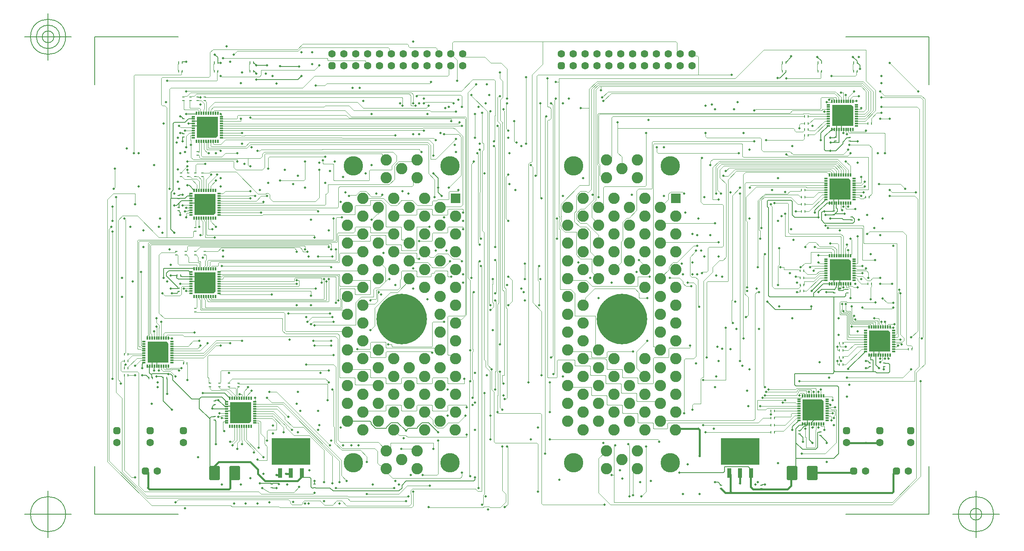
<source format=gbr>
G04 Generated by Ultiboard 14.1 *
%FSLAX24Y24*%
%MOIN*%

%ADD10C,0.0001*%
%ADD11C,0.0001*%
%ADD12C,0.0001*%
%ADD13C,0.0039*%
%ADD14C,0.0050*%
%ADD15C,0.0150*%
%ADD16R,0.0098X0.0197*%
%ADD17R,0.0197X0.0098*%
%ADD18R,0.0118X0.0315*%
%ADD19R,0.0315X0.0118*%
%ADD20R,0.0667X0.0967*%
%ADD21C,0.0233*%
%ADD22C,0.1630*%
%ADD23C,0.4252*%
%ADD24C,0.0953*%
%ADD25R,0.0833X0.0833*%
%ADD26C,0.0633*%
%ADD27R,0.0208X0.0208*%
%ADD28C,0.0392*%
%ADD29C,0.0197*%
%ADD30R,0.0374X0.0846*%
%ADD31R,0.1280X0.0846*%


G04 ColorRGB 0000FF for the following layer *
%LNCopper Bottom*%
%LPD*%
G54D10*
G36*
X14800Y6300D02*
X14800Y6300D01*
X14800Y4100D01*
X18000Y4100D01*
X18000Y6300D01*
X14800Y6300D01*
D02*
G37*
G36*
X52600Y6300D02*
X52600Y6300D01*
X52600Y4100D01*
X55800Y4100D01*
X55800Y6300D01*
X52600Y6300D01*
D02*
G37*
G54D11*
X14800Y6300D02*
X14800Y4100D01*
X18000Y4100D01*
X18000Y6300D01*
X14800Y6300D01*
X52600Y6300D02*
X52600Y4100D01*
X55800Y4100D01*
X55800Y6300D01*
X52600Y6300D01*
G36*
X14800Y6300D02*
X14800Y6300D01*
X14800Y4100D01*
X18000Y4100D01*
X18000Y6300D01*
X14800Y6300D01*
D02*
G37*
X14800Y4100D01*
X18000Y4100D01*
X18000Y6300D01*
X14800Y6300D01*
G36*
X52600Y6300D02*
X52600Y6300D01*
X52600Y4100D01*
X55800Y4100D01*
X55800Y6300D01*
X52600Y6300D01*
D02*
G37*
X52600Y4100D01*
X55800Y4100D01*
X55800Y6300D01*
X52600Y6300D01*
G54D12*
G36*
X66793Y15218D02*
X66793Y15218D01*
X66654Y15357D01*
X65061Y15357D01*
X65061Y13625D01*
X66793Y13625D01*
X66793Y15218D01*
D02*
G37*
X66654Y15357D01*
X65061Y15357D01*
X65061Y13625D01*
X66793Y13625D01*
X66793Y15218D01*
G36*
X63468Y21224D02*
X63468Y21224D01*
X63328Y21363D01*
X61735Y21363D01*
X61735Y19631D01*
X63468Y19631D01*
X63468Y21224D01*
D02*
G37*
X63328Y21363D01*
X61735Y21363D01*
X61735Y19631D01*
X63468Y19631D01*
X63468Y21224D01*
G36*
X6066Y14280D02*
X6066Y14280D01*
X5927Y14419D01*
X4334Y14419D01*
X4334Y12687D01*
X6066Y12687D01*
X6066Y14280D01*
D02*
G37*
X5927Y14419D01*
X4334Y14419D01*
X4334Y12687D01*
X6066Y12687D01*
X6066Y14280D01*
G36*
X10080Y31631D02*
X10080Y31631D01*
X10219Y31770D01*
X10219Y33363D01*
X8487Y33363D01*
X8487Y31631D01*
X10080Y31631D01*
D02*
G37*
X10219Y31770D01*
X10219Y33363D01*
X8487Y33363D01*
X8487Y31631D01*
X10080Y31631D01*
G36*
X63672Y34224D02*
X63672Y34224D01*
X63533Y34363D01*
X61940Y34363D01*
X61940Y32631D01*
X63672Y32631D01*
X63672Y34224D01*
D02*
G37*
X63533Y34363D01*
X61940Y34363D01*
X61940Y32631D01*
X63672Y32631D01*
X63672Y34224D01*
G36*
X12880Y7607D02*
X12880Y7607D01*
X13019Y7746D01*
X13019Y9339D01*
X11287Y9339D01*
X11287Y7607D01*
X12880Y7607D01*
D02*
G37*
X13019Y7746D01*
X13019Y9339D01*
X11287Y9339D01*
X11287Y7607D01*
X12880Y7607D01*
G36*
X9880Y25134D02*
X9880Y25134D01*
X10019Y25273D01*
X10019Y26866D01*
X8287Y26866D01*
X8287Y25134D01*
X9880Y25134D01*
D02*
G37*
X10019Y25273D01*
X10019Y26866D01*
X8287Y26866D01*
X8287Y25134D01*
X9880Y25134D01*
G36*
X63462Y28018D02*
X63462Y28018D01*
X63322Y28157D01*
X61729Y28157D01*
X61729Y26425D01*
X63462Y26425D01*
X63462Y28018D01*
D02*
G37*
X63322Y28157D01*
X61729Y28157D01*
X61729Y26425D01*
X63462Y26425D01*
X63462Y28018D01*
G36*
X61193Y9424D02*
X61193Y9424D01*
X61054Y9563D01*
X59461Y9563D01*
X59461Y7831D01*
X61193Y7831D01*
X61193Y9424D01*
D02*
G37*
X61054Y9563D01*
X59461Y9563D01*
X59461Y7831D01*
X61193Y7831D01*
X61193Y9424D01*
G36*
X9880Y18534D02*
X9880Y18534D01*
X10019Y18673D01*
X10019Y20266D01*
X8287Y20266D01*
X8287Y18534D01*
X9880Y18534D01*
D02*
G37*
X10019Y18673D01*
X10019Y20266D01*
X8287Y20266D01*
X8287Y18534D01*
X9880Y18534D01*
G54D13*
X9648Y33678D02*
X9667Y33696D01*
X33182Y33818D02*
X33200Y33800D01*
X11282Y14318D02*
X11300Y14300D01*
X8548Y13848D02*
X8800Y14100D01*
X6381Y13848D02*
X8548Y13848D01*
X6381Y14045D02*
X7745Y14045D01*
X8200Y14500D01*
X8700Y14500D01*
X18300Y14500D02*
X19800Y14500D01*
X18400Y15800D02*
X18446Y15846D01*
X24356Y19503D02*
X24356Y20644D01*
X23700Y21300D01*
X17800Y16100D02*
X18000Y16300D01*
X5102Y14734D02*
X5102Y15193D01*
X5118Y15210D01*
X5118Y15682D01*
X5100Y15700D01*
X5500Y14739D02*
X5500Y16100D01*
X5889Y14734D02*
X5907Y14752D01*
X5907Y14941D01*
X5977Y15011D01*
X5298Y14734D02*
X5298Y15590D01*
X5318Y15610D01*
X9055Y27181D02*
X9055Y28245D01*
X9000Y28300D01*
X19900Y21600D02*
X18700Y21600D01*
X23800Y25200D02*
X23800Y25700D01*
X5977Y15011D02*
X7289Y15011D01*
X7426Y14874D02*
X20149Y14874D01*
X7289Y15011D02*
X7426Y14874D01*
X4019Y13061D02*
X4001Y13043D01*
X10534Y32399D02*
X27490Y32399D01*
X27510Y32418D01*
X30073Y32418D01*
X30110Y32382D01*
X30861Y25961D02*
X30700Y25800D01*
X29000Y25800D02*
X30700Y25800D01*
X9645Y27545D02*
X10100Y28000D01*
X9645Y27181D02*
X9645Y27545D01*
X9252Y28052D02*
X9700Y28500D01*
X9252Y27181D02*
X9252Y28052D01*
X63987Y33792D02*
X64592Y33792D01*
X64800Y34000D01*
X64800Y35500D01*
X41704Y25997D02*
X41704Y24904D01*
X42300Y24307D01*
X42300Y24200D02*
X42300Y24307D01*
X63987Y33202D02*
X64702Y33202D01*
X65400Y33900D01*
X65400Y35500D02*
X65400Y33900D01*
X39104Y24003D02*
X39453Y23654D01*
X40404Y23654D01*
X40404Y21753D01*
X40753Y21404D01*
X41704Y21404D01*
X41704Y20296D01*
X42300Y19700D01*
X42300Y19800D02*
X42300Y19700D01*
X61900Y8100D02*
X61818Y8182D01*
X61518Y8182D01*
X61500Y8200D01*
X61900Y7900D02*
X61900Y8100D01*
X61500Y8400D02*
X62000Y8400D01*
X42950Y5250D02*
X42300Y4600D01*
X42300Y1700D01*
X43300Y700D01*
X64200Y35100D02*
X63700Y35100D01*
X63500Y34900D01*
X63500Y34700D02*
X63500Y34900D01*
X63100Y34679D02*
X63100Y35200D01*
X66100Y35000D02*
X69400Y35000D01*
X66000Y35500D02*
X66361Y35139D01*
X69458Y35139D01*
X69739Y34858D01*
X43600Y900D02*
X43600Y5600D01*
X43700Y5700D01*
X43300Y700D02*
X67000Y700D01*
X43600Y900D02*
X67003Y900D01*
X62900Y35400D02*
X62700Y35400D01*
X62900Y35400D02*
X62882Y35382D01*
X62882Y35110D01*
X62900Y35092D01*
X62900Y34700D01*
X62708Y34678D02*
X62708Y34992D01*
X48334Y27036D02*
X49364Y27036D01*
X63790Y20800D02*
X64500Y20800D01*
X63783Y20792D02*
X63790Y20800D01*
X10539Y32000D02*
X12300Y32000D01*
X27218Y30582D02*
X27400Y30400D01*
X13334Y7587D02*
X13347Y7600D01*
X12055Y7292D02*
X12100Y7247D01*
X11661Y7292D02*
X11661Y6178D01*
X11858Y7292D02*
X11858Y6142D01*
X12100Y7247D02*
X12100Y7200D01*
X12100Y7188D02*
X12100Y6100D01*
X12100Y7188D02*
X12088Y7200D01*
X12252Y7292D02*
X12252Y6148D01*
X12645Y7292D02*
X12645Y6155D01*
X11661Y6178D02*
X11483Y6000D01*
X11300Y6000D01*
X11858Y6142D02*
X11500Y5784D01*
X11500Y5700D01*
X12100Y6100D02*
X11900Y5900D01*
X11900Y5400D02*
X11900Y5900D01*
X12252Y6148D02*
X12300Y6100D01*
X12300Y5800D01*
X12645Y6155D02*
X13700Y5100D01*
X14100Y4700D01*
X13334Y8178D02*
X14816Y8178D01*
X13334Y8375D02*
X14916Y8375D01*
X15646Y7646D01*
X13334Y8572D02*
X14917Y8572D01*
X15594Y7894D01*
X19900Y3885D02*
X19900Y2500D01*
X15594Y7894D02*
X16488Y7000D01*
X12645Y9654D02*
X12645Y9845D01*
X13100Y10300D01*
X12448Y9654D02*
X12448Y10248D01*
X12800Y10600D01*
X10534Y31611D02*
X10545Y31600D01*
X20700Y31600D01*
X20728Y31572D01*
X28428Y31572D01*
X28600Y31400D01*
X27660Y22000D02*
X28121Y21539D01*
X28406Y21539D01*
X28713Y21846D01*
X30596Y21404D02*
X30800Y21200D01*
X25100Y2100D02*
X20200Y2100D01*
X32150Y2100D02*
X32150Y21150D01*
X32300Y21200D01*
X17288Y702D02*
X17382Y796D01*
X16362Y956D02*
X16362Y829D01*
X16490Y702D01*
X17288Y702D01*
X17382Y796D02*
X17382Y890D01*
X17510Y1018D01*
X26482Y1890D02*
X26610Y2018D01*
X31953Y2018D01*
X9448Y24819D02*
X9448Y23952D01*
X9500Y23900D01*
X19800Y20700D02*
X19700Y20800D01*
X10600Y20800D01*
X9645Y24555D02*
X10100Y24100D01*
X9645Y24819D02*
X9645Y24555D01*
X15217Y8769D02*
X15893Y8093D01*
X15893Y7893D01*
X13334Y8769D02*
X15217Y8769D01*
X59156Y18600D02*
X59000Y18600D01*
X59253Y18697D02*
X59156Y18600D01*
X9800Y23900D02*
X9500Y23900D01*
X32450Y20750D02*
X32400Y20800D01*
X16200Y16800D02*
X19700Y16800D01*
X8952Y28645D02*
X9536Y28645D01*
X9610Y28718D01*
X11782Y28718D01*
X18467Y26239D02*
X18800Y26572D01*
X14618Y26515D02*
X14894Y26239D01*
X11782Y28718D02*
X13618Y26882D01*
X14273Y26882D01*
X14310Y26918D01*
X14490Y26918D01*
X14618Y26790D01*
X14618Y26515D01*
X14894Y26239D02*
X18467Y26239D01*
X18800Y26572D02*
X18800Y28900D01*
X68900Y26700D02*
X66800Y26700D01*
X64400Y26700D02*
X64300Y26800D01*
X63800Y26800D01*
X52400Y26400D02*
X51900Y26400D01*
X61414Y26602D02*
X61202Y26602D01*
X60000Y25400D01*
X59625Y25400D02*
X60000Y25400D01*
X51900Y29100D02*
X51900Y26400D01*
X62897Y21678D02*
X62882Y21693D01*
X55600Y18600D02*
X55800Y18600D01*
X45900Y1400D02*
X46300Y1800D01*
X8661Y24819D02*
X8661Y24139D01*
X8700Y24100D01*
X46300Y1800D02*
X46300Y5600D01*
X63777Y26602D02*
X64189Y26602D01*
X64310Y26482D01*
X64582Y26482D01*
X64700Y26600D01*
X64800Y26600D02*
X64700Y26600D01*
X63298Y34678D02*
X63298Y34998D01*
X63800Y35500D01*
X67000Y700D02*
X69400Y3100D01*
X69400Y11100D01*
X69243Y14743D02*
X69300Y14800D01*
X67900Y11400D02*
X68600Y12100D01*
X63200Y11400D02*
X67900Y11400D01*
X69243Y12343D02*
X69243Y14743D01*
X69600Y14800D02*
X69600Y34800D01*
X69400Y35000D02*
X69600Y34800D01*
X69600Y14800D02*
X69500Y14700D01*
X69150Y26450D02*
X69150Y15350D01*
X69150Y26450D02*
X68900Y26700D01*
X69150Y15350D02*
X68600Y14800D01*
X62497Y28472D02*
X62479Y28490D01*
X62479Y28845D01*
X52450Y21282D02*
X51882Y20714D01*
X53018Y21566D02*
X52734Y21282D01*
X52450Y21282D01*
X51882Y20714D02*
X51882Y20314D01*
X51114Y11418D02*
X51010Y11418D01*
X50882Y11290D01*
X62694Y28472D02*
X62694Y28915D01*
X63088Y28472D02*
X63088Y28915D01*
X63481Y29219D02*
X63100Y29600D01*
X63481Y28472D02*
X63481Y29219D01*
X48553Y21096D02*
X48204Y20747D01*
X48204Y20504D01*
X47500Y19800D01*
X59253Y19800D02*
X59153Y19900D01*
X58900Y19900D01*
X61099Y26799D02*
X60300Y26000D01*
X61414Y26799D02*
X61099Y26799D01*
X60300Y26000D02*
X59625Y26000D01*
X61414Y27193D02*
X61407Y27200D01*
X63900Y27000D02*
X64600Y27000D01*
X59625Y27200D02*
X61407Y27200D01*
X61414Y26996D02*
X60796Y26996D01*
X60400Y26600D01*
X59625Y26600D02*
X60400Y26600D01*
X66800Y27200D02*
X67000Y27000D01*
X69000Y27000D01*
X16165Y8100D02*
X16196Y8100D01*
X16165Y8100D02*
X15265Y9000D01*
X13800Y9000D01*
X13334Y8965D02*
X13765Y8965D01*
X13800Y9000D01*
X15893Y7900D02*
X16575Y7218D01*
X41596Y22004D02*
X42300Y21300D01*
X42300Y21200D02*
X42300Y21300D01*
X41596Y23747D02*
X41596Y22004D01*
X41247Y24096D02*
X41596Y23747D01*
X40704Y24096D02*
X41247Y24096D01*
X40264Y24536D02*
X40704Y24096D01*
X40264Y25305D02*
X40264Y24536D01*
X40404Y25444D02*
X40264Y25305D01*
X40404Y26747D02*
X40404Y25444D01*
X40753Y27096D02*
X40404Y26747D01*
X41247Y27096D02*
X40753Y27096D01*
X41385Y26958D02*
X41247Y27096D01*
X41700Y27273D02*
X41385Y26958D01*
X41700Y27273D02*
X41700Y35700D01*
X42207Y36207D01*
X64493Y36207D01*
X65200Y35500D02*
X64493Y36207D01*
X65200Y35500D02*
X65200Y33900D01*
X64699Y33399D02*
X65200Y33900D01*
X63987Y33399D02*
X64699Y33399D01*
X26360Y19588D02*
X25343Y18571D01*
X26360Y19588D02*
X26360Y19750D01*
X51118Y19550D02*
X51118Y11422D01*
X51114Y11418D01*
X51882Y20314D02*
X51118Y19550D01*
X63361Y19014D02*
X63500Y18874D01*
X63500Y18106D01*
X59210Y20411D02*
X59121Y20500D01*
X59253Y20400D02*
X59241Y20411D01*
X59210Y20411D01*
X28303Y20654D02*
X28256Y20700D01*
X29800Y21200D02*
X29254Y20654D01*
X28303Y20654D01*
X28256Y20700D02*
X28256Y20747D01*
X27907Y21096D01*
X26504Y21096D01*
X26400Y21200D01*
X38800Y23100D02*
X38800Y24800D01*
X64075Y21018D02*
X64100Y21043D01*
X63783Y20989D02*
X63801Y21007D01*
X63990Y21007D01*
X64001Y21018D01*
X64075Y21018D01*
X49396Y19491D02*
X49087Y19800D01*
X49396Y19344D02*
X49396Y19491D01*
X49087Y19800D02*
X48300Y19800D01*
X50110Y19882D02*
X49982Y20010D01*
X32150Y30250D02*
X32150Y22750D01*
X32300Y22600D01*
X32100Y30300D02*
X32150Y30250D01*
X33300Y12100D02*
X33300Y11400D01*
X64400Y27800D02*
X64400Y28300D01*
X63794Y27800D02*
X64400Y27800D01*
X63777Y27783D02*
X63794Y27800D01*
X9863Y31109D02*
X9933Y31039D01*
X9863Y31298D02*
X9863Y31109D01*
X9845Y31316D02*
X9863Y31298D01*
X37300Y17500D02*
X37300Y19492D01*
X37182Y19610D01*
X37182Y20682D01*
X37300Y20800D01*
X24553Y19700D02*
X24700Y19700D01*
X23807Y18954D02*
X24553Y19700D01*
X23476Y18954D02*
X23807Y18954D01*
X23476Y18954D02*
X23364Y18842D01*
X23353Y18196D02*
X23364Y18208D01*
X21864Y17747D02*
X22313Y18196D01*
X23364Y18208D02*
X23364Y18842D01*
X22313Y18196D02*
X23353Y18196D01*
X36100Y21000D02*
X36100Y19700D01*
X9448Y27746D02*
X10201Y28499D01*
X9448Y27181D02*
X9448Y27746D01*
X23200Y24700D02*
X23700Y25200D01*
X23800Y25200D01*
X30218Y32382D02*
X30861Y31739D01*
X30110Y32382D02*
X30218Y32382D01*
X30861Y31739D02*
X30861Y25961D01*
X35018Y17818D02*
X34700Y17500D01*
X34708Y19900D02*
X35018Y19590D01*
X35018Y17818D01*
X9076Y31298D02*
X9076Y30624D01*
X8861Y31316D02*
X8861Y30087D01*
X9076Y30624D02*
X9400Y30300D01*
X9500Y30300D01*
X30300Y33800D02*
X28200Y33800D01*
X21700Y33900D02*
X28100Y33900D01*
X28200Y33800D02*
X28100Y33900D01*
X21700Y33900D02*
X21300Y34300D01*
X19300Y34300D01*
X9900Y34200D02*
X19200Y34200D01*
X19300Y34300D02*
X19200Y34200D01*
X9900Y34200D02*
X9648Y33948D01*
X9648Y33678D01*
X8664Y33678D02*
X8646Y33696D01*
X8646Y33885D01*
X8576Y33955D01*
X7445Y33955D01*
X7400Y34000D01*
X7400Y34700D02*
X7400Y34000D01*
X8785Y34009D02*
X8700Y34095D01*
X8861Y33678D02*
X8804Y33736D01*
X8803Y33736D02*
X8785Y33754D01*
X8785Y34009D01*
X8700Y34095D02*
X7905Y34095D01*
X7900Y34100D02*
X7900Y34698D01*
X50300Y22500D02*
X48896Y21096D01*
X50300Y22500D02*
X50600Y22500D01*
X48896Y21096D02*
X48553Y21096D01*
X10539Y32600D02*
X30800Y32600D01*
X9058Y33678D02*
X9058Y33958D01*
X9118Y34467D02*
X9118Y34018D01*
X9058Y33958D02*
X9118Y34018D01*
X8584Y34718D02*
X8867Y34718D01*
X8553Y34749D02*
X8584Y34718D01*
X8867Y34718D02*
X9118Y34467D01*
X66800Y37900D02*
X69200Y35500D01*
X62882Y21693D02*
X62882Y23282D01*
X64037Y19939D02*
X63990Y19987D01*
X63813Y19987D01*
X63800Y20000D01*
X64529Y19939D02*
X64037Y19939D01*
X64886Y19582D02*
X64529Y19939D01*
X4019Y13258D02*
X3058Y13258D01*
X2700Y12900D01*
X2700Y12800D02*
X2700Y12900D01*
X64371Y35929D02*
X42337Y35929D01*
X64800Y35500D02*
X64371Y35929D01*
X64550Y36350D02*
X65400Y35500D01*
X62393Y29807D02*
X51907Y29807D01*
X63285Y28915D02*
X62393Y29807D01*
X63285Y28472D02*
X63285Y28915D01*
X30721Y28421D02*
X29700Y27400D01*
X30721Y31682D02*
X30721Y28421D01*
X30518Y31885D02*
X30721Y31682D01*
X29312Y31885D02*
X30518Y31885D01*
X29312Y31885D02*
X29300Y31896D01*
X29300Y31900D02*
X29300Y31896D01*
X10534Y31808D02*
X10542Y31800D01*
X61508Y8992D02*
X61587Y8914D01*
X62186Y8914D01*
X62200Y8900D01*
X60700Y22300D02*
X60600Y22400D01*
X60500Y22400D01*
X60700Y22300D02*
X61900Y22300D01*
X62109Y22091D02*
X61900Y22300D01*
X62109Y21678D02*
X62109Y22091D01*
X28700Y3200D02*
X27500Y3200D01*
X28800Y3300D02*
X28700Y3200D01*
X28800Y3300D02*
X28800Y6100D01*
X10342Y26500D02*
X13000Y26500D01*
X10334Y26492D02*
X10342Y26500D01*
X47500Y22750D02*
X47550Y22800D01*
X52400Y22800D01*
X26518Y1573D02*
X26482Y1610D01*
X26518Y1280D02*
X26518Y1573D01*
X26482Y1610D02*
X26482Y1890D01*
X59548Y20382D02*
X59518Y20382D01*
X61411Y20193D02*
X61420Y20202D01*
X61420Y20989D02*
X61410Y21000D01*
X61420Y20989D02*
X60911Y20989D01*
X60800Y21100D01*
X61420Y20399D02*
X61402Y20380D01*
X60192Y20792D02*
X60100Y20700D01*
X61420Y20792D02*
X60192Y20792D01*
X60500Y20600D02*
X61416Y20600D01*
X60500Y20600D02*
X60400Y20500D01*
X59548Y20400D02*
X59848Y20100D01*
X60400Y20500D02*
X60400Y20400D01*
X57900Y20512D02*
X57912Y20500D01*
X59121Y20500D02*
X57912Y20500D01*
X57900Y20700D02*
X57900Y20512D01*
X57600Y20700D02*
X57900Y20700D01*
X57500Y20908D02*
X57500Y22300D01*
X57500Y20908D02*
X57382Y20790D01*
X57382Y19218D01*
X57400Y19200D01*
X52300Y27200D02*
X52300Y29028D01*
X52300Y27200D02*
X52600Y26900D01*
X45700Y21300D02*
X46200Y20800D01*
X46200Y20500D01*
X50499Y22099D02*
X50400Y22000D01*
X12527Y31800D02*
X12509Y31782D01*
X25200Y31800D02*
X12527Y31800D01*
X12509Y31782D02*
X12210Y31782D01*
X12192Y31800D01*
X10513Y31800D01*
X24751Y18571D02*
X23464Y17284D01*
X25343Y18571D02*
X24751Y18571D01*
X42057Y26350D02*
X41704Y25997D01*
X42057Y35649D02*
X42057Y26350D01*
X42337Y35929D02*
X42057Y35649D01*
X61414Y27586D02*
X61401Y27600D01*
X28713Y21846D02*
X29617Y21846D01*
X30013Y21404D02*
X30596Y21404D01*
X29664Y21753D02*
X30013Y21404D01*
X29664Y21800D02*
X29664Y21753D01*
X29617Y21846D02*
X29664Y21800D01*
X19210Y682D02*
X19928Y682D01*
X20264Y1018D01*
X18882Y1018D02*
X18882Y1010D01*
X19210Y682D01*
X17510Y1018D02*
X18882Y1018D01*
X12282Y14518D02*
X12300Y14500D01*
X9055Y13455D02*
X10118Y14518D01*
X10115Y14318D02*
X11282Y14318D01*
X9055Y13258D02*
X10115Y14318D01*
X6381Y13258D02*
X9055Y13258D01*
X10118Y14518D02*
X12282Y14518D01*
X6381Y13455D02*
X9055Y13455D01*
X3443Y13043D02*
X2700Y12300D01*
X2700Y12200D01*
X4001Y13043D02*
X3443Y13043D01*
X4019Y12864D02*
X3764Y12864D01*
X3300Y12400D01*
X3300Y11612D02*
X3288Y11600D01*
X2700Y11600D01*
X20400Y25800D02*
X20400Y26092D01*
X20382Y26110D01*
X20382Y27382D01*
X20500Y27500D01*
X50415Y19882D02*
X50110Y19882D01*
X50739Y17361D02*
X50639Y17461D01*
X50639Y19658D01*
X50415Y19882D01*
X49396Y19344D02*
X49641Y19100D01*
X50100Y19100D01*
X64100Y21043D02*
X64100Y23300D01*
X5800Y12077D02*
X5700Y12177D01*
X5700Y12390D01*
X13800Y30500D02*
X13600Y30500D01*
X13900Y30600D02*
X13800Y30500D01*
X13900Y30600D02*
X19041Y30600D01*
X19059Y30618D01*
X27207Y30618D01*
X27218Y30607D01*
X27218Y30582D01*
X5663Y11937D02*
X5600Y12000D01*
X5518Y12082D02*
X5600Y12000D01*
X5495Y12372D02*
X5495Y12113D01*
X5518Y12090D01*
X5495Y12372D02*
X5513Y12354D01*
X12910Y26718D02*
X13382Y26718D01*
X13400Y26700D01*
X12881Y26689D02*
X12910Y26718D01*
X10334Y26689D02*
X12881Y26689D01*
X59639Y21039D02*
X59300Y20700D01*
X60161Y21039D02*
X59639Y21039D01*
X60161Y21039D02*
X60161Y21957D01*
X61883Y21968D02*
X60172Y21968D01*
X60161Y21957D01*
X45496Y13596D02*
X46400Y14500D01*
X61883Y21968D02*
X61894Y21957D01*
X61894Y21696D02*
X61894Y21957D01*
X45496Y12204D02*
X45496Y13596D01*
X61913Y21678D02*
X61894Y21696D01*
X46200Y11500D02*
X45496Y12204D01*
X64746Y13802D02*
X64402Y13802D01*
X63100Y12500D01*
X62827Y12500D02*
X63100Y12500D01*
X41488Y27600D02*
X41500Y27612D01*
X41500Y35700D01*
X40700Y27600D02*
X41488Y27600D01*
X40700Y27600D02*
X39104Y26004D01*
X39104Y25029D02*
X39157Y24975D01*
X39157Y24557D01*
X39100Y24500D01*
X39104Y24003D02*
X39104Y24196D01*
X39100Y24200D02*
X39100Y24500D01*
X49982Y21545D02*
X50400Y21963D01*
X50400Y22000D01*
X49982Y20010D02*
X49982Y21545D01*
X64600Y14200D02*
X63803Y14200D01*
X63300Y13697D02*
X62857Y13697D01*
X63803Y14200D02*
X63300Y13697D01*
X6300Y35800D02*
X6200Y35700D01*
X6200Y27300D01*
X7905Y25705D02*
X7900Y25700D01*
X7972Y25705D02*
X7905Y25705D01*
X7900Y25700D02*
X7600Y25700D01*
X29860Y37660D02*
X29700Y37500D01*
X29700Y36900D01*
X29600Y36800D01*
X50500Y19200D02*
X50300Y19400D01*
X50300Y13000D02*
X50500Y13200D01*
X50500Y19200D01*
X50300Y19400D02*
X49800Y19400D01*
X61500Y33400D02*
X59927Y33400D01*
X61501Y33399D02*
X61500Y33400D01*
X61625Y33399D02*
X61501Y33399D01*
X36200Y31100D02*
X36200Y36700D01*
X47850Y7750D02*
X47500Y7750D01*
X47900Y7800D02*
X47850Y7750D01*
X55300Y7800D02*
X47900Y7800D01*
X43250Y29750D02*
X42950Y29750D01*
X43400Y29900D02*
X43250Y29750D01*
X43400Y33300D02*
X43400Y29900D01*
X43500Y33400D02*
X43400Y33300D01*
X59631Y33400D02*
X43500Y33400D01*
X59500Y31400D02*
X56400Y31400D01*
X59600Y31500D02*
X59500Y31400D01*
X59600Y31800D02*
X59600Y31500D01*
X59631Y31800D02*
X59600Y31800D01*
X61305Y20005D02*
X61300Y20000D01*
X61420Y20005D02*
X61305Y20005D01*
X24700Y39100D02*
X24600Y39200D01*
X24700Y38820D02*
X24700Y39100D01*
X24860Y38660D02*
X24700Y38820D01*
X8598Y30400D02*
X8553Y30445D01*
X8682Y30400D02*
X8598Y30400D01*
X8682Y31200D02*
X8682Y30400D01*
X8664Y31236D02*
X8682Y31200D01*
X8664Y31316D02*
X8664Y31236D01*
X41500Y34100D02*
X40800Y34100D01*
X56800Y25900D02*
X56800Y26000D01*
X56900Y25800D02*
X56800Y25900D01*
X56900Y19100D02*
X56900Y25800D01*
X59300Y19200D02*
X59300Y19100D01*
X59253Y19200D02*
X59300Y19200D01*
X64089Y33989D02*
X63987Y33989D01*
X64100Y34000D02*
X64089Y33989D01*
X64400Y34000D02*
X64100Y34000D01*
X64400Y34100D02*
X64400Y34000D01*
X6482Y12864D02*
X6381Y12864D01*
X6500Y12882D02*
X6482Y12864D01*
X7300Y12882D02*
X6500Y12882D01*
X7400Y12800D02*
X7300Y12882D01*
X7400Y12600D02*
X7400Y12800D01*
X7355Y12600D02*
X7400Y12600D01*
X63900Y36800D02*
X61900Y36800D01*
X64000Y36900D02*
X63900Y36800D01*
X64000Y37198D02*
X64000Y36900D01*
X64045Y37200D02*
X64000Y37198D01*
X64045Y37198D02*
X64045Y37200D01*
X59200Y32700D02*
X59200Y32400D01*
X59300Y32800D02*
X59200Y32700D01*
X59631Y32800D02*
X59300Y32800D01*
X64604Y14196D02*
X64600Y14200D01*
X64746Y14196D02*
X64604Y14196D01*
X58200Y26100D02*
X57100Y26100D01*
X2400Y13374D02*
X2379Y13353D01*
X2400Y13400D02*
X2400Y13374D01*
X11600Y29100D02*
X11600Y29600D01*
X14200Y30200D02*
X14200Y29100D01*
X24100Y30060D02*
X24100Y30200D01*
X24410Y29750D02*
X24100Y30060D01*
X27000Y35200D02*
X27000Y35100D01*
X30700Y35200D02*
X27000Y35200D01*
X30800Y35100D02*
X30700Y35200D01*
X30800Y34200D02*
X30800Y35100D01*
X66400Y16000D02*
X66400Y16100D01*
X66401Y16000D02*
X66400Y16000D01*
X66401Y15800D02*
X66401Y16000D01*
X66419Y15781D02*
X66401Y15800D01*
X66419Y15672D02*
X66419Y15781D01*
X13400Y9359D02*
X13400Y9700D01*
X13334Y9359D02*
X13400Y9359D01*
X57749Y37251D02*
X57749Y37198D01*
X57700Y37300D02*
X57749Y37251D01*
X57700Y37800D02*
X57700Y37300D01*
X57749Y37849D02*
X57700Y37800D01*
X57749Y37948D02*
X57749Y37849D01*
X43600Y3200D02*
X43400Y3200D01*
X45200Y3500D02*
X45200Y1500D01*
X45300Y3500D02*
X45200Y3500D01*
X45550Y3750D02*
X45300Y3500D01*
X7700Y28645D02*
X7752Y28645D01*
X7700Y28900D02*
X7700Y28645D01*
X24660Y5500D02*
X24410Y5250D01*
X24800Y5500D02*
X24660Y5500D01*
X5692Y14792D02*
X5692Y14734D01*
X5700Y14800D02*
X5692Y14792D01*
X5700Y15100D02*
X5700Y14800D01*
X5800Y15200D02*
X5700Y15100D01*
X8300Y15200D02*
X5800Y15200D01*
X2379Y12500D02*
X2379Y12200D01*
X2400Y12500D02*
X2379Y12500D01*
X2500Y12500D02*
X2400Y12500D01*
X63892Y19808D02*
X63783Y19808D01*
X63900Y19800D02*
X63892Y19808D01*
X64000Y19800D02*
X63900Y19800D01*
X64100Y19700D02*
X64000Y19800D01*
X64100Y19600D02*
X64100Y19700D01*
X59000Y8200D02*
X58800Y8200D01*
X59005Y8205D02*
X59000Y8200D01*
X59146Y8205D02*
X59005Y8205D01*
X67198Y13802D02*
X67108Y13802D01*
X67200Y13800D02*
X67198Y13802D01*
X68355Y13800D02*
X67200Y13800D01*
X68355Y13794D02*
X68355Y13800D01*
X37400Y8400D02*
X33800Y8400D01*
X37500Y8300D02*
X37400Y8400D01*
X37500Y800D02*
X37500Y8300D01*
X37600Y700D02*
X37500Y800D01*
X42800Y700D02*
X37600Y700D01*
X11900Y30300D02*
X10900Y30300D01*
X35200Y31300D02*
X35200Y33000D01*
X35300Y31200D02*
X35200Y31300D01*
X35400Y31200D02*
X35300Y31200D01*
X47300Y6200D02*
X38200Y6200D01*
X47400Y6100D02*
X47300Y6200D01*
X47400Y6000D02*
X47400Y6100D01*
X37900Y33400D02*
X37800Y33400D01*
X63692Y34700D02*
X64000Y34700D01*
X63692Y34678D02*
X63692Y34700D01*
X30800Y3400D02*
X30800Y3100D01*
X50200Y9100D02*
X50200Y8700D01*
X50300Y9200D02*
X50200Y9100D01*
X42550Y26000D02*
X42300Y25750D01*
X42700Y26000D02*
X42550Y26000D01*
X42700Y27400D02*
X42700Y26000D01*
X42800Y27500D02*
X42700Y27400D01*
X46200Y27500D02*
X42800Y27500D01*
X46300Y27600D02*
X46200Y27500D01*
X46300Y32000D02*
X46300Y27600D01*
X58700Y32400D02*
X43900Y32400D01*
X58800Y32300D02*
X58700Y32400D01*
X58800Y32200D02*
X58800Y32300D01*
X58900Y32100D02*
X58800Y32200D01*
X59500Y32100D02*
X58900Y32100D01*
X59631Y32231D02*
X59500Y32100D01*
X59631Y32297D02*
X59631Y32231D01*
X10392Y18908D02*
X10334Y18908D01*
X10400Y18900D02*
X10392Y18908D01*
X18500Y18900D02*
X10400Y18900D01*
X6400Y14734D02*
X6086Y14734D01*
X6400Y14700D02*
X6400Y14734D01*
X20000Y12500D02*
X17700Y12500D01*
X23700Y4200D02*
X23700Y5200D01*
X6851Y21749D02*
X6755Y21749D01*
X6900Y21700D02*
X6851Y21749D01*
X6900Y21000D02*
X6900Y21700D01*
X7000Y20900D02*
X6900Y21000D01*
X8482Y20900D02*
X7000Y20900D01*
X8482Y20700D02*
X8482Y20900D01*
X8464Y20664D02*
X8482Y20700D01*
X8464Y20581D02*
X8464Y20664D01*
X8400Y28645D02*
X8352Y28645D01*
X8400Y29300D02*
X8400Y28645D01*
X8500Y29400D02*
X8400Y29300D01*
X9200Y29400D02*
X8500Y29400D01*
X47200Y30400D02*
X47200Y30800D01*
X47300Y30300D02*
X47200Y30400D01*
X54100Y30300D02*
X47300Y30300D01*
X42500Y35600D02*
X42500Y35929D01*
X2200Y12800D02*
X2379Y12800D01*
X2100Y12700D02*
X2200Y12800D01*
X2100Y12000D02*
X2100Y12700D01*
X2200Y11900D02*
X2100Y12000D01*
X3500Y11900D02*
X2200Y11900D01*
X3600Y11800D02*
X3500Y11900D01*
X49600Y13000D02*
X50300Y13000D01*
X49500Y12900D02*
X49600Y13000D01*
X49500Y8400D02*
X49500Y12900D01*
X37200Y5800D02*
X37200Y1800D01*
X37100Y5900D02*
X37200Y5800D01*
X64092Y32808D02*
X63987Y32808D01*
X64100Y32800D02*
X64092Y32808D01*
X64955Y32800D02*
X64100Y32800D01*
X59000Y8600D02*
X57075Y8600D01*
X59001Y8599D02*
X59000Y8600D01*
X59146Y8599D02*
X59001Y8599D01*
X17500Y28000D02*
X15500Y28000D01*
X17600Y28100D02*
X17500Y28000D01*
X17600Y29600D02*
X17600Y28100D01*
X26600Y27500D02*
X20500Y27500D01*
X26700Y27600D02*
X26600Y27500D01*
X26700Y27940D02*
X26700Y27600D01*
X27010Y28250D02*
X26700Y27940D01*
X60749Y37251D02*
X60749Y37198D01*
X60700Y37300D02*
X60749Y37251D01*
X60700Y37800D02*
X60700Y37300D01*
X60749Y37849D02*
X60700Y37800D01*
X60749Y37948D02*
X60749Y37849D01*
X20305Y25705D02*
X10334Y25705D01*
X20400Y25800D02*
X20305Y25705D01*
X64400Y19297D02*
X64100Y19597D01*
X64100Y19600D01*
X64955Y19297D02*
X64400Y19297D01*
X30650Y2950D02*
X24950Y2950D01*
X30800Y3100D02*
X30650Y2950D01*
X31188Y6400D02*
X31200Y6412D01*
X31200Y6600D02*
X31200Y6412D01*
X56000Y30600D02*
X56000Y31500D01*
X55900Y31600D01*
X51400Y31600D01*
X51300Y31700D01*
X51300Y32000D01*
X59000Y9000D02*
X55900Y9000D01*
X59008Y8992D02*
X59000Y9000D01*
X59146Y8992D02*
X59008Y8992D01*
X24100Y30200D02*
X24039Y30261D01*
X14261Y30261D02*
X14200Y30200D01*
X24039Y30261D02*
X14261Y30261D01*
X59600Y19500D02*
X59600Y19252D01*
X59548Y19200D01*
X28388Y5900D02*
X28400Y5888D01*
X24812Y5900D02*
X24800Y5888D01*
X28400Y5400D02*
X28400Y5888D01*
X24800Y5888D02*
X24800Y5500D01*
X28388Y5900D02*
X24812Y5900D01*
X59100Y18900D02*
X57100Y18900D01*
X59300Y19100D02*
X59100Y18900D01*
X57100Y18900D02*
X56900Y19100D01*
X3600Y2291D02*
X3600Y11800D01*
X13700Y1800D02*
X4091Y1800D01*
X3600Y2291D01*
X2991Y3000D02*
X2379Y3612D01*
X2379Y11600D01*
X3300Y3000D02*
X2991Y3000D01*
X5318Y15803D02*
X5082Y16039D01*
X5318Y15610D02*
X5318Y15803D01*
X5082Y16039D02*
X5082Y16382D01*
X21864Y15858D02*
X21864Y17747D01*
X23464Y17284D02*
X23464Y15764D01*
X21852Y15846D02*
X21864Y15858D01*
X18446Y15846D02*
X21852Y15846D01*
X23464Y15764D02*
X23100Y15400D01*
X27000Y24100D02*
X28050Y24100D01*
X27000Y22150D02*
X27000Y24100D01*
X14058Y25150D02*
X21788Y25150D01*
X14058Y25150D02*
X13990Y25082D01*
X10318Y25082D01*
X10307Y25093D01*
X63600Y23000D02*
X63500Y23100D01*
X63600Y21800D02*
X63600Y23000D01*
X63600Y21800D02*
X63500Y21700D01*
X23450Y17600D02*
X22600Y17600D01*
X22500Y17500D02*
X22600Y17600D01*
X23675Y17825D02*
X23450Y17600D01*
X42200Y29350D02*
X42200Y33557D01*
X42321Y33679D02*
X42200Y33557D01*
X42321Y33679D02*
X58379Y33679D01*
X58600Y33900D01*
X61088Y33900D02*
X58600Y33900D01*
X28000Y34300D02*
X27800Y34100D01*
X10800Y6900D02*
X10700Y7000D01*
X22500Y34100D02*
X27800Y34100D01*
X10700Y7657D02*
X10700Y7000D01*
X22000Y34600D02*
X22500Y34100D01*
X10748Y7706D02*
X10700Y7657D01*
X9987Y34600D02*
X22000Y34600D01*
X10893Y7706D02*
X10748Y7706D01*
X9500Y34113D02*
X9987Y34600D01*
X10972Y7784D02*
X10893Y7706D01*
X58400Y27100D02*
X58179Y26879D01*
X67100Y15000D02*
X67300Y15000D01*
X59255Y27100D02*
X58400Y27100D01*
X59355Y27200D02*
X59255Y27100D01*
X51100Y26000D02*
X52700Y26000D01*
X52800Y25900D01*
X52800Y22500D01*
X52700Y22400D01*
X51600Y22400D01*
X51500Y22300D01*
X51500Y20400D01*
X51400Y20300D01*
X51000Y20300D01*
X51000Y20200D01*
X62300Y28472D02*
X62300Y28800D01*
X53000Y15600D02*
X53000Y11200D01*
X51100Y11200D01*
X10534Y32792D02*
X10545Y32782D01*
X30482Y32782D01*
X30600Y32900D01*
X7123Y32477D02*
X7000Y32600D01*
X8093Y32477D02*
X7123Y32477D01*
X8172Y32399D02*
X8093Y32477D01*
X7982Y25918D02*
X7991Y25909D01*
X7100Y19300D02*
X8000Y19300D01*
X45500Y25500D02*
X45500Y27150D01*
X45500Y25500D02*
X44846Y24846D01*
X44653Y24846D01*
X44304Y24497D01*
X44304Y22957D01*
X44196Y22850D01*
X44196Y21096D01*
X43600Y20500D01*
X53175Y26775D02*
X53175Y28075D01*
X44900Y5700D02*
X44800Y5800D01*
X44900Y1400D02*
X44900Y5700D01*
X63800Y20200D02*
X64500Y20200D01*
X62100Y28476D02*
X62100Y28700D01*
X52818Y28382D02*
X52800Y28400D01*
X10512Y33000D02*
X12200Y33000D01*
X53179Y28382D02*
X52818Y28382D01*
X54200Y26900D02*
X54200Y12800D01*
X12200Y33200D02*
X12200Y33000D01*
X37500Y16971D02*
X37500Y11600D01*
X36750Y17721D02*
X36750Y29150D01*
X37500Y16971D02*
X36750Y17721D01*
X36750Y29150D02*
X36600Y29300D01*
X32300Y30561D02*
X32300Y30600D01*
X31582Y19818D02*
X31582Y29382D01*
X31582Y19818D02*
X31600Y19800D01*
X31582Y29382D02*
X31800Y29600D01*
X2200Y3494D02*
X2200Y9661D01*
X32700Y10100D02*
X32700Y1608D01*
X32582Y1490D01*
X32582Y782D01*
X32500Y700D01*
X21100Y2700D02*
X20639Y3161D01*
X14798Y9302D02*
X14400Y9700D01*
X12800Y29861D02*
X12800Y29300D01*
X12900Y29200D01*
X13000Y29200D01*
X1400Y23700D02*
X1400Y11300D01*
X1400Y25800D02*
X1400Y24600D01*
X1500Y27300D02*
X1600Y27400D01*
X1600Y29000D01*
X9312Y30600D02*
X10500Y30600D01*
X9312Y31258D02*
X9312Y30612D01*
X9255Y31316D02*
X9312Y31258D01*
X37800Y33400D02*
X37800Y5000D01*
X42400Y33600D02*
X42300Y33500D01*
X59514Y33600D02*
X42400Y33600D01*
X60025Y33618D02*
X59532Y33618D01*
X59514Y33600D01*
X61625Y33595D02*
X60048Y33595D01*
X60025Y33618D01*
X33600Y10400D02*
X33600Y11900D01*
X33300Y12100D02*
X32939Y12461D01*
X33182Y33818D02*
X33100Y33736D01*
X33100Y32100D01*
X34008Y455D02*
X33153Y455D01*
X33090Y518D01*
X32627Y518D01*
X32590Y482D01*
X28018Y482D01*
X28000Y500D01*
X20149Y14874D02*
X20339Y14683D01*
X20200Y12300D02*
X20000Y12500D01*
X25463Y29596D02*
X26796Y29596D01*
X27000Y29800D01*
X25106Y29240D02*
X25463Y29596D01*
X25106Y28103D02*
X25106Y29240D01*
X24657Y27654D02*
X25106Y28103D01*
X19518Y27654D02*
X24657Y27654D01*
X19518Y27010D02*
X19518Y27654D01*
X19390Y26882D02*
X19518Y27010D01*
X19318Y26882D02*
X19390Y26882D01*
X19318Y26010D02*
X19318Y26882D01*
X19240Y25932D02*
X19318Y26010D01*
X10365Y25932D02*
X19240Y25932D01*
X10365Y25932D02*
X10334Y25902D01*
X9452Y30748D02*
X9461Y30739D01*
X9452Y31316D02*
X9452Y30748D01*
X54200Y27400D02*
X53539Y26739D01*
X53539Y17948D01*
X53482Y17890D01*
X53482Y16118D01*
X53600Y16000D01*
X64589Y27389D02*
X64700Y27500D01*
X63777Y27389D02*
X64589Y27389D01*
X31718Y13790D02*
X31718Y13610D01*
X31639Y13531D01*
X31639Y11269D01*
X31718Y11190D01*
X34600Y17200D02*
X34600Y9712D01*
X34488Y9600D01*
X34400Y9600D01*
X34620Y5600D02*
X34639Y5580D01*
X34600Y5600D02*
X34620Y5600D01*
X34639Y5580D02*
X34639Y739D01*
X34400Y500D01*
X19900Y10400D02*
X20000Y10300D01*
X20000Y7300D01*
X24160Y4000D02*
X23900Y4000D01*
X23700Y4200D01*
X24410Y3750D02*
X24160Y4000D01*
X24600Y3300D02*
X24600Y3560D01*
X24950Y2950D02*
X24600Y3300D01*
X24600Y3560D02*
X24410Y3750D01*
X23739Y5961D02*
X24400Y5300D01*
X20000Y7300D02*
X20061Y7239D01*
X23700Y5200D02*
X23450Y5450D01*
X22800Y4742D02*
X22800Y4300D01*
X22245Y5298D02*
X22800Y4742D01*
X20061Y7239D02*
X20061Y5910D01*
X20673Y5298D02*
X22245Y5298D01*
X20061Y5910D02*
X20673Y5298D01*
X20200Y5968D02*
X20200Y12300D01*
X23450Y5450D02*
X20718Y5450D01*
X20200Y5968D01*
X20339Y6172D02*
X20551Y5961D01*
X23739Y5961D01*
X20339Y14683D02*
X20339Y6172D01*
X6700Y900D02*
X6921Y1121D01*
X16197Y1121D02*
X16362Y956D01*
X6921Y1121D02*
X16197Y1121D01*
X26518Y780D02*
X26518Y1280D01*
X26338Y600D02*
X26518Y780D01*
X31700Y18600D02*
X31700Y13808D01*
X31718Y13790D01*
X31700Y18600D02*
X31800Y18600D01*
X31600Y35129D02*
X32939Y33790D01*
X31600Y35129D02*
X31600Y35200D01*
X32939Y12461D02*
X32939Y33790D01*
X63225Y17725D02*
X65588Y17725D01*
X65600Y17738D01*
X7700Y29619D02*
X7700Y29600D01*
X8948Y30000D02*
X8861Y30087D01*
X10600Y30000D02*
X10900Y30300D01*
X11557Y29643D02*
X7712Y29643D01*
X7700Y29631D01*
X11600Y29600D02*
X11557Y29643D01*
X8948Y30000D02*
X10600Y30000D01*
X14000Y28900D02*
X11800Y28900D01*
X11600Y29100D01*
X14200Y29100D02*
X14000Y28900D01*
X34200Y5600D02*
X34200Y1900D01*
X34500Y1600D01*
X34500Y947D01*
X34008Y455D01*
X32309Y30600D02*
X32318Y30591D01*
X32318Y27018D01*
X32300Y27000D01*
X32300Y23200D01*
X32400Y23100D01*
X33654Y17900D02*
X33600Y17900D01*
X33643Y17888D02*
X33643Y11943D01*
X33600Y11900D01*
X33654Y17900D02*
X33643Y17888D01*
X33700Y21200D02*
X33700Y18600D01*
X33600Y18500D01*
X33700Y21200D02*
X33600Y21300D01*
X33100Y32100D02*
X33100Y17600D01*
X33200Y17500D01*
X59100Y26800D02*
X59300Y26600D01*
X59400Y26600D01*
X2200Y9661D02*
X1700Y10161D01*
X1700Y26600D01*
X7300Y25930D02*
X7312Y25918D01*
X7982Y25918D01*
X7300Y25930D02*
X7300Y25900D01*
X26282Y1382D02*
X26300Y1400D01*
X20682Y1018D02*
X21100Y600D01*
X26338Y600D01*
X20264Y1018D02*
X20682Y1018D01*
X21134Y1261D02*
X4236Y1261D01*
X21394Y1000D02*
X26100Y1000D01*
X21134Y1261D02*
X21394Y1000D01*
X21210Y1382D02*
X26282Y1382D01*
X33818Y11773D02*
X33782Y11810D01*
X33782Y11990D01*
X33800Y12008D01*
X33782Y14110D02*
X33800Y14092D01*
X33800Y12008D02*
X33800Y14092D01*
X33800Y9892D02*
X33818Y9910D01*
X33818Y11773D01*
X33800Y8400D02*
X33800Y9892D01*
X62500Y34689D02*
X62500Y35000D01*
X62511Y34678D02*
X62500Y34689D01*
X4900Y14739D02*
X4900Y15300D01*
X31718Y9718D02*
X31700Y9700D01*
X31718Y11190D02*
X31718Y9718D01*
X34200Y8700D02*
X34000Y8900D01*
X34000Y11900D01*
X33500Y6000D02*
X33600Y5900D01*
X33500Y10192D02*
X33500Y6000D01*
X33600Y5900D02*
X37100Y5900D01*
X16900Y22100D02*
X16900Y22000D01*
X10255Y22045D02*
X9155Y22045D01*
X10255Y22045D02*
X10531Y22321D01*
X10528Y22318D02*
X16682Y22318D01*
X16679Y22321D02*
X16900Y22100D01*
X4244Y1450D02*
X21142Y1450D01*
X4244Y1450D02*
X2200Y3494D01*
X21142Y1450D02*
X21210Y1382D01*
X13300Y5300D02*
X13300Y5100D01*
X12448Y6152D02*
X13300Y5300D01*
X12448Y7292D02*
X12448Y6152D01*
X5663Y11937D02*
X6267Y11937D01*
X6700Y11505D01*
X6700Y11500D01*
X2500Y24700D02*
X2500Y13500D01*
X2500Y24700D02*
X2400Y24800D01*
X2500Y13500D02*
X2400Y13400D01*
X7671Y29200D02*
X7116Y28645D01*
X7152Y28645D01*
X7700Y29200D02*
X7671Y29200D01*
X14100Y26100D02*
X10400Y26100D01*
X14100Y26200D02*
X14100Y26100D01*
X10398Y26098D02*
X10334Y26098D01*
X10400Y26100D02*
X10398Y26098D01*
X61800Y22700D02*
X62400Y22700D01*
X62500Y22600D01*
X62500Y21800D01*
X62503Y21797D02*
X62503Y21678D01*
X62500Y21800D02*
X62503Y21797D01*
X3300Y26888D02*
X3300Y26000D01*
X3288Y26900D02*
X3300Y26888D01*
X1462Y26900D02*
X3288Y26900D01*
X4682Y618D02*
X11338Y618D01*
X11388Y568D01*
X11438Y518D01*
X26688Y588D02*
X26561Y461D01*
X26688Y700D02*
X26688Y588D01*
X26688Y662D02*
X26688Y1788D01*
X13912Y37300D02*
X13900Y37288D01*
X18400Y37300D02*
X18800Y37700D01*
X13900Y37288D02*
X13900Y36900D01*
X18400Y37300D02*
X13912Y37300D01*
X62700Y19316D02*
X62700Y18900D01*
X62600Y18900D02*
X62700Y18900D01*
X58250Y23650D02*
X58250Y26050D01*
X58200Y26100D01*
X58399Y23501D02*
X58250Y23650D01*
X66800Y33200D02*
X66000Y33200D01*
X53500Y36900D02*
X37200Y36900D01*
X68200Y14200D02*
X68200Y23400D01*
X37200Y36900D02*
X37100Y36800D01*
X50700Y36900D02*
X50700Y37100D01*
X68300Y14100D02*
X68200Y14200D01*
X37100Y36800D02*
X37100Y28400D01*
X50700Y38400D02*
X50700Y37100D01*
X68600Y14100D02*
X68300Y14100D01*
X37100Y28400D02*
X37000Y28400D01*
X50600Y38500D02*
X50700Y38400D01*
X68700Y14000D02*
X68600Y14100D01*
X50300Y38500D02*
X50600Y38500D01*
X68700Y13900D02*
X68700Y14000D01*
X50140Y38660D02*
X50300Y38500D01*
X68651Y13851D02*
X68700Y13900D01*
X68651Y13794D02*
X68651Y13851D01*
X31900Y31600D02*
X31900Y33600D01*
X34600Y37400D02*
X34600Y34900D01*
X20700Y15300D02*
X16000Y15300D01*
X21160Y15250D02*
X20750Y15250D01*
X20700Y15300D01*
X31000Y38400D02*
X31000Y38520D01*
X16000Y15300D02*
X15900Y15400D01*
X31000Y38520D02*
X30860Y38660D01*
X15900Y15400D02*
X15900Y16800D01*
X15800Y16900D01*
X8500Y16900D01*
X8451Y16949D01*
X8355Y16949D01*
X12688Y30739D02*
X12999Y31050D01*
X9461Y30739D02*
X12688Y30739D01*
X9667Y31298D02*
X9667Y30902D01*
X9648Y31316D02*
X9667Y31298D01*
X28600Y29800D02*
X30300Y31500D01*
X33500Y30900D02*
X33600Y30800D01*
X33600Y22400D02*
X33600Y30800D01*
X33400Y19300D02*
X33400Y19700D01*
X33400Y19300D02*
X33339Y19239D01*
X64386Y27586D02*
X64700Y27900D01*
X33339Y19239D02*
X33339Y17761D01*
X33461Y17361D02*
X33200Y17100D01*
X63777Y27586D02*
X64386Y27586D01*
X33339Y17761D02*
X33461Y17639D01*
X33461Y17361D01*
X63777Y27586D02*
X63790Y27600D01*
X67700Y27700D02*
X65900Y27700D01*
X68100Y27300D02*
X67700Y27700D01*
X67000Y17200D02*
X67100Y17300D01*
X64600Y17200D02*
X67000Y17200D01*
X64600Y17200D02*
X64500Y17300D01*
X28151Y29800D02*
X28600Y29800D01*
X12999Y31050D02*
X27868Y31050D01*
X12900Y31200D02*
X12582Y30882D01*
X9686Y30882D02*
X12582Y30882D01*
X9686Y30882D02*
X9667Y30902D01*
X10486Y31039D02*
X10880Y31432D01*
X9933Y31039D02*
X10486Y31039D01*
X51907Y29807D02*
X51700Y29600D01*
X51700Y29300D01*
X49364Y27036D02*
X49500Y26900D01*
X50900Y29800D02*
X50900Y26200D01*
X50900Y29800D02*
X51000Y29900D01*
X50900Y26200D02*
X51100Y26000D01*
X41900Y26400D02*
X41900Y35700D01*
X41900Y26400D02*
X41096Y25596D01*
X42268Y36068D02*
X41900Y35700D01*
X41096Y25596D02*
X40753Y25596D01*
X64432Y36068D02*
X42268Y36068D01*
X40753Y25596D02*
X40404Y25247D01*
X65000Y35500D02*
X64432Y36068D01*
X40404Y25247D02*
X40404Y24753D01*
X65000Y33900D02*
X65000Y35500D01*
X40404Y24753D02*
X40753Y24404D01*
X64695Y33595D02*
X65000Y33900D01*
X40753Y24404D02*
X41296Y24404D01*
X63987Y33595D02*
X64695Y33595D01*
X41296Y24404D02*
X42300Y23400D01*
X42300Y22725D02*
X42300Y23400D01*
X33550Y33450D02*
X33550Y31350D01*
X33500Y31300D01*
X33600Y33500D02*
X33550Y33450D01*
X33600Y36400D02*
X33600Y33500D01*
X33500Y36500D02*
X33600Y36400D01*
X8752Y13652D02*
X9400Y14300D01*
X6381Y13652D02*
X8752Y13652D01*
X38579Y11779D02*
X38500Y11700D01*
X38700Y34900D02*
X38579Y34779D01*
X38439Y13239D02*
X38300Y13100D01*
X38439Y13239D02*
X38439Y34361D01*
X38300Y34500D01*
X38579Y34779D02*
X38579Y11779D01*
X39104Y26004D02*
X39104Y25029D01*
X38964Y24972D02*
X38964Y35364D01*
X39018Y24918D02*
X38964Y24972D01*
X38964Y36588D02*
X38964Y35300D01*
X39018Y24710D02*
X39018Y24918D01*
X38964Y36300D02*
X38700Y36300D01*
X38939Y24631D02*
X39018Y24710D01*
X38939Y23970D02*
X38939Y24631D01*
X64788Y39000D02*
X56200Y39000D01*
X38964Y23945D02*
X38939Y23970D01*
X38964Y23945D02*
X39054Y23856D01*
X64800Y38988D02*
X64788Y39000D01*
X64800Y36400D02*
X64800Y38988D01*
X39054Y23856D02*
X39054Y18858D01*
X65600Y35600D02*
X64800Y36400D01*
X39054Y18858D02*
X39065Y18846D01*
X39947Y18846D01*
X65600Y33900D02*
X65600Y35600D01*
X39947Y18846D02*
X40296Y18497D01*
X64705Y33005D02*
X65600Y33900D01*
X40296Y18497D02*
X40296Y16596D01*
X63987Y33005D02*
X64705Y33005D01*
X40296Y16596D02*
X42004Y16596D01*
X42004Y14096D01*
X42300Y13800D01*
X42300Y13700D02*
X42300Y13800D01*
X10500Y14100D02*
X10094Y14100D01*
X9055Y13061D02*
X10094Y14100D01*
X6381Y13061D02*
X9055Y13061D01*
X19800Y14100D02*
X18400Y14100D01*
X18582Y25518D02*
X18700Y25400D01*
X10344Y25518D02*
X18582Y25518D01*
X10334Y25508D02*
X10344Y25518D01*
X25703Y26346D02*
X25656Y26300D01*
X27050Y25900D02*
X26956Y25994D01*
X26956Y25997D02*
X26607Y26346D01*
X25703Y26346D01*
X25656Y26300D02*
X25656Y26253D01*
X25307Y25904D01*
X24796Y25904D01*
X22471Y26511D02*
X24189Y26511D01*
X24796Y25904D01*
X23950Y26650D02*
X24100Y26800D01*
X22213Y27096D02*
X21898Y26782D01*
X21382Y26782D01*
X21300Y26700D01*
X10312Y25300D02*
X13900Y25300D01*
X63300Y21688D02*
X63300Y22150D01*
X23950Y26650D02*
X23155Y26650D01*
X22708Y27096D01*
X22213Y27096D01*
X7700Y11200D02*
X7700Y12500D01*
X7651Y12549D01*
X7651Y12600D01*
X31432Y11032D02*
X31500Y11100D01*
X31500Y19592D01*
X38200Y11000D02*
X38200Y8500D01*
X36382Y29390D02*
X36382Y11018D01*
X36400Y11000D01*
X36510Y29518D02*
X36382Y29390D01*
X36605Y29518D02*
X36510Y29518D01*
X36700Y29613D02*
X36605Y29518D01*
X65700Y33700D02*
X66100Y33700D01*
X30400Y38120D02*
X30400Y36400D01*
X65700Y33700D02*
X65251Y33251D01*
X49000Y38800D02*
X49140Y38660D01*
X48900Y38800D02*
X49000Y38800D01*
X48900Y39600D02*
X48900Y38800D01*
X29860Y38660D02*
X30400Y38120D01*
X65251Y33251D02*
X65251Y32800D01*
X48800Y39700D02*
X48900Y39600D01*
X30100Y39700D02*
X48800Y39700D01*
X29860Y38660D02*
X30000Y38800D01*
X30000Y39600D02*
X30100Y39700D01*
X30000Y38800D02*
X30000Y39600D01*
X31432Y3168D02*
X31500Y3100D01*
X31432Y3168D02*
X31432Y11032D01*
X31500Y19592D02*
X31300Y19792D01*
X31300Y35400D01*
X32000Y36100D02*
X31300Y35400D01*
X15382Y518D02*
X15439Y461D01*
X26561Y461D01*
X11438Y518D02*
X15382Y518D01*
X60200Y5000D02*
X59400Y5000D01*
X58000Y7400D02*
X57075Y7400D01*
X58800Y8200D02*
X58000Y7400D01*
X59750Y5512D02*
X59762Y5500D01*
X60600Y7050D02*
X60550Y7000D01*
X60488Y5500D02*
X60550Y5562D01*
X60550Y5562D02*
X60550Y7000D01*
X59762Y5500D02*
X60488Y5500D01*
X55450Y18450D02*
X55450Y7950D01*
X55300Y7800D01*
X55450Y18450D02*
X55600Y18600D01*
X60700Y19800D02*
X60400Y19500D01*
X59600Y19500D01*
X60880Y20380D02*
X60600Y20100D01*
X61402Y20380D02*
X60880Y20380D01*
X59848Y20100D02*
X60600Y20100D01*
X59524Y19800D02*
X60497Y19800D01*
X60890Y20193D02*
X60497Y19800D01*
X61411Y20193D02*
X60890Y20193D01*
X60900Y20000D02*
X60700Y19800D01*
X61300Y20000D02*
X60900Y20000D01*
X60908Y19808D02*
X59800Y18700D01*
X61420Y19808D02*
X60908Y19808D01*
X59523Y18700D02*
X59800Y18700D01*
X66200Y18075D02*
X66575Y17700D01*
X67100Y17700D01*
X45600Y19900D02*
X46600Y19900D01*
X45600Y19150D02*
X45600Y19900D01*
X63700Y16150D02*
X63700Y16500D01*
X63800Y16600D02*
X63700Y16500D01*
X67900Y23700D02*
X65100Y23700D01*
X64900Y23500D01*
X68200Y23400D02*
X67900Y23700D01*
X67300Y15000D02*
X67400Y15100D01*
X67400Y22700D01*
X67000Y19300D02*
X66000Y19300D01*
X66000Y12800D02*
X66100Y12800D01*
X66200Y12900D01*
X66200Y13294D02*
X66200Y12900D01*
X58388Y30450D02*
X56150Y30450D01*
X56000Y30600D01*
X58388Y30450D02*
X58638Y30200D01*
X58638Y30200D02*
X62900Y30200D01*
X63300Y30600D01*
X60402Y33202D02*
X60000Y32800D01*
X59913Y32800D02*
X60000Y32800D01*
X61625Y33202D02*
X60402Y33202D01*
X61625Y32808D02*
X61405Y32808D01*
X60458Y31861D02*
X59961Y31861D01*
X59909Y31809D01*
X61405Y32808D02*
X60458Y31861D01*
X61625Y33005D02*
X61305Y33005D01*
X59912Y32300D02*
X59927Y32300D01*
X60027Y32200D02*
X60500Y32200D01*
X60027Y32200D02*
X59927Y32300D01*
X61305Y33005D02*
X60500Y32200D01*
X10900Y27100D02*
X13000Y27100D01*
X61694Y21700D02*
X60800Y21700D01*
X10700Y26900D02*
X10900Y27100D01*
X61716Y21678D02*
X61694Y21700D01*
X10348Y26900D02*
X10700Y26900D01*
X10334Y26886D02*
X10348Y26900D01*
X43082Y35482D02*
X42600Y35000D01*
X62708Y34992D02*
X62218Y35482D01*
X62500Y35003D02*
X62160Y35343D01*
X43343Y35343D01*
X42700Y34700D01*
X62218Y35482D02*
X43082Y35482D01*
X11900Y38900D02*
X11600Y38600D01*
X17300Y39200D02*
X17000Y38900D01*
X11900Y38900D01*
X24600Y39200D02*
X17300Y39200D01*
X19236Y36000D02*
X18500Y36000D01*
X19418Y36182D02*
X19236Y36000D01*
X19418Y36182D02*
X28082Y36182D01*
X28200Y36300D01*
X13900Y26700D02*
X14400Y26700D01*
X13482Y26282D02*
X13900Y26700D01*
X10348Y26282D02*
X13482Y26282D01*
X10334Y26295D02*
X10348Y26282D01*
X32500Y31208D02*
X32500Y33700D01*
X32618Y31090D02*
X32500Y31208D01*
X32618Y30610D02*
X32618Y31090D01*
X32482Y30473D02*
X32618Y30610D01*
X32482Y23810D02*
X32482Y30473D01*
X32643Y23649D02*
X32482Y23810D01*
X32643Y23649D02*
X32643Y12943D01*
X32782Y12803D01*
X32782Y12310D01*
X33161Y11931D01*
X33161Y8239D02*
X33161Y11931D01*
X33161Y8239D02*
X33200Y8200D01*
X33200Y6200D01*
X30496Y7596D02*
X31100Y8200D01*
X30496Y7596D02*
X29603Y7596D01*
X29556Y7550D01*
X29556Y7503D01*
X29207Y7154D01*
X28713Y7154D01*
X28364Y7503D01*
X28364Y7836D01*
X27700Y8500D01*
X56200Y10700D02*
X56300Y10600D01*
X56200Y21700D02*
X56200Y10700D01*
X56200Y21700D02*
X56300Y21800D01*
X59985Y22785D02*
X59700Y22500D01*
X59700Y22400D02*
X59700Y22500D01*
X60555Y22785D02*
X59985Y22785D01*
X60555Y22785D02*
X60900Y22439D01*
X62061Y22439D01*
X62282Y22218D01*
X62306Y22185D02*
X62282Y22210D01*
X62306Y21678D02*
X62306Y22185D01*
X18388Y36800D02*
X17388Y35800D01*
X29600Y36800D02*
X18388Y36800D01*
X17388Y35800D02*
X6300Y35800D01*
X13750Y36750D02*
X10550Y36750D01*
X10500Y36800D01*
X13900Y36900D02*
X13750Y36750D01*
X8100Y32200D02*
X7500Y32200D01*
X8102Y32202D02*
X8100Y32200D01*
X8172Y32202D02*
X8102Y32202D01*
X7850Y32000D02*
X7600Y31750D01*
X7600Y30800D01*
X14585Y1739D02*
X16639Y1739D01*
X13900Y1600D02*
X13700Y1800D01*
X18300Y1600D02*
X13900Y1600D01*
X18300Y1600D02*
X18400Y1700D01*
X14000Y2100D02*
X14585Y1739D01*
X16639Y1739D02*
X17100Y2200D01*
X31188Y6400D02*
X26212Y6400D01*
X26062Y6550D02*
X25510Y6550D01*
X25060Y7000D01*
X26212Y6400D02*
X26062Y6550D01*
X17956Y6532D02*
X19200Y5288D01*
X15778Y9302D02*
X14798Y9302D01*
X15720Y9162D02*
X20500Y4383D01*
X13334Y9162D02*
X15720Y9162D01*
X20500Y4383D02*
X20500Y2600D01*
X16575Y7218D02*
X17467Y7218D01*
X19900Y4785D02*
X19900Y3900D01*
X17467Y7218D02*
X19900Y4785D01*
X19200Y5288D02*
X19200Y2600D01*
X16648Y6532D02*
X17956Y6532D01*
X20639Y4440D02*
X15778Y9302D01*
X20639Y3161D02*
X20639Y4440D01*
X13334Y7981D02*
X14816Y7981D01*
X13688Y7600D02*
X13700Y7588D01*
X13347Y7600D02*
X13688Y7600D01*
X13700Y7588D02*
X13700Y5500D01*
X13839Y6711D02*
X14182Y6368D01*
X13713Y7784D02*
X13839Y7658D01*
X13334Y7784D02*
X13713Y7784D01*
X13839Y7658D02*
X13839Y6711D01*
X65200Y19000D02*
X65200Y18000D01*
X65251Y19100D02*
X65200Y19000D01*
X65251Y19297D02*
X65251Y19100D01*
X27010Y5250D02*
X26860Y5400D01*
X25700Y5400D01*
X19671Y5700D02*
X15171Y10200D01*
X19700Y5700D02*
X19671Y5700D01*
X15171Y10200D02*
X14600Y10200D01*
X2100Y11000D02*
X2100Y10900D01*
X2100Y11000D02*
X1839Y11261D01*
X28700Y38820D02*
X28700Y39100D01*
X28860Y38660D02*
X28700Y38820D01*
X5950Y23250D02*
X6000Y23200D01*
X8100Y23200D02*
X8200Y23300D01*
X28700Y39100D02*
X28600Y39200D01*
X5950Y34150D02*
X5950Y23250D01*
X8200Y23300D02*
X8200Y23700D01*
X28600Y39200D02*
X26400Y39200D01*
X5800Y34300D02*
X5950Y34150D01*
X8200Y23700D02*
X8249Y23749D01*
X26400Y39200D02*
X26300Y39300D01*
X5600Y34300D02*
X5800Y34300D01*
X8249Y23749D02*
X8352Y23749D01*
X26300Y39300D02*
X26300Y39400D01*
X5500Y34400D02*
X5600Y34300D01*
X26300Y39400D02*
X26200Y39500D01*
X5500Y36600D02*
X5500Y34400D01*
X26200Y39500D02*
X17400Y39500D01*
X5600Y36700D02*
X5500Y36600D01*
X17400Y39500D02*
X16950Y39050D01*
X9500Y36700D02*
X5600Y36700D01*
X16950Y39050D02*
X9850Y39050D01*
X9600Y36800D02*
X9500Y36700D01*
X9850Y39050D02*
X9600Y38800D01*
X9600Y36800D01*
X14400Y6100D02*
X14400Y6900D01*
X31700Y36500D02*
X33500Y36500D01*
X7639Y35539D02*
X7600Y35500D01*
X30739Y35539D02*
X31700Y36500D01*
X7639Y35539D02*
X30739Y35539D01*
X19300Y30000D02*
X14600Y30000D01*
X14500Y29900D01*
X14500Y29000D01*
X27915Y31200D02*
X12900Y31200D01*
X27915Y31200D02*
X28139Y30976D01*
X28020Y31432D02*
X28400Y31053D01*
X10880Y31432D02*
X28020Y31432D01*
X28400Y31053D02*
X28400Y30100D01*
X28139Y30976D02*
X28139Y29800D01*
X27868Y31050D02*
X28000Y30918D01*
X28139Y29800D02*
X28139Y29858D01*
X27989Y30929D02*
X27989Y28611D01*
X28500Y28055D01*
X28500Y26600D01*
X62891Y28472D02*
X62891Y28915D01*
X47500Y24250D02*
X47650Y24400D01*
X52100Y24400D01*
X10534Y32202D02*
X10551Y32218D01*
X52161Y26939D02*
X52200Y26900D01*
X52161Y29161D02*
X52161Y26939D01*
X27582Y32218D02*
X27600Y32200D01*
X10551Y32218D02*
X27582Y32218D01*
X27700Y34600D02*
X27600Y34500D01*
X30000Y34600D02*
X27700Y34600D01*
X30000Y34600D02*
X30100Y34500D01*
X37500Y26500D02*
X37400Y26500D01*
X37400Y34500D01*
X26200Y2300D02*
X25500Y1600D01*
X28100Y2300D02*
X26200Y2300D01*
X22800Y1600D02*
X25500Y1600D01*
X31957Y2010D02*
X31983Y1983D01*
X32438Y1850D02*
X32450Y1862D01*
X32117Y1850D02*
X31983Y1983D01*
X32450Y1862D02*
X32450Y20750D01*
X32117Y1850D02*
X32438Y1850D01*
X1100Y6283D02*
X1100Y23899D01*
X1300Y24099D01*
X961Y4339D02*
X961Y26399D01*
X1100Y4397D02*
X1100Y6283D01*
X4236Y1261D02*
X1100Y4397D01*
X4682Y618D02*
X961Y4339D01*
X961Y26399D02*
X1462Y26900D01*
X1839Y24648D02*
X2210Y25018D01*
X1839Y11261D02*
X1839Y24648D01*
X3482Y25018D02*
X5300Y23200D01*
X2210Y25018D02*
X3482Y25018D01*
X5300Y23200D02*
X8100Y23200D01*
X44250Y30000D02*
X43900Y30350D01*
X43900Y32900D01*
X44250Y30000D02*
X44250Y29000D01*
X55100Y27600D02*
X55013Y27513D01*
X55013Y27400D01*
X61401Y27600D02*
X55100Y27600D01*
X55800Y23850D02*
X55875Y23775D01*
X62647Y23516D02*
X62878Y23286D01*
X62647Y23516D02*
X58399Y23501D01*
X67500Y14100D02*
X67400Y14000D01*
X67103Y14000D01*
X67108Y14196D02*
X67296Y14196D01*
X67400Y14300D01*
X67788Y14300D01*
X69739Y12548D02*
X69390Y12199D01*
X69390Y12193D02*
X69390Y12199D01*
X69739Y12548D02*
X69739Y34858D01*
X69021Y2918D02*
X67003Y900D01*
X69390Y12193D02*
X69021Y11824D01*
X69021Y2918D01*
X68882Y11112D02*
X68870Y11100D01*
X68882Y11982D02*
X69243Y12343D01*
X59200Y11100D02*
X68870Y11100D01*
X68882Y11112D02*
X68882Y11982D01*
X52436Y29636D02*
X62367Y29636D01*
X63088Y28915D02*
X62367Y29636D01*
X51900Y29100D02*
X52436Y29636D01*
X62309Y29497D02*
X62891Y28915D01*
X52497Y29497D02*
X62309Y29497D01*
X52497Y29497D02*
X52161Y29161D01*
X62251Y29357D02*
X52630Y29357D01*
X52300Y29028D01*
X62251Y29357D02*
X62694Y28915D01*
X52818Y29218D02*
X52500Y28900D01*
X62479Y28845D02*
X62106Y29218D01*
X52818Y29218D01*
X62300Y28800D02*
X62021Y29079D01*
X53279Y29079D01*
X53000Y28800D01*
X62100Y28700D02*
X61861Y28939D01*
X53736Y28939D02*
X53179Y28382D01*
X53736Y28939D02*
X61861Y28939D01*
X53175Y28075D02*
X53900Y28800D01*
X69300Y33988D02*
X69088Y34200D01*
X69300Y14800D02*
X69300Y33988D01*
X69088Y34200D02*
X66100Y34200D01*
X63298Y32316D02*
X63298Y32102D01*
X63400Y32000D01*
X66350Y32000D01*
X14182Y5818D02*
X14400Y5600D01*
X14182Y6368D02*
X14182Y5818D01*
X14400Y4467D02*
X14400Y5600D01*
X14378Y4445D02*
X13655Y4445D01*
X13600Y4500D01*
X14400Y4467D02*
X14378Y4445D01*
X14500Y7000D02*
X14400Y6900D01*
X15199Y7012D02*
X15187Y7000D01*
X14816Y7981D02*
X15199Y7599D01*
X15187Y7000D02*
X14500Y7000D01*
X15199Y7599D02*
X15199Y7012D01*
X15800Y7200D02*
X15800Y6800D01*
X14808Y8192D02*
X15800Y7200D01*
X15646Y7646D02*
X15970Y7321D01*
X15970Y7210D02*
X16648Y6532D01*
X15970Y7321D02*
X15970Y7210D01*
X32712Y38400D02*
X31000Y38400D01*
X34100Y37900D02*
X33212Y37900D01*
X32712Y38400D02*
X33212Y37900D01*
X34100Y37900D02*
X34600Y37400D01*
X37600Y37789D02*
X36700Y36889D01*
X36700Y29613D02*
X36700Y36889D01*
X37600Y39700D02*
X37600Y37789D01*
X38976Y36600D02*
X53800Y36600D01*
X56200Y39000D02*
X53800Y36600D01*
X38964Y36588D02*
X38976Y36600D01*
X64550Y36350D02*
X42150Y36350D01*
X41500Y35700D02*
X42150Y36350D01*
X59700Y6412D02*
X59750Y6362D01*
X59700Y6412D02*
X59700Y7100D01*
X59750Y6362D02*
X59750Y5512D01*
X62200Y8250D02*
X62100Y8150D01*
X62100Y8000D01*
X61508Y8795D02*
X61805Y8795D01*
X61883Y8717D01*
X63114Y19014D02*
X63361Y19014D01*
X63114Y19014D02*
X63114Y19296D01*
X63094Y19316D01*
X65363Y19800D02*
X65145Y19582D01*
X64886Y19582D01*
X66000Y19800D02*
X65363Y19800D01*
X48164Y26414D02*
X48164Y26866D01*
X48334Y27036D01*
X47500Y25750D02*
X48164Y26414D01*
X59739Y27461D02*
X59800Y27400D01*
X61400Y27400D02*
X59800Y27400D01*
X55800Y23850D02*
X55800Y26277D01*
X56323Y26800D02*
X59100Y26800D01*
X56290Y26879D02*
X58179Y26879D01*
X56290Y26879D02*
X55700Y26289D01*
X55700Y20700D02*
X55700Y26289D01*
X54700Y26600D02*
X55561Y27461D01*
X59739Y27461D01*
X54700Y24650D02*
X54700Y26600D01*
X18200Y16500D02*
X18000Y16300D01*
X18200Y16500D02*
X19900Y16500D01*
X18300Y16100D02*
X20000Y16100D01*
X18300Y16100D02*
X18100Y15900D01*
X52500Y28246D02*
X53018Y27728D01*
X52500Y28900D02*
X52500Y28246D01*
X53018Y27728D02*
X53018Y21566D01*
X33800Y35000D02*
X33800Y33000D01*
X33800Y35000D02*
X33900Y35100D01*
X34000Y35100D01*
X34218Y35010D02*
X34218Y36382D01*
X34000Y36600D02*
X34000Y37100D01*
X34000Y36600D02*
X34218Y36382D01*
X34021Y33079D02*
X34021Y34813D01*
X34218Y35010D01*
X34300Y33900D02*
X34300Y34000D01*
X34221Y32879D02*
X34021Y33079D01*
X33782Y14110D02*
X33782Y17579D01*
X33893Y17690D02*
X33893Y32507D01*
X33800Y32600D02*
X33893Y32507D01*
X33782Y17579D02*
X33893Y17690D01*
X34032Y32768D02*
X33800Y33000D01*
X34032Y14212D02*
X34043Y14200D01*
X34000Y14200D01*
X34032Y32768D02*
X34032Y14212D01*
X34482Y17318D02*
X34600Y17200D01*
X34521Y32379D02*
X34700Y32200D01*
X34521Y34421D02*
X34521Y32379D01*
X34521Y34421D02*
X34600Y34500D01*
X34200Y18800D02*
X34200Y32900D01*
X34296Y10904D02*
X34200Y11000D01*
X34200Y11600D01*
X34340Y11600D01*
X34343Y11602D02*
X34343Y18657D01*
X34200Y18800D01*
X34500Y24800D02*
X34500Y28300D01*
X34361Y33839D02*
X34300Y33900D01*
X34361Y33839D02*
X34361Y19010D01*
X34700Y28500D02*
X34500Y28300D01*
X34500Y24800D02*
X34700Y24600D01*
X34361Y19010D02*
X34482Y18889D01*
X34482Y17318D01*
X50882Y11290D02*
X50882Y9200D01*
X50882Y9212D02*
X50870Y9200D01*
X50882Y9212D02*
X50882Y9282D01*
X50870Y9200D02*
X50300Y9200D01*
X33300Y11400D02*
X33300Y10392D01*
X33500Y10192D01*
X58000Y25200D02*
X58000Y23350D01*
X58050Y23300D01*
X62650Y23300D01*
X62700Y23250D01*
X62700Y21678D01*
X26360Y22750D02*
X26110Y23000D01*
X25750Y23000D01*
X25700Y23050D01*
X25700Y24050D01*
X25650Y24100D01*
X24450Y24100D01*
X24400Y24150D01*
X24400Y25979D01*
X24029Y26350D01*
X23112Y26350D01*
X23100Y26338D02*
X23100Y25950D01*
X23112Y26350D02*
X23100Y26338D01*
X23100Y25950D02*
X23050Y25900D01*
X21850Y25900D01*
X21800Y25850D01*
X21800Y25162D01*
X21788Y25150D02*
X21800Y25162D01*
X10386Y25114D02*
X10334Y25114D01*
X10400Y25100D02*
X10386Y25114D01*
X10412Y25075D02*
X10400Y25087D01*
X10400Y25100D01*
X25400Y22000D02*
X25060Y22000D01*
X25500Y21900D02*
X25400Y22000D01*
X26950Y21900D02*
X25500Y21900D01*
X27000Y21850D02*
X26950Y21900D01*
X27000Y21450D02*
X27000Y21850D01*
X27050Y21400D02*
X27000Y21450D01*
X27200Y21400D02*
X27050Y21400D01*
X19800Y22200D02*
X19800Y22650D01*
X19750Y22700D01*
X4550Y22700D01*
X4500Y22650D01*
X4500Y14800D01*
X4511Y14789D02*
X4511Y14734D01*
X4500Y14800D02*
X4511Y14789D01*
X61700Y34900D02*
X61700Y34800D01*
X62050Y34900D02*
X61700Y34900D01*
X62100Y34850D02*
X62050Y34900D01*
X62100Y34800D02*
X62100Y34850D01*
X62117Y34678D02*
X62117Y34783D01*
X62100Y34800D01*
X20000Y24800D02*
X20000Y23050D01*
X19950Y23000D01*
X3550Y23000D01*
X3500Y22950D01*
X3500Y13850D01*
X3550Y13800D01*
X3750Y13800D01*
X3850Y13700D01*
X3900Y13700D01*
X3948Y13652D02*
X4019Y13652D01*
X3900Y13700D02*
X3948Y13652D01*
X42400Y28450D02*
X42600Y28250D01*
X42950Y28250D01*
X42400Y29350D02*
X42400Y28450D01*
X42300Y29450D02*
X42400Y29350D01*
X42300Y33200D02*
X42300Y29450D01*
X42300Y33150D02*
X42300Y33500D01*
X61505Y33595D02*
X61500Y33600D01*
X61508Y8992D02*
X61408Y8992D01*
X61400Y9000D01*
X61000Y37198D02*
X61000Y36650D01*
X61045Y37200D02*
X61000Y37198D01*
X61045Y37198D02*
X61045Y37200D01*
X61000Y36650D02*
X60950Y36600D01*
X58100Y36600D01*
X58239Y30061D02*
X58100Y30200D01*
X63261Y30061D02*
X58239Y30061D01*
X63261Y30061D02*
X63500Y30300D01*
X61350Y5000D02*
X60200Y5000D01*
X62300Y5950D02*
X61350Y5000D01*
X62300Y8717D02*
X62300Y5950D01*
X61883Y8717D02*
X62300Y8717D01*
X61595Y8795D02*
X61600Y8800D01*
X62200Y8550D02*
X62200Y8250D01*
X62150Y8600D02*
X62200Y8550D01*
X61600Y8600D02*
X62150Y8600D01*
X61599Y8599D02*
X61600Y8600D01*
X61508Y8599D02*
X61599Y8599D01*
X28450Y13900D02*
X28500Y13850D01*
X28550Y13750D02*
X28960Y13750D01*
X28500Y13800D02*
X28550Y13750D01*
X28500Y13850D02*
X28500Y13800D01*
X24450Y13900D02*
X28450Y13900D01*
X24400Y13950D02*
X24450Y13900D01*
X24400Y14350D02*
X24400Y13950D01*
X24350Y14400D02*
X24400Y14350D01*
X23150Y14400D02*
X24350Y14400D01*
X23100Y14350D02*
X23150Y14400D01*
X23100Y13850D02*
X23100Y14350D01*
X23050Y13800D02*
X23100Y13850D01*
X22000Y13800D02*
X23050Y13800D01*
X47250Y14000D02*
X46950Y14000D01*
X47500Y13750D02*
X47250Y14000D01*
X46950Y14000D02*
X46900Y14050D01*
X46900Y31050D01*
X46950Y31100D01*
X54350Y31100D01*
X54400Y31050D01*
X54400Y30050D01*
X54468Y29982D01*
X64968Y29982D01*
X65000Y29950D01*
X65000Y27262D01*
X64988Y27250D02*
X63950Y27250D01*
X64988Y27250D02*
X65000Y27262D01*
X63950Y27250D02*
X63893Y27193D01*
X63777Y27193D01*
X10500Y30600D02*
X10500Y30500D01*
X57075Y8050D02*
X57075Y8000D01*
X57125Y8100D02*
X57075Y8050D01*
X57150Y8100D02*
X57125Y8100D01*
X58450Y8100D02*
X57150Y8100D01*
X58500Y8150D02*
X58450Y8100D01*
X58500Y8350D02*
X58500Y8150D01*
X58550Y8400D02*
X58500Y8350D01*
X59000Y8400D02*
X58550Y8400D01*
X59002Y8402D02*
X59000Y8400D01*
X59146Y8402D02*
X59002Y8402D01*
X62900Y14297D02*
X62857Y14297D01*
X62900Y14300D02*
X62900Y14297D01*
X62900Y14350D02*
X62900Y14300D01*
X62950Y14400D02*
X62900Y14350D01*
X64600Y14400D02*
X62950Y14400D01*
X64607Y14393D02*
X64600Y14400D01*
X64746Y14393D02*
X64607Y14393D01*
X60600Y7400D02*
X60600Y7050D01*
X60622Y7422D02*
X60600Y7400D01*
X60622Y7516D02*
X60622Y7422D01*
X63749Y37849D02*
X63700Y37800D01*
X63749Y37948D02*
X63749Y37849D01*
X63700Y37800D02*
X63700Y37300D01*
X63749Y37251D01*
X63749Y37198D01*
X61900Y7900D02*
X61900Y7800D01*
X62900Y13097D02*
X62857Y13097D01*
X62900Y13100D02*
X62900Y13097D01*
X62900Y13150D02*
X62900Y13100D01*
X62950Y13200D02*
X62900Y13150D01*
X63250Y13200D02*
X62950Y13200D01*
X64050Y14000D02*
X63250Y13200D01*
X64600Y14000D02*
X64050Y14000D01*
X64601Y13999D02*
X64600Y14000D01*
X64746Y13999D02*
X64601Y13999D01*
X66000Y12800D02*
X66000Y12700D01*
X66222Y13222D02*
X66200Y13200D01*
X66222Y13310D02*
X66222Y13222D01*
X60800Y10000D02*
X60800Y10200D01*
X60819Y9981D02*
X60800Y10000D01*
X60819Y9878D02*
X60819Y9981D01*
X8861Y33761D02*
X8900Y33800D01*
X8861Y33678D02*
X8861Y33761D01*
X6949Y37849D02*
X6900Y37800D01*
X6949Y37948D02*
X6949Y37849D01*
X6900Y37800D02*
X6900Y37300D01*
X6949Y37251D01*
X6949Y37198D01*
X57075Y6850D02*
X57075Y6800D01*
X57125Y6900D02*
X57075Y6850D01*
X57150Y6900D02*
X57125Y6900D01*
X57855Y6900D02*
X57150Y6900D01*
X58950Y8000D02*
X57855Y6905D01*
X57855Y6900D01*
X59000Y8000D02*
X58950Y8000D01*
X59008Y8008D02*
X59000Y8000D01*
X59146Y8008D02*
X59008Y8008D01*
X24600Y23600D02*
X23150Y23600D01*
X24700Y23500D02*
X24600Y23600D01*
X25060Y23500D02*
X24700Y23500D01*
X23150Y23600D02*
X23100Y23650D01*
X23100Y24050D01*
X23050Y24100D01*
X21850Y24100D01*
X21800Y24050D01*
X21800Y23750D01*
X21650Y23600D01*
X20350Y23600D01*
X20300Y23550D01*
X20300Y22850D01*
X20250Y22800D01*
X4450Y22800D01*
X4400Y22750D01*
X4393Y22750D02*
X4393Y14925D01*
X4400Y22750D02*
X4393Y22750D01*
X4393Y14925D02*
X4300Y14925D01*
X4300Y14800D01*
X4314Y14786D02*
X4314Y14734D01*
X4300Y14800D02*
X4314Y14786D01*
X61900Y34600D02*
X61500Y34600D01*
X61920Y34620D02*
X61900Y34600D01*
X61920Y34678D02*
X61920Y34620D01*
X9949Y37849D02*
X9900Y37800D01*
X9949Y37948D02*
X9949Y37849D01*
X9900Y37800D02*
X9900Y37300D01*
X9949Y37251D01*
X9949Y37198D01*
X12949Y37849D02*
X12900Y37800D01*
X12949Y37948D02*
X12949Y37849D01*
X12900Y37800D02*
X12900Y37300D01*
X12949Y37251D01*
X12949Y37198D01*
X8500Y17350D02*
X8400Y17250D01*
X8400Y17245D02*
X8355Y17245D01*
X8400Y17250D02*
X8400Y17245D01*
X8500Y18100D02*
X8500Y17350D01*
X8464Y18136D02*
X8500Y18100D01*
X8464Y18219D02*
X8464Y18136D01*
X8800Y23400D02*
X8950Y23400D01*
X9000Y23450D01*
X9000Y24550D01*
X8900Y24650D01*
X8900Y24700D01*
X8858Y24742D02*
X8858Y24819D01*
X8900Y24700D02*
X8858Y24742D01*
X11950Y10600D02*
X11900Y10550D01*
X12000Y10600D02*
X11950Y10600D01*
X12000Y10646D02*
X12000Y10600D01*
X11900Y10550D02*
X11900Y9950D01*
X12000Y9850D01*
X12000Y9800D01*
X12055Y9745D01*
X12055Y9654D01*
X9251Y21749D02*
X9300Y21700D01*
X9155Y21749D02*
X9251Y21749D01*
X9300Y21700D02*
X9300Y21350D01*
X9200Y21250D01*
X9200Y20850D01*
X9100Y20750D01*
X9100Y20700D01*
X9055Y20655D02*
X9055Y20581D01*
X9100Y20700D02*
X9055Y20655D01*
X11200Y10550D02*
X11200Y10646D01*
X11721Y10529D02*
X11221Y10529D01*
X11200Y10550D01*
X11800Y10450D02*
X11721Y10529D01*
X11800Y9800D02*
X11800Y10450D01*
X11858Y9742D02*
X11800Y9800D01*
X11858Y9654D02*
X11858Y9742D01*
X10400Y10550D02*
X10400Y10646D01*
X10500Y10450D02*
X10400Y10550D01*
X11200Y10450D02*
X10500Y10450D01*
X11700Y9950D02*
X11200Y10450D01*
X11700Y9800D02*
X11700Y9950D01*
X11661Y9761D02*
X11700Y9800D01*
X11661Y9654D02*
X11661Y9761D01*
X9600Y10462D02*
X9600Y10646D01*
X9712Y10350D02*
X9600Y10462D01*
X11000Y10350D02*
X9712Y10350D01*
X11500Y9850D02*
X11000Y10350D01*
X11500Y9800D02*
X11500Y9850D01*
X11464Y9764D02*
X11500Y9800D01*
X11464Y9654D02*
X11464Y9764D01*
X8451Y21749D02*
X8355Y21749D01*
X8500Y21700D02*
X8451Y21749D01*
X8500Y21650D02*
X8500Y21700D01*
X8600Y21550D02*
X8500Y21650D01*
X8600Y21250D02*
X8600Y21550D01*
X8650Y21200D02*
X8600Y21250D01*
X8750Y21200D02*
X8650Y21200D01*
X8800Y21150D02*
X8750Y21200D01*
X8800Y20700D02*
X8800Y21150D01*
X8858Y20642D02*
X8800Y20700D01*
X8858Y20581D02*
X8858Y20642D01*
X7651Y21749D02*
X7555Y21749D01*
X7700Y21700D02*
X7651Y21749D01*
X7700Y21650D02*
X7700Y21700D01*
X7800Y21550D02*
X7700Y21650D01*
X7800Y21150D02*
X7800Y21550D01*
X7850Y21100D02*
X7800Y21150D01*
X8650Y21100D02*
X7850Y21100D01*
X8700Y21050D02*
X8650Y21100D01*
X8700Y20700D02*
X8700Y21050D01*
X8661Y20661D02*
X8700Y20700D01*
X8661Y20581D02*
X8661Y20661D01*
X3900Y13400D02*
X2700Y13400D01*
X3955Y13455D02*
X3900Y13400D01*
X4019Y13455D02*
X3955Y13455D01*
X2700Y13378D02*
X2675Y13353D01*
X2700Y13400D02*
X2700Y13378D01*
X25400Y25000D02*
X25060Y25000D01*
X25500Y25100D02*
X25400Y25000D01*
X26950Y25100D02*
X25500Y25100D01*
X27000Y25150D02*
X26950Y25100D01*
X27000Y25550D02*
X27000Y25150D01*
X27050Y25600D02*
X27000Y25550D01*
X28250Y25600D02*
X27050Y25600D01*
X28300Y25550D02*
X28250Y25600D01*
X28300Y25150D02*
X28300Y25550D01*
X28350Y25100D02*
X28300Y25150D01*
X29550Y25100D02*
X28350Y25100D01*
X29600Y25150D02*
X29550Y25100D01*
X29600Y25550D02*
X29600Y25150D01*
X29650Y25600D02*
X29600Y25550D01*
X30850Y25600D02*
X29650Y25600D01*
X30900Y25550D02*
X30850Y25600D01*
X30900Y25300D02*
X30900Y25550D01*
X3800Y20300D02*
X3800Y14150D01*
X3850Y14100D01*
X3900Y14100D01*
X3955Y14045D02*
X4019Y14045D01*
X3900Y14100D02*
X3955Y14045D01*
X42300Y29250D02*
X42300Y26600D01*
X42200Y29350D02*
X42300Y29250D01*
X61100Y33988D02*
X61100Y33900D01*
X61100Y33912D02*
X61088Y33900D01*
X61100Y33912D02*
X61100Y33950D01*
X61500Y34000D02*
X61112Y34000D01*
X61100Y33988D01*
X61511Y33989D02*
X61500Y34000D01*
X61625Y33989D02*
X61511Y33989D01*
X7955Y31800D02*
X8100Y31800D01*
X8108Y31808D02*
X8172Y31808D01*
X8100Y31800D02*
X8108Y31808D01*
X7955Y31400D02*
X7955Y31800D01*
X8000Y31400D02*
X7955Y31400D01*
X8000Y29950D02*
X8000Y31400D01*
X8168Y29782D02*
X8000Y29950D01*
X11888Y29782D02*
X8168Y29782D01*
X11900Y29600D02*
X11900Y29759D01*
X11888Y29782D02*
X11900Y29770D01*
X7625Y25275D02*
X7625Y25000D01*
X7600Y25000D02*
X7600Y24900D01*
X7625Y25000D02*
X7600Y25000D01*
X7900Y25275D02*
X7625Y25275D01*
X7900Y25300D02*
X7900Y25275D01*
X7911Y25311D02*
X7900Y25300D01*
X7972Y25311D02*
X7911Y25311D01*
X7600Y18700D02*
X7900Y18700D01*
X7911Y18711D02*
X7972Y18711D01*
X7900Y18700D02*
X7911Y18711D01*
X7200Y12200D02*
X6300Y12200D01*
X6300Y12155D01*
X5900Y12155D01*
X5900Y12300D01*
X5889Y12311D02*
X5889Y12372D01*
X5900Y12300D02*
X5889Y12311D01*
X8100Y32000D02*
X7850Y32000D01*
X8105Y32005D02*
X8100Y32000D01*
X8172Y32005D02*
X8105Y32005D01*
X7600Y25429D02*
X7755Y25429D01*
X7600Y25400D02*
X7600Y25429D01*
X7500Y25400D02*
X7600Y25400D01*
X7755Y25429D02*
X7755Y25500D01*
X7900Y25500D01*
X7908Y25508D02*
X7972Y25508D01*
X7900Y25500D02*
X7908Y25508D01*
X7400Y18900D02*
X7900Y18900D01*
X7908Y18908D02*
X7972Y18908D01*
X7900Y18900D02*
X7908Y18908D01*
X7000Y12100D02*
X6400Y12100D01*
X7000Y12000D02*
X7000Y12100D01*
X6400Y12077D02*
X5800Y12077D01*
X6400Y12100D02*
X6400Y12077D01*
X5692Y12308D02*
X5692Y12372D01*
X5700Y12300D02*
X5692Y12308D01*
X10600Y8000D02*
X10900Y8000D01*
X10919Y7981D02*
X10972Y7981D01*
X10900Y8000D02*
X10919Y7981D01*
X18400Y23200D02*
X18400Y23350D01*
X18350Y23400D01*
X9350Y23400D01*
X9300Y23450D01*
X9300Y24700D01*
X9252Y24748D01*
X9252Y24819D01*
X64800Y20500D02*
X64800Y20600D01*
X64050Y20500D02*
X64800Y20500D01*
X63950Y20600D02*
X64050Y20500D01*
X63900Y20600D02*
X63950Y20600D01*
X63895Y20595D02*
X63900Y20600D01*
X63783Y20595D02*
X63895Y20595D01*
X7902Y19302D02*
X7900Y19300D01*
X7972Y19302D02*
X7902Y19302D01*
X5300Y12000D02*
X5300Y12300D01*
X5298Y12302D02*
X5298Y12372D01*
X5300Y12300D02*
X5298Y12302D01*
X10400Y8400D02*
X10900Y8400D01*
X10900Y8375D02*
X10972Y8375D01*
X10900Y8400D02*
X10900Y8375D01*
X10000Y23200D02*
X9250Y23200D01*
X9200Y23250D01*
X9200Y24550D01*
X9100Y24650D01*
X9100Y24700D01*
X9055Y24745D02*
X9055Y24819D01*
X9100Y24700D02*
X9055Y24745D01*
X65000Y20250D02*
X65000Y19800D01*
X64850Y20400D02*
X65000Y20250D01*
X63900Y20400D02*
X64850Y20400D01*
X63899Y20399D02*
X63900Y20400D01*
X63783Y20399D02*
X63899Y20399D01*
X19600Y22400D02*
X19600Y22550D01*
X19550Y22600D01*
X4650Y22600D01*
X4600Y22550D01*
X4600Y15150D01*
X4700Y15050D01*
X4700Y14800D01*
X4708Y14792D02*
X4708Y14734D01*
X4700Y14800D02*
X4708Y14792D01*
X45650Y27300D02*
X45500Y27150D01*
X46750Y27300D02*
X45650Y27300D01*
X46800Y27350D02*
X46750Y27300D01*
X46800Y31250D02*
X46800Y27350D01*
X46850Y31300D02*
X46800Y31250D01*
X55400Y31300D02*
X46850Y31300D01*
X55500Y34000D02*
X55400Y33900D01*
X60914Y34000D02*
X55500Y34000D01*
X60914Y34000D02*
X61000Y34086D01*
X61000Y34950D02*
X61000Y34086D01*
X61050Y35000D02*
X61000Y34950D01*
X62250Y35000D02*
X61050Y35000D01*
X62300Y34950D02*
X62250Y35000D01*
X62300Y34800D02*
X62300Y34950D01*
X62314Y34786D02*
X62300Y34800D01*
X62314Y34678D02*
X62314Y34786D01*
X7900Y19100D02*
X7250Y19100D01*
X7905Y19105D02*
X7900Y19100D01*
X7972Y19105D02*
X7905Y19105D01*
X7250Y19100D02*
X7200Y19050D01*
X7200Y18450D01*
X7050Y18300D01*
X5800Y18300D01*
X5600Y18500D01*
X19450Y38300D02*
X10700Y38300D01*
X19500Y38250D02*
X19450Y38300D01*
X19500Y38150D02*
X19500Y38250D01*
X19550Y38100D02*
X19500Y38150D01*
X22650Y38100D02*
X19550Y38100D01*
X22700Y38050D02*
X22650Y38100D01*
X22700Y37820D02*
X22700Y38050D01*
X22860Y37660D02*
X22700Y37820D01*
X12300Y9800D02*
X12300Y9950D01*
X12252Y9752D02*
X12300Y9800D01*
X12252Y9654D02*
X12252Y9752D01*
X12300Y9950D02*
X12250Y10000D01*
X12100Y10000D01*
X8900Y27223D02*
X8900Y28050D01*
X8900Y27223D02*
X8858Y27181D01*
X8900Y28050D02*
X8601Y28349D01*
X8352Y28349D01*
X8661Y27261D02*
X8700Y27300D01*
X8661Y27181D02*
X8661Y27261D01*
X8700Y27300D02*
X8700Y27950D01*
X8500Y28150D01*
X8111Y28150D01*
X7912Y28349D01*
X7752Y28349D01*
X8500Y27300D02*
X8500Y27650D01*
X8464Y27264D02*
X8500Y27300D01*
X8464Y27181D02*
X8464Y27264D01*
X8500Y27650D02*
X8050Y28100D01*
X7450Y28100D01*
X7201Y28349D01*
X7152Y28349D01*
X8400Y24650D02*
X8400Y24045D01*
X8450Y24700D02*
X8400Y24650D01*
X8464Y24700D02*
X8450Y24700D01*
X8464Y24819D02*
X8464Y24700D01*
X8400Y24045D02*
X8352Y24045D01*
X9300Y33723D02*
X9300Y34602D01*
X9300Y33723D02*
X9255Y33678D01*
X9300Y34602D02*
X9153Y34749D01*
X20700Y24900D02*
X20250Y24900D01*
X20200Y24850D01*
X20200Y22950D01*
X20150Y22900D01*
X3650Y22900D01*
X3600Y22850D01*
X3600Y14050D01*
X3650Y14000D01*
X3750Y14000D01*
X3850Y13900D01*
X3900Y13900D01*
X3952Y13848D02*
X4019Y13848D01*
X3900Y13900D02*
X3952Y13848D01*
X61500Y33800D02*
X61300Y33800D01*
X61508Y33792D02*
X61500Y33800D01*
X61625Y33792D02*
X61508Y33792D01*
X10972Y8178D02*
X10922Y8178D01*
X10900Y8200D01*
X10550Y8200D01*
X10500Y8150D01*
X10475Y8125D02*
X10300Y8125D01*
X10475Y8150D02*
X10475Y8125D01*
X10500Y8150D02*
X10475Y8150D01*
X10300Y8125D02*
X10300Y8100D01*
X7200Y37198D02*
X7200Y36950D01*
X7245Y37200D02*
X7200Y37198D01*
X7245Y37198D02*
X7245Y37200D01*
X7200Y36950D02*
X7150Y36900D01*
X3250Y36900D01*
X3200Y36850D01*
X3200Y30300D01*
X10150Y36400D02*
X6000Y36400D01*
X10200Y36450D02*
X10150Y36400D01*
X10200Y37198D02*
X10200Y36450D01*
X10245Y37200D02*
X10200Y37198D01*
X10245Y37198D02*
X10245Y37200D01*
X47250Y9250D02*
X47500Y9250D01*
X47100Y9400D02*
X47250Y9250D01*
X45550Y9400D02*
X47100Y9400D01*
X45500Y9450D02*
X45550Y9400D01*
X45500Y10050D02*
X45500Y9450D01*
X45450Y10100D02*
X45500Y10050D01*
X44250Y10100D02*
X45450Y10100D01*
X44200Y10150D02*
X44250Y10100D01*
X44200Y10850D02*
X44200Y10150D01*
X44150Y10900D02*
X44200Y10850D01*
X42950Y10900D02*
X44150Y10900D01*
X42900Y10950D02*
X42950Y10900D01*
X42900Y11550D02*
X42900Y10950D01*
X42850Y11600D02*
X42900Y11550D01*
X41650Y11600D02*
X42850Y11600D01*
X41600Y11650D02*
X41650Y11600D01*
X41600Y12350D02*
X41600Y11650D01*
X41550Y12400D02*
X41600Y12350D01*
X40350Y12400D02*
X41550Y12400D01*
X40300Y12450D02*
X40350Y12400D01*
X40300Y12850D02*
X40300Y12450D01*
X40250Y12900D02*
X40300Y12850D01*
X38850Y12900D02*
X40250Y12900D01*
X38800Y12850D02*
X38850Y12900D01*
X38800Y11450D02*
X38800Y12850D01*
X38750Y11400D02*
X38800Y11450D01*
X38050Y11400D02*
X38750Y11400D01*
X38000Y11450D02*
X38050Y11400D01*
X38000Y33050D02*
X38000Y11450D01*
X38050Y33100D02*
X38000Y33050D01*
X13811Y29861D02*
X8784Y29861D01*
X38150Y33100D02*
X38050Y33100D01*
X8784Y29861D02*
X8700Y29945D01*
X14000Y30050D02*
X13811Y29861D01*
X38300Y33250D02*
X38150Y33100D01*
X8700Y29945D02*
X8700Y30100D01*
X14000Y30250D02*
X14000Y30050D01*
X38300Y34050D02*
X38300Y33250D01*
X8700Y30100D02*
X8651Y30149D01*
X14150Y30400D02*
X14000Y30250D01*
X38150Y34200D02*
X38300Y34050D01*
X8651Y30149D02*
X8553Y30149D01*
X24988Y30400D02*
X14150Y30400D01*
X38050Y34200D02*
X38150Y34200D01*
X24988Y30400D02*
X25300Y30088D01*
X38000Y34250D02*
X38050Y34200D01*
X25300Y29650D02*
X25300Y30088D01*
X38000Y36600D02*
X38000Y34250D01*
X24900Y29250D02*
X25300Y29650D01*
X24900Y28950D02*
X24900Y29250D01*
X24850Y28900D02*
X24900Y28950D01*
X23050Y28900D02*
X24850Y28900D01*
X23000Y28850D02*
X23050Y28900D01*
X23000Y28050D02*
X23000Y28850D01*
X22950Y28000D02*
X23000Y28050D01*
X20050Y28000D02*
X22950Y28000D01*
X20000Y28050D02*
X20050Y28000D01*
X20000Y29350D02*
X20000Y28050D01*
X19950Y29400D02*
X20000Y29350D01*
X19150Y29400D02*
X19950Y29400D01*
X19100Y29450D02*
X19150Y29400D01*
X19100Y29700D02*
X19100Y29450D01*
X65050Y31000D02*
X63400Y31000D01*
X65300Y30750D02*
X65050Y31000D01*
X65300Y26900D02*
X65300Y30750D01*
X65051Y26651D02*
X65300Y26900D01*
X65051Y26600D02*
X65051Y26651D01*
X63200Y22450D02*
X63200Y22600D01*
X63050Y22300D02*
X63200Y22450D01*
X63050Y21900D02*
X63050Y22300D01*
X63100Y21850D02*
X63050Y21900D01*
X63100Y21800D02*
X63100Y21850D01*
X63094Y21794D02*
X63100Y21800D01*
X63094Y21678D02*
X63094Y21794D01*
X59355Y25400D02*
X58900Y25400D01*
X26700Y34500D02*
X26700Y35250D01*
X26550Y35400D01*
X8350Y35400D01*
X7950Y35400D01*
X7650Y35100D01*
X7450Y35100D01*
X7400Y35050D01*
X7400Y35045D02*
X7353Y35045D01*
X7400Y35050D02*
X7400Y35045D01*
X56000Y26366D02*
X56000Y24000D01*
X56234Y26600D02*
X56000Y26366D01*
X58450Y26600D02*
X56234Y26600D01*
X59050Y26000D02*
X58450Y26600D01*
X59355Y26000D02*
X59050Y26000D01*
X26900Y34300D02*
X26550Y34300D01*
X26500Y34350D01*
X26500Y35150D01*
X26350Y35300D01*
X8450Y35300D01*
X8250Y35100D01*
X8050Y35100D01*
X8000Y35050D01*
X8000Y35045D02*
X7953Y35045D01*
X8000Y35050D02*
X8000Y35045D01*
X55900Y23200D02*
X55900Y23100D01*
X55875Y23775D02*
X55875Y23212D01*
X55887Y23200D01*
X55900Y23200D01*
X56323Y26800D02*
X55800Y26277D01*
X29900Y33000D02*
X29900Y33188D01*
X29888Y33200D02*
X29900Y33188D01*
X29888Y33200D02*
X19150Y33200D01*
X13100Y33200D01*
X13000Y33300D01*
X8800Y35000D02*
X8598Y35000D01*
X8553Y35045D01*
X25800Y34300D02*
X25800Y34950D01*
X25750Y35000D01*
X9198Y35000D01*
X9153Y35045D01*
X54800Y24550D02*
X54800Y19000D01*
X54700Y24650D02*
X54800Y24550D01*
X61311Y27389D02*
X61300Y27400D01*
X61414Y27389D02*
X61311Y27389D01*
X9500Y34113D02*
X9500Y33800D01*
X9452Y33752D01*
X9452Y33678D01*
X54875Y16675D02*
X54700Y16500D01*
X54875Y18175D02*
X54875Y16675D01*
X54875Y18175D02*
X54675Y18375D01*
X54650Y18375D02*
X54675Y18375D01*
X54650Y18400D02*
X54650Y18375D01*
X54600Y18450D02*
X54650Y18400D01*
X54600Y27750D02*
X54600Y18450D01*
X54700Y27850D02*
X54600Y27750D01*
X61250Y27850D02*
X54700Y27850D01*
X61317Y27783D02*
X61250Y27850D01*
X61414Y27783D02*
X61317Y27783D01*
X30560Y16300D02*
X30750Y16300D01*
X30260Y16000D02*
X30560Y16300D01*
X30750Y16300D02*
X31161Y16711D01*
X31161Y33289D01*
X31093Y33357D01*
X21493Y33357D01*
X20950Y33900D01*
X9950Y33900D01*
X9900Y33850D01*
X9900Y33800D01*
X9845Y33745D02*
X9845Y33678D01*
X9900Y33800D02*
X9845Y33745D01*
X54450Y14750D02*
X54500Y14700D01*
X54450Y28500D02*
X54450Y14750D01*
X54650Y28700D02*
X54450Y28500D01*
X61482Y28700D02*
X54650Y28700D01*
X61482Y28700D02*
X61710Y28472D01*
X10534Y33600D02*
X10534Y33383D01*
X10500Y33600D02*
X10534Y33600D01*
X51400Y19450D02*
X51400Y13100D01*
X51450Y19500D02*
X51400Y19450D01*
X53150Y19500D02*
X51450Y19500D01*
X53200Y19550D02*
X53150Y19500D01*
X53200Y26750D02*
X53200Y19550D01*
X53175Y26775D02*
X53200Y26750D01*
X61750Y28800D02*
X53900Y28800D01*
X61750Y28800D02*
X61850Y28700D01*
X61900Y28650D02*
X61850Y28700D01*
X61900Y28600D02*
X61900Y28650D01*
X61907Y28593D02*
X61900Y28600D01*
X61907Y28472D02*
X61907Y28593D01*
X29960Y13300D02*
X29650Y13300D01*
X30260Y13000D02*
X29960Y13300D01*
X29650Y13300D02*
X29600Y13350D01*
X29600Y16550D01*
X29650Y16600D01*
X30939Y16600D01*
X31082Y16743D01*
X31082Y33168D01*
X30971Y33279D01*
X21271Y33279D01*
X21050Y33500D01*
X11950Y33500D01*
X11900Y33450D01*
X11900Y33250D01*
X11850Y33200D01*
X10600Y33200D01*
X10586Y33186D02*
X10534Y33186D01*
X10600Y33200D02*
X10586Y33186D01*
X23300Y10800D02*
X21850Y10800D01*
X23760Y10750D02*
X23350Y10750D01*
X23300Y10800D01*
X21850Y10800D02*
X21800Y10850D01*
X21800Y11350D01*
X21750Y11400D01*
X20550Y11400D01*
X20500Y11450D01*
X20500Y14950D01*
X20350Y15100D01*
X15950Y15100D01*
X15700Y15350D01*
X15700Y16350D01*
X15650Y16400D01*
X5750Y16400D01*
X5300Y16850D01*
X5300Y21750D01*
X5500Y21950D01*
X6688Y21950D01*
X6700Y21962D01*
X6700Y22000D01*
X6710Y22000D01*
X6755Y22045D01*
X62400Y12550D02*
X62400Y12800D01*
X62450Y12500D02*
X62400Y12550D01*
X62561Y12500D02*
X62450Y12500D01*
X62561Y12497D02*
X62561Y12500D01*
X17600Y22200D02*
X17600Y22450D01*
X17550Y22500D01*
X7750Y22500D01*
X7700Y22450D01*
X7700Y22150D01*
X7600Y22050D01*
X7600Y22045D02*
X7555Y22045D01*
X7600Y22050D02*
X7600Y22045D01*
X62600Y12800D02*
X62700Y12800D01*
X62600Y13000D02*
X62600Y12800D01*
X62561Y13039D02*
X62600Y13000D01*
X62561Y13097D02*
X62561Y13039D01*
X17800Y22000D02*
X17450Y22000D01*
X17400Y22050D01*
X17400Y22150D01*
X17150Y22400D01*
X8750Y22400D01*
X8450Y22100D01*
X8400Y22050D01*
X8400Y22045D02*
X8355Y22045D01*
X8400Y22050D02*
X8400Y22045D01*
X62400Y13750D02*
X62400Y14000D01*
X62450Y13700D02*
X62400Y13750D01*
X62561Y13700D02*
X62450Y13700D01*
X62561Y13697D02*
X62561Y13700D01*
X22471Y26511D02*
X22460Y26500D01*
X28250Y25900D02*
X27050Y25900D01*
X28300Y25950D02*
X28250Y25900D01*
X28300Y26250D02*
X28300Y25950D01*
X28350Y26300D02*
X28300Y26250D01*
X28650Y26300D02*
X28350Y26300D01*
X28750Y26400D02*
X28650Y26300D01*
X29650Y26400D02*
X28750Y26400D01*
X29700Y26450D02*
X29650Y26400D01*
X29700Y27050D02*
X29700Y26450D01*
X29750Y27100D02*
X29700Y27050D01*
X30500Y27100D02*
X29750Y27100D01*
X30500Y27200D02*
X30500Y27100D01*
X62650Y14000D02*
X63100Y14000D01*
X62600Y14050D02*
X62650Y14000D01*
X62600Y14200D02*
X62600Y14050D01*
X62561Y14239D02*
X62600Y14200D01*
X62561Y14297D02*
X62561Y14239D01*
X20200Y22200D02*
X20200Y21350D01*
X20150Y21300D01*
X9450Y21300D01*
X9400Y21250D01*
X9400Y20850D01*
X9300Y20750D01*
X9300Y20700D01*
X9252Y20652D02*
X9252Y20581D01*
X9300Y20700D02*
X9252Y20652D01*
X64450Y24000D02*
X61600Y24000D01*
X64500Y23950D02*
X64450Y24000D01*
X64500Y21312D02*
X64500Y23950D01*
X64512Y21300D02*
X64500Y21312D01*
X65550Y21300D02*
X64512Y21300D01*
X63150Y17800D02*
X63200Y17750D01*
X63225Y17750D02*
X63225Y17725D01*
X63200Y17750D02*
X63225Y17750D01*
X62650Y17800D02*
X63150Y17800D01*
X62600Y17750D02*
X62650Y17800D01*
X62600Y16750D02*
X62600Y17750D01*
X62650Y16700D02*
X62600Y16750D01*
X63150Y16700D02*
X62650Y16700D01*
X63200Y16650D02*
X63150Y16700D01*
X63200Y14650D02*
X63200Y16650D01*
X63250Y14600D02*
X63200Y14650D01*
X64600Y14600D02*
X63250Y14600D01*
X64611Y14589D02*
X64600Y14600D01*
X64746Y14589D02*
X64611Y14589D01*
X22000Y23400D02*
X20450Y23400D01*
X22100Y23500D02*
X22000Y23400D01*
X22460Y23500D02*
X22100Y23500D01*
X20450Y23400D02*
X20400Y23350D01*
X20400Y21250D01*
X20350Y21200D01*
X9650Y21200D01*
X9600Y21150D01*
X9600Y20850D01*
X9500Y20750D01*
X9500Y20700D01*
X9448Y20648D02*
X9448Y20581D01*
X9500Y20700D02*
X9448Y20648D01*
X28250Y22900D02*
X27200Y22900D01*
X28300Y22950D02*
X28250Y22900D01*
X28300Y23550D02*
X28300Y22950D01*
X28350Y23600D02*
X28300Y23550D01*
X29550Y23600D02*
X28350Y23600D01*
X29600Y23650D02*
X29550Y23600D01*
X29600Y24050D02*
X29600Y23650D01*
X29650Y24100D02*
X29600Y24050D01*
X30850Y24100D02*
X29650Y24100D01*
X30900Y24050D02*
X30850Y24100D01*
X30900Y23900D02*
X30900Y24050D01*
X62775Y17125D02*
X62775Y17500D01*
X62800Y17500D02*
X62800Y17600D01*
X62775Y17500D02*
X62800Y17500D01*
X62750Y17125D02*
X62775Y17125D01*
X62750Y17100D02*
X62750Y17125D01*
X62700Y17050D02*
X62750Y17100D01*
X62700Y16850D02*
X62700Y17050D01*
X62750Y16800D02*
X62700Y16850D01*
X63250Y16800D02*
X62750Y16800D01*
X63300Y16750D02*
X63250Y16800D01*
X63300Y14850D02*
X63300Y16750D01*
X63350Y14800D02*
X63300Y14850D01*
X64600Y14800D02*
X63350Y14800D01*
X64614Y14786D02*
X64600Y14800D01*
X64746Y14786D02*
X64614Y14786D01*
X22000Y21900D02*
X20550Y21900D01*
X22100Y22000D02*
X22000Y21900D01*
X22460Y22000D02*
X22100Y22000D01*
X20550Y21900D02*
X20500Y21850D01*
X20500Y21150D01*
X20450Y21100D01*
X10350Y21100D01*
X10300Y21050D01*
X10300Y20850D01*
X10250Y20800D01*
X9750Y20800D01*
X9700Y20750D01*
X9700Y20700D01*
X9645Y20645D02*
X9645Y20581D01*
X9700Y20700D02*
X9645Y20645D01*
X23100Y18000D02*
X23100Y17900D01*
X23550Y18000D02*
X23100Y18000D01*
X23596Y18046D02*
X23550Y18000D01*
X23596Y18799D02*
X23596Y18046D01*
X25378Y18814D02*
X23612Y18814D01*
X23596Y18799D01*
X25575Y19012D02*
X25378Y18814D01*
X25575Y19625D02*
X25575Y19012D01*
X25700Y19750D02*
X25575Y19625D01*
X25700Y20350D02*
X25700Y19750D01*
X25750Y20400D02*
X25700Y20350D01*
X26950Y20400D02*
X25750Y20400D01*
X27000Y20350D02*
X26950Y20400D01*
X27000Y19950D02*
X27000Y20350D01*
X27050Y19900D02*
X27000Y19950D01*
X28150Y19900D02*
X27050Y19900D01*
X28200Y19950D02*
X28150Y19900D01*
X28200Y20150D02*
X28200Y19950D01*
X28250Y20200D02*
X28200Y20150D01*
X28450Y20200D02*
X28250Y20200D01*
X28500Y20250D02*
X28450Y20200D01*
X28500Y20350D02*
X28500Y20250D01*
X28550Y20400D02*
X28500Y20350D01*
X29550Y20400D02*
X28550Y20400D01*
X29600Y20350D02*
X29550Y20400D01*
X29600Y19950D02*
X29600Y20350D01*
X29650Y19900D02*
X29600Y19950D01*
X29900Y19900D02*
X29650Y19900D01*
X62900Y16900D02*
X62900Y17000D01*
X63350Y16900D02*
X62900Y16900D01*
X63400Y16850D02*
X63350Y16900D01*
X63400Y15050D02*
X63400Y16850D01*
X63450Y15000D02*
X63400Y15050D01*
X64600Y15000D02*
X63450Y15000D01*
X64617Y14983D02*
X64600Y15000D01*
X64746Y14983D02*
X64617Y14983D01*
X22000Y20400D02*
X10450Y20400D01*
X22100Y20500D02*
X22000Y20400D01*
X22460Y20500D02*
X22100Y20500D01*
X10450Y20400D02*
X10400Y20350D01*
X10400Y20300D01*
X10386Y20286D02*
X10334Y20286D01*
X10400Y20300D02*
X10386Y20286D01*
X65041Y15700D02*
X63600Y15700D01*
X65041Y15672D02*
X65041Y15700D01*
X22100Y19000D02*
X22000Y19100D01*
X22460Y19000D02*
X22100Y19000D01*
X22000Y19100D02*
X20550Y19100D01*
X20500Y19150D01*
X20500Y20050D01*
X20450Y20100D01*
X10400Y20100D01*
X10389Y20089D02*
X10334Y20089D01*
X10400Y20100D02*
X10389Y20089D01*
X63100Y17050D02*
X63100Y17600D01*
X63150Y17000D02*
X63100Y17050D01*
X63450Y17000D02*
X63150Y17000D01*
X63500Y16950D02*
X63450Y17000D01*
X63500Y15950D02*
X63500Y16950D01*
X63550Y15900D02*
X63500Y15950D01*
X65150Y15900D02*
X63550Y15900D01*
X65200Y15850D02*
X65150Y15900D01*
X65200Y15800D02*
X65200Y15850D01*
X65238Y15762D02*
X65200Y15800D01*
X65238Y15672D02*
X65238Y15762D01*
X23675Y18488D02*
X23675Y17825D01*
X23675Y18488D02*
X23687Y18500D01*
X23800Y18500D02*
X23687Y18500D01*
X20400Y17900D02*
X20400Y19950D01*
X23800Y18600D02*
X23800Y18500D01*
X20400Y19950D02*
X20350Y20000D01*
X10650Y20000D01*
X10550Y19900D01*
X10400Y19900D01*
X10392Y19892D02*
X10334Y19892D01*
X10400Y19900D02*
X10392Y19892D01*
X41000Y17700D02*
X41000Y17500D01*
X41200Y17900D02*
X41000Y17700D01*
X41200Y18150D02*
X41200Y17900D01*
X41950Y18900D02*
X41200Y18150D01*
X45350Y18900D02*
X41950Y18900D01*
X45700Y18550D02*
X45350Y18900D01*
X45700Y18150D02*
X45700Y18550D01*
X45750Y18100D02*
X45700Y18150D01*
X46400Y18100D02*
X45750Y18100D01*
X63600Y16050D02*
X63600Y17400D01*
X63650Y16000D02*
X63600Y16050D01*
X65350Y16000D02*
X63650Y16000D01*
X65400Y15950D02*
X65350Y16000D01*
X65400Y15800D02*
X65400Y15950D01*
X65435Y15765D02*
X65400Y15800D01*
X65435Y15672D02*
X65435Y15765D01*
X20200Y17700D02*
X20200Y19850D01*
X20150Y19900D01*
X10750Y19900D01*
X10700Y19850D01*
X10700Y19750D01*
X10650Y19700D01*
X10400Y19700D01*
X10395Y19695D02*
X10334Y19695D01*
X10400Y19700D02*
X10395Y19695D01*
X63750Y16100D02*
X63700Y16150D01*
X65550Y16100D02*
X63750Y16100D01*
X65600Y16050D02*
X65550Y16100D01*
X65600Y15800D02*
X65600Y16050D01*
X65631Y15769D02*
X65600Y15800D01*
X65631Y15672D02*
X65631Y15769D01*
X19000Y19400D02*
X19000Y19750D01*
X18950Y19800D01*
X16750Y19800D01*
X16700Y19750D01*
X16700Y19550D01*
X16650Y19500D01*
X10400Y19500D01*
X10398Y19498D02*
X10334Y19498D01*
X10400Y19500D02*
X10398Y19498D01*
X65750Y16200D02*
X63900Y16200D01*
X63900Y16300D01*
X65800Y16150D02*
X65750Y16200D01*
X65800Y15800D02*
X65800Y16150D01*
X65828Y15772D02*
X65800Y15800D01*
X65828Y15672D02*
X65828Y15772D01*
X16900Y19300D02*
X10400Y19300D01*
X10398Y19302D02*
X10334Y19302D01*
X10400Y19300D02*
X10398Y19302D01*
X41300Y13000D02*
X41000Y13000D01*
X42850Y13000D02*
X41300Y13000D01*
X43000Y12850D02*
X42850Y13000D01*
X43000Y12150D02*
X43000Y12850D01*
X43050Y12100D02*
X43000Y12150D01*
X44250Y12100D02*
X43050Y12100D01*
X44300Y12050D02*
X44250Y12100D01*
X44300Y11450D02*
X44300Y12050D01*
X44350Y11400D02*
X44300Y11450D01*
X45550Y11400D02*
X44350Y11400D01*
X45600Y11350D02*
X45550Y11400D01*
X45600Y10950D02*
X45600Y11350D01*
X45650Y10900D02*
X45600Y10950D01*
X46850Y10900D02*
X45650Y10900D01*
X46900Y10950D02*
X46850Y10900D01*
X46900Y13050D02*
X46900Y10950D01*
X46950Y13100D02*
X46900Y13050D01*
X48150Y13100D02*
X46950Y13100D01*
X48200Y13150D02*
X48150Y13100D01*
X48200Y13850D02*
X48200Y13150D01*
X48250Y13900D02*
X48200Y13850D01*
X49950Y13900D02*
X48250Y13900D01*
X50000Y13950D02*
X49950Y13900D01*
X50000Y14100D02*
X50000Y13950D01*
X65850Y16400D02*
X65500Y16400D01*
X65900Y16350D02*
X65850Y16400D01*
X65900Y15950D02*
X65900Y16350D01*
X66000Y15850D02*
X65900Y15950D01*
X66000Y15800D02*
X66000Y15850D01*
X66025Y15775D02*
X66000Y15800D01*
X66025Y15672D02*
X66025Y15775D01*
X16900Y19600D02*
X17050Y19600D01*
X17100Y19550D01*
X17100Y19150D01*
X17050Y19100D01*
X10400Y19100D01*
X10395Y19105D02*
X10334Y19105D01*
X10400Y19100D02*
X10395Y19105D01*
X66100Y15950D02*
X66100Y16100D01*
X66200Y15850D02*
X66100Y15950D01*
X66200Y15800D02*
X66200Y15850D01*
X66222Y15778D02*
X66200Y15800D01*
X66222Y15672D02*
X66222Y15778D01*
X22800Y8500D02*
X22460Y8500D01*
X22900Y8600D02*
X22800Y8500D01*
X24350Y8600D02*
X22900Y8600D01*
X24400Y8650D02*
X24350Y8600D01*
X24400Y9050D02*
X24400Y8650D01*
X24450Y9100D02*
X24400Y9050D01*
X25650Y9100D02*
X24450Y9100D01*
X25700Y9050D02*
X25650Y9100D01*
X18100Y18300D02*
X18100Y18650D01*
X25700Y8650D02*
X25700Y9050D01*
X18100Y18650D02*
X18050Y18700D01*
X25750Y8600D02*
X25700Y8650D01*
X18050Y18700D02*
X10400Y18700D01*
X26950Y8600D02*
X25750Y8600D01*
X10389Y18711D02*
X10334Y18711D01*
X10400Y18700D02*
X10389Y18711D01*
X27000Y8650D02*
X26950Y8600D01*
X27000Y9050D02*
X27000Y8650D01*
X27050Y9100D02*
X27000Y9050D01*
X28250Y9100D02*
X27050Y9100D01*
X28300Y9050D02*
X28250Y9100D01*
X28300Y8650D02*
X28300Y9050D01*
X28350Y8600D02*
X28300Y8650D01*
X29550Y8600D02*
X28350Y8600D01*
X29600Y8650D02*
X29550Y8600D01*
X29600Y9050D02*
X29600Y8650D01*
X29650Y9100D02*
X29600Y9050D01*
X31150Y9100D02*
X29650Y9100D01*
X31200Y9050D02*
X31150Y9100D01*
X31200Y8900D02*
X31200Y9050D01*
X66650Y15900D02*
X67200Y15900D01*
X66600Y15850D02*
X66650Y15900D01*
X66600Y15800D02*
X66600Y15850D01*
X66616Y15784D02*
X66600Y15800D01*
X66616Y15672D02*
X66616Y15784D01*
X14800Y18400D02*
X10450Y18400D01*
X10400Y18450D01*
X10400Y18500D01*
X10386Y18514D02*
X10334Y18514D01*
X10400Y18500D02*
X10386Y18514D01*
X66813Y15600D02*
X67100Y15600D01*
X66813Y15672D02*
X66813Y15600D01*
X19200Y19700D02*
X19200Y18050D01*
X19150Y18000D01*
X9750Y18000D01*
X9700Y18050D01*
X9700Y18100D01*
X9645Y18155D01*
X9645Y18219D01*
X64550Y24200D02*
X61400Y24200D01*
X64600Y24150D02*
X64550Y24200D01*
X64600Y22750D02*
X64600Y24150D01*
X64650Y22700D02*
X64600Y22750D01*
X67400Y22700D02*
X64650Y22700D01*
X21450Y22750D02*
X21160Y22750D01*
X21600Y22900D02*
X21450Y22750D01*
X23050Y22900D02*
X21600Y22900D01*
X23100Y22950D02*
X23050Y22900D01*
X23100Y23350D02*
X23100Y22950D01*
X23150Y23400D02*
X23100Y23350D01*
X19400Y19500D02*
X19400Y17950D01*
X24350Y23400D02*
X23150Y23400D01*
X19400Y17950D02*
X19350Y17900D01*
X24400Y23350D02*
X24350Y23400D01*
X19350Y17900D02*
X9650Y17900D01*
X24400Y22650D02*
X24400Y23350D01*
X9650Y17900D02*
X9500Y18050D01*
X24450Y22600D02*
X24400Y22650D01*
X9500Y18050D02*
X9500Y18100D01*
X25650Y22600D02*
X24450Y22600D01*
X9500Y18100D02*
X9448Y18152D01*
X9448Y18219D01*
X25700Y22550D02*
X25650Y22600D01*
X25700Y22150D02*
X25700Y22550D01*
X25750Y22100D02*
X25700Y22150D01*
X26950Y22100D02*
X25750Y22100D01*
X27000Y22150D02*
X26950Y22100D01*
X67600Y18700D02*
X67600Y18800D01*
X67575Y18700D02*
X67600Y18700D01*
X67575Y18625D02*
X67575Y18700D01*
X67550Y18625D02*
X67575Y18625D01*
X67550Y18600D02*
X67550Y18625D01*
X67500Y18550D02*
X67550Y18600D01*
X67500Y14850D02*
X67500Y18550D01*
X67450Y14800D02*
X67500Y14850D01*
X67200Y14800D02*
X67450Y14800D01*
X67186Y14786D02*
X67200Y14800D01*
X67108Y14786D02*
X67186Y14786D01*
X19600Y19700D02*
X19600Y17850D01*
X19550Y17800D01*
X9450Y17800D01*
X9400Y17850D01*
X9400Y17950D01*
X9300Y18050D01*
X9300Y18100D01*
X9252Y18148D01*
X9252Y18219D01*
X67200Y14600D02*
X67700Y14600D01*
X67189Y14589D02*
X67200Y14600D01*
X67108Y14589D02*
X67189Y14589D01*
X21160Y19750D02*
X21450Y19750D01*
X21600Y19600D02*
X23050Y19600D01*
X21450Y19750D02*
X21600Y19600D01*
X23050Y19600D02*
X23100Y19550D01*
X23100Y18450D01*
X23050Y18400D01*
X21850Y18400D01*
X21800Y18450D01*
X21800Y18850D01*
X21750Y18900D01*
X20550Y18900D01*
X20525Y18850D01*
X20525Y18025D01*
X20600Y18025D01*
X20600Y17350D01*
X20550Y17300D01*
X9250Y17300D01*
X9200Y17350D01*
X9200Y17950D01*
X9100Y18050D01*
X9100Y18100D01*
X9055Y18145D01*
X9055Y18219D01*
X39950Y19750D02*
X39700Y19750D01*
X40100Y19600D02*
X39950Y19750D01*
X41250Y19600D02*
X40100Y19600D01*
X41750Y19100D02*
X41250Y19600D01*
X45550Y19100D02*
X41750Y19100D01*
X45600Y19150D02*
X45550Y19100D01*
X67700Y15050D02*
X67700Y18500D01*
X68000Y14750D02*
X67700Y15050D01*
X68000Y14550D02*
X68000Y14750D01*
X67850Y14400D02*
X68000Y14550D01*
X67200Y14400D02*
X67850Y14400D01*
X67193Y14393D02*
X67200Y14400D01*
X67108Y14393D02*
X67193Y14393D01*
X20700Y18200D02*
X20700Y17250D01*
X20750Y18250D02*
X20700Y18200D01*
X21160Y18250D02*
X20750Y18250D01*
X20700Y17250D02*
X20650Y17200D01*
X8950Y17200D01*
X8900Y17250D01*
X8900Y18100D01*
X8858Y18142D01*
X8858Y18219D01*
X67788Y14300D02*
X67800Y14288D01*
X67800Y14200D01*
X20888Y17100D02*
X8850Y17100D01*
X21160Y16750D02*
X20900Y17010D01*
X20888Y17100D02*
X20900Y17088D01*
X20900Y17010D02*
X20900Y17088D01*
X8850Y17100D02*
X8800Y17150D01*
X8800Y17950D01*
X8700Y18050D01*
X8700Y18100D01*
X8661Y18139D01*
X8661Y18219D01*
X24850Y14200D02*
X24600Y14200D01*
X24900Y14150D02*
X24850Y14200D01*
X24900Y14050D02*
X24900Y14150D01*
X24950Y14000D02*
X24900Y14050D01*
X28250Y14000D02*
X24950Y14000D01*
X28300Y14050D02*
X28250Y14000D01*
X28300Y16050D02*
X28300Y14050D01*
X28350Y16100D02*
X28300Y16050D01*
X29300Y16100D02*
X28350Y16100D01*
X67199Y13999D02*
X67200Y14000D01*
X67108Y13999D02*
X67199Y13999D01*
X21450Y13750D02*
X21160Y13750D01*
X23050Y13600D02*
X21600Y13600D01*
X21450Y13750D01*
X23100Y13550D02*
X23050Y13600D01*
X20000Y13300D02*
X9491Y13300D01*
X23100Y13150D02*
X23100Y13550D01*
X9491Y13300D02*
X9400Y13209D01*
X23150Y13100D02*
X23100Y13150D01*
X9400Y13209D02*
X9400Y11450D01*
X24350Y13100D02*
X23150Y13100D01*
X9400Y11450D02*
X9450Y11400D01*
X24400Y13150D02*
X24350Y13100D01*
X9475Y11375D02*
X9475Y11000D01*
X9450Y11375D02*
X9475Y11375D01*
X9450Y11400D02*
X9450Y11375D01*
X24400Y13550D02*
X24400Y13150D01*
X9475Y10992D02*
X9550Y10992D01*
X9475Y11000D02*
X9475Y10992D01*
X24450Y13600D02*
X24400Y13550D01*
X9550Y10992D02*
X9600Y10942D01*
X28300Y13600D02*
X24450Y13600D01*
X28300Y13500D02*
X28300Y13600D01*
X40100Y13600D02*
X39950Y13750D01*
X41650Y13600D02*
X40100Y13600D01*
X39950Y13750D02*
X39700Y13750D01*
X41700Y13550D02*
X41650Y13600D01*
X41700Y13150D02*
X41700Y13550D01*
X41750Y13100D02*
X41700Y13150D01*
X42950Y13100D02*
X41750Y13100D01*
X43000Y13150D02*
X42950Y13100D01*
X43000Y13550D02*
X43000Y13150D01*
X43050Y13600D02*
X43000Y13550D01*
X45200Y13600D02*
X43050Y13600D01*
X56779Y6800D02*
X51300Y6800D01*
X21450Y12250D02*
X21160Y12250D01*
X23050Y12100D02*
X21600Y12100D01*
X21450Y12250D01*
X23100Y12050D02*
X23050Y12100D01*
X19600Y12000D02*
X10550Y12000D01*
X23100Y11450D02*
X23100Y12050D01*
X10550Y12000D02*
X10500Y11950D01*
X23150Y11400D02*
X23100Y11450D01*
X10500Y11950D02*
X10500Y11050D01*
X24350Y11400D02*
X23150Y11400D01*
X10500Y11042D02*
X10400Y10942D01*
X10500Y11050D02*
X10500Y11042D01*
X24400Y11350D02*
X24350Y11400D01*
X24400Y10950D02*
X24400Y11350D01*
X24450Y10900D02*
X24400Y10950D01*
X25650Y10900D02*
X24450Y10900D01*
X25700Y10950D02*
X25650Y10900D01*
X25700Y11350D02*
X25700Y10950D01*
X25750Y11400D02*
X25700Y11350D01*
X26950Y11400D02*
X25750Y11400D01*
X27000Y11350D02*
X26950Y11400D01*
X27000Y10950D02*
X27000Y11350D01*
X27050Y10900D02*
X27000Y10950D01*
X28250Y10900D02*
X27050Y10900D01*
X28300Y10950D02*
X28250Y10900D01*
X28300Y11350D02*
X28300Y10950D01*
X28350Y11400D02*
X28300Y11350D01*
X29550Y11400D02*
X28350Y11400D01*
X29600Y11350D02*
X29550Y11400D01*
X29600Y10950D02*
X29600Y11350D01*
X29650Y10900D02*
X29600Y10950D01*
X30988Y10900D02*
X29650Y10900D01*
X31000Y10912D02*
X30988Y10900D01*
X31000Y11300D02*
X31000Y10912D01*
X56779Y7400D02*
X51100Y7400D01*
X19308Y11292D02*
X19600Y11000D01*
X19308Y11292D02*
X11450Y11292D01*
X11200Y11042D01*
X11200Y10942D01*
X40100Y10600D02*
X39950Y10750D01*
X41650Y10600D02*
X40100Y10600D01*
X39950Y10750D02*
X39700Y10750D01*
X41700Y10550D02*
X41650Y10600D01*
X41700Y9950D02*
X41700Y10550D01*
X41750Y9900D02*
X41700Y9950D01*
X42950Y9900D02*
X41750Y9900D01*
X43000Y9850D02*
X42950Y9900D01*
X43000Y9150D02*
X43000Y9850D01*
X43050Y9100D02*
X43000Y9150D01*
X44250Y9100D02*
X43050Y9100D01*
X44300Y9050D02*
X44250Y9100D01*
X44300Y8450D02*
X44300Y9050D01*
X44350Y8400D02*
X44300Y8450D01*
X45550Y8400D02*
X44350Y8400D01*
X45600Y8350D02*
X45550Y8400D01*
X45600Y7650D02*
X45600Y8350D01*
X45650Y7600D02*
X45600Y7650D01*
X46850Y7600D02*
X45650Y7600D01*
X46900Y7550D02*
X46850Y7600D01*
X46900Y7150D02*
X46900Y7550D01*
X46950Y7100D02*
X46900Y7150D01*
X48050Y7100D02*
X46950Y7100D01*
X48100Y7150D02*
X48050Y7100D01*
X48100Y7550D02*
X48100Y7150D01*
X48150Y7600D02*
X48100Y7550D01*
X55729Y7600D02*
X48150Y7600D01*
X56129Y8000D02*
X55754Y7625D01*
X55729Y7600D01*
X56129Y8000D02*
X56779Y8000D01*
X19500Y9500D02*
X19500Y9600D01*
X19475Y9600D02*
X19475Y10875D01*
X19500Y9600D02*
X19475Y9600D01*
X19475Y10875D02*
X12000Y10875D01*
X12000Y10942D01*
X56800Y8600D02*
X56800Y8300D01*
X56779Y8600D02*
X56800Y8600D01*
X66700Y13100D02*
X66700Y13000D01*
X66650Y13100D02*
X66700Y13100D01*
X66600Y13150D02*
X66650Y13100D01*
X66600Y13200D02*
X66600Y13150D01*
X66616Y13310D02*
X66616Y13216D01*
X66600Y13200D01*
X61300Y7299D02*
X61300Y7000D01*
X61050Y7299D02*
X61300Y7299D01*
X61050Y7300D02*
X61050Y7299D01*
X61000Y7350D02*
X61050Y7300D01*
X61000Y7400D02*
X61000Y7350D01*
X61016Y7416D02*
X61000Y7400D01*
X61016Y7516D02*
X61016Y7416D01*
X64100Y19000D02*
X63750Y19000D01*
X63650Y19099D01*
X63300Y19099D01*
X63300Y19200D01*
X63291Y19209D02*
X63291Y19316D01*
X63300Y19200D02*
X63291Y19209D01*
X63300Y25800D02*
X63300Y26000D01*
X63285Y26015D02*
X63285Y26110D01*
X63300Y26000D02*
X63285Y26015D01*
X64800Y32099D02*
X63500Y32099D01*
X64800Y32200D02*
X64800Y32099D01*
X63500Y32099D02*
X63500Y32200D01*
X63495Y32205D02*
X63495Y32316D01*
X63500Y32200D02*
X63495Y32205D01*
X60800Y7400D02*
X60800Y7200D01*
X60819Y7419D02*
X60800Y7400D01*
X60819Y7516D02*
X60819Y7419D01*
X66400Y13200D02*
X66400Y13000D01*
X66419Y13310D02*
X66419Y13219D01*
X66400Y13200D01*
X63100Y19200D02*
X63094Y19206D01*
X63900Y25600D02*
X63150Y25600D01*
X63100Y25650D01*
X63100Y26000D01*
X63088Y26012D02*
X63088Y26110D01*
X63100Y26000D02*
X63088Y26012D01*
X66400Y30300D02*
X66400Y31950D01*
X66350Y32000D01*
X63325Y32200D02*
X63298Y32227D01*
X62900Y26000D02*
X62900Y25800D01*
X62891Y26009D02*
X62900Y26000D01*
X62891Y26110D02*
X62891Y26009D01*
X60400Y7200D02*
X60300Y7200D01*
X60400Y7400D02*
X60400Y7200D01*
X60425Y7425D02*
X60400Y7400D01*
X60425Y7516D02*
X60425Y7425D01*
X66000Y13200D02*
X66000Y13000D01*
X66025Y13225D02*
X66000Y13200D01*
X66025Y13310D02*
X66025Y13225D01*
X62700Y25500D02*
X62700Y26000D01*
X62800Y25500D02*
X62700Y25500D01*
X62694Y26006D02*
X62694Y26110D01*
X62700Y26000D02*
X62694Y26006D01*
X62900Y32200D02*
X62900Y32000D01*
X62904Y32204D02*
X62900Y32200D01*
X62904Y32316D02*
X62904Y32204D01*
X62900Y19200D02*
X62900Y19000D01*
X62897Y19203D02*
X62900Y19200D01*
X62897Y19316D02*
X62897Y19203D01*
X63200Y32050D02*
X63200Y31900D01*
X63100Y32150D02*
X63200Y32050D01*
X63100Y32200D02*
X63100Y32150D01*
X63101Y32201D02*
X63100Y32200D01*
X63101Y32316D02*
X63101Y32201D01*
X55662Y9500D02*
X58000Y9500D01*
X55650Y9488D02*
X55662Y9500D01*
X55650Y8712D02*
X55650Y9488D01*
X55650Y8712D02*
X55662Y8700D01*
X56350Y8700D02*
X55662Y8700D01*
X56500Y8850D02*
X56350Y8700D01*
X58950Y8850D02*
X56500Y8850D01*
X59005Y8795D02*
X58950Y8850D01*
X59146Y8795D02*
X59005Y8795D01*
X58850Y9300D02*
X57800Y9300D01*
X58950Y9200D02*
X58850Y9300D01*
X59000Y9200D02*
X58950Y9200D01*
X59011Y9189D02*
X59000Y9200D01*
X59146Y9189D02*
X59011Y9189D01*
X59350Y9701D02*
X56100Y9701D01*
X56100Y9700D01*
X59400Y9750D02*
X59350Y9701D01*
X59400Y9800D02*
X59400Y9750D01*
X59441Y9800D02*
X59400Y9800D01*
X59441Y9878D02*
X59441Y9800D01*
X59200Y10050D02*
X59200Y9900D01*
X59250Y10100D02*
X59200Y10050D01*
X59550Y10100D02*
X59250Y10100D01*
X59600Y10050D02*
X59550Y10100D01*
X59600Y10000D02*
X59600Y10050D01*
X59638Y9962D02*
X59600Y10000D01*
X59638Y9878D02*
X59638Y9962D01*
X58950Y9900D02*
X56300Y9900D01*
X59000Y9950D02*
X58950Y9900D01*
X59000Y10050D02*
X59000Y9950D01*
X59100Y10150D02*
X59000Y10050D01*
X59100Y10250D02*
X59100Y10150D01*
X59150Y10300D02*
X59100Y10250D01*
X59750Y10300D02*
X59150Y10300D01*
X59800Y10250D02*
X59750Y10300D01*
X59800Y10000D02*
X59800Y10250D01*
X59835Y9965D02*
X59800Y10000D01*
X59835Y9878D02*
X59835Y9965D01*
X60000Y10000D02*
X60000Y10200D01*
X60031Y9969D02*
X60000Y10000D01*
X60031Y9878D02*
X60031Y9969D01*
X58950Y10200D02*
X56400Y10200D01*
X59000Y10250D02*
X58950Y10200D01*
X59000Y10350D02*
X59000Y10250D01*
X59050Y10400D02*
X59000Y10350D01*
X60150Y10400D02*
X59050Y10400D01*
X60200Y10350D02*
X60150Y10400D01*
X60200Y10000D02*
X60200Y10350D01*
X60228Y9972D02*
X60200Y10000D01*
X60228Y9878D02*
X60228Y9972D01*
X60400Y10000D02*
X60400Y10200D01*
X60425Y9975D02*
X60400Y10000D01*
X60425Y9878D02*
X60425Y9975D01*
X58850Y10400D02*
X56600Y10400D01*
X58950Y10500D02*
X58850Y10400D01*
X60550Y10500D02*
X58950Y10500D01*
X60600Y10450D02*
X60550Y10500D01*
X60600Y10000D02*
X60600Y10450D01*
X60622Y9978D02*
X60600Y10000D01*
X60622Y9878D02*
X60622Y9978D01*
X61000Y10000D02*
X61000Y10400D01*
X61016Y9984D02*
X61000Y10000D01*
X61016Y9878D02*
X61016Y9984D01*
X62000Y9750D02*
X62000Y9500D01*
X61950Y9800D02*
X62000Y9750D01*
X61213Y9800D02*
X61950Y9800D01*
X61213Y9878D02*
X61213Y9800D01*
X61800Y9200D02*
X61800Y9100D01*
X61600Y9200D02*
X61800Y9200D01*
X61508Y9189D02*
X61589Y9189D01*
X61600Y9200D01*
G54D14*
X56700Y18200D02*
X61700Y18200D01*
X56600Y18300D02*
X56700Y18200D01*
X56600Y25700D02*
X56600Y18300D01*
X56500Y25800D02*
X56600Y25700D01*
X56500Y26300D02*
X56500Y25800D01*
X56550Y26350D02*
X56500Y26300D01*
X58495Y26350D02*
X56550Y26350D01*
X58600Y26245D02*
X58495Y26350D01*
X58600Y25100D02*
X58600Y26245D01*
X8172Y33383D02*
X8100Y33383D01*
X8114Y33186D02*
X8100Y33200D01*
X8172Y33186D02*
X8114Y33186D01*
X8172Y33186D01*
X8100Y33200D02*
X8114Y33186D01*
X8100Y33383D02*
X8100Y33200D01*
X7972Y26886D02*
X7900Y26886D01*
X7398Y32902D02*
X7355Y32902D01*
X7400Y32900D02*
X7398Y32902D01*
X7911Y26689D02*
X7972Y26689D01*
X7900Y26700D02*
X7911Y26689D01*
X7900Y26886D02*
X7900Y26700D01*
X7911Y26689D02*
X7900Y26700D01*
X7972Y26689D02*
X7911Y26689D01*
X7911Y20089D02*
X7900Y20100D01*
X7972Y20089D02*
X7911Y20089D01*
X7972Y20089D01*
X7900Y20100D02*
X7911Y20089D01*
X7900Y20286D02*
X7900Y20100D01*
X7302Y32902D02*
X7355Y32902D01*
X7300Y32900D02*
X7302Y32902D01*
X7900Y26700D02*
X7700Y26700D01*
X6600Y32900D02*
X7300Y32900D01*
X7700Y26700D02*
X7500Y26500D01*
X7000Y26452D02*
X6953Y26452D01*
X7000Y26500D02*
X7000Y26452D01*
X7500Y26500D02*
X7000Y26500D01*
X6953Y26452D02*
X6905Y26500D01*
X6905Y18900D02*
X6953Y18948D01*
X4314Y12300D02*
X4314Y12372D01*
X6800Y18900D02*
X6905Y18900D01*
X4500Y12300D02*
X4314Y12300D01*
X4511Y12311D02*
X4500Y12300D01*
X4511Y12372D02*
X4511Y12311D01*
X4511Y12372D01*
X4500Y12300D02*
X4511Y12311D01*
X6800Y18900D02*
X6300Y18900D01*
X4500Y11800D02*
X4500Y12300D01*
X4600Y11700D02*
X4500Y11800D01*
X4748Y11400D02*
X4700Y11400D01*
X4748Y11353D02*
X4748Y11400D01*
X10972Y9359D02*
X10900Y9359D01*
X4700Y11700D02*
X4600Y11700D01*
X4700Y11400D02*
X4700Y11700D01*
X10900Y9162D02*
X10972Y9162D01*
X10900Y9359D02*
X10900Y9162D01*
X10900Y9200D01*
X10972Y9162D02*
X10900Y9162D01*
X9977Y8142D02*
X9935Y8100D01*
X9700Y8100D01*
X9600Y3750D02*
X9950Y3400D01*
X17304Y3096D02*
X17304Y3355D01*
X17400Y3000D02*
X17304Y3096D01*
X18000Y3000D02*
X17400Y3000D01*
X18100Y2900D02*
X18000Y3000D01*
X18100Y2200D02*
X18100Y2900D01*
X18200Y2100D02*
X18100Y2200D01*
X18451Y2149D02*
X18398Y2149D01*
X18349Y2149D02*
X18300Y2100D01*
X18398Y2149D02*
X18349Y2149D01*
X18300Y2100D02*
X18200Y2100D01*
X18500Y2100D02*
X18451Y2149D01*
X19700Y2100D02*
X18500Y2100D01*
X31800Y2700D02*
X26100Y2700D01*
X31900Y2800D02*
X31800Y2700D01*
X31900Y3000D02*
X31900Y2800D01*
X52800Y3400D02*
X49100Y3400D01*
X60951Y6845D02*
X60906Y6800D01*
X52900Y3500D02*
X52800Y3400D01*
X59441Y7516D02*
X59441Y7500D01*
X59638Y7516D02*
X59441Y7516D01*
X59441Y7441D02*
X59441Y7516D01*
X52900Y3904D02*
X52900Y3500D01*
X59400Y7400D02*
X59441Y7441D01*
X54900Y3904D02*
X52900Y3904D01*
X54900Y3900D02*
X54900Y3904D01*
X59200Y7400D02*
X59400Y7400D01*
X55000Y3800D02*
X54900Y3900D01*
X55000Y3700D02*
X55000Y3800D01*
X55104Y3596D02*
X55000Y3700D01*
X55104Y3355D02*
X55104Y3596D01*
X55200Y3000D02*
X55104Y3096D01*
X58900Y3750D02*
X58550Y3400D01*
X65041Y13310D02*
X65041Y13300D01*
X65238Y13238D02*
X65238Y13310D01*
X65041Y13310D01*
X66309Y12645D02*
X66355Y12645D01*
X65200Y13200D02*
X65238Y13238D01*
X66355Y12645D02*
X66400Y12600D01*
X62400Y10700D02*
X62500Y10600D01*
X66400Y12600D02*
X66700Y12600D01*
X58900Y10700D02*
X62400Y10700D01*
X66700Y12600D02*
X66800Y12500D01*
X58800Y10800D02*
X58900Y10700D01*
X63202Y18549D02*
X63149Y18549D01*
X63100Y18500D01*
X61716Y19316D02*
X61716Y19300D01*
X63100Y18500D02*
X63100Y18300D01*
X61920Y32316D02*
X61920Y32300D01*
X62117Y32316D02*
X61920Y32316D01*
X62117Y32217D02*
X62117Y32316D01*
X62100Y32200D02*
X62117Y32217D01*
X61710Y26110D02*
X61710Y26100D01*
X63406Y31600D02*
X63400Y31600D01*
X63406Y31645D02*
X63406Y31600D01*
X61907Y26007D02*
X61907Y26110D01*
X61900Y26000D02*
X61907Y26007D01*
X26100Y2700D02*
X25750Y2350D01*
X19935Y1865D02*
X19700Y2100D01*
X25750Y2115D02*
X25500Y1865D01*
X25750Y2350D02*
X25750Y2115D01*
X25500Y1865D02*
X19935Y1865D01*
X9600Y3750D02*
X9600Y8000D01*
X6285Y11700D02*
X6100Y11700D01*
X9540Y7960D02*
X9560Y7960D01*
X9700Y8100D02*
X9560Y7960D01*
X8700Y9600D02*
X8700Y8800D01*
X9540Y7960D01*
X62500Y10600D02*
X62500Y5000D01*
X58900Y7100D02*
X59200Y7400D01*
X58900Y3750D02*
X58900Y7100D01*
X66800Y11900D02*
X66700Y11800D01*
X66800Y12500D02*
X66800Y11900D01*
X63100Y18300D02*
X63000Y18200D01*
X61700Y18200D01*
X41800Y26800D02*
X41900Y26800D01*
X62100Y4600D02*
X58900Y4600D01*
X62500Y5000D02*
X62100Y4600D01*
X60906Y6800D02*
X60729Y6800D01*
X58900Y5915D02*
X59459Y5355D01*
X59459Y5355D02*
X60548Y5355D01*
X60715Y6800D02*
X60715Y5522D01*
X60548Y5355D01*
X65215Y12900D02*
X65200Y12915D01*
X65200Y13200D01*
X65400Y12885D02*
X65385Y12900D01*
X65215Y12900D01*
X66700Y11800D02*
X65700Y11800D01*
X65300Y11900D02*
X62200Y11900D01*
X62100Y11823D02*
X62100Y18200D01*
X58815Y11750D02*
X58800Y11735D01*
X62027Y11750D02*
X58815Y11750D01*
X58800Y11735D02*
X58800Y10800D01*
X62027Y11750D02*
X62100Y11823D01*
X62200Y11900D02*
X62100Y12000D01*
X65600Y11900D02*
X65300Y11900D01*
X65700Y11800D02*
X65600Y11900D01*
X65400Y11900D02*
X65400Y12885D01*
X60471Y18600D02*
X61187Y19316D01*
X61913Y19316D02*
X61187Y19316D01*
X60471Y18600D02*
X60400Y18529D01*
X60400Y18200D01*
X61800Y24800D02*
X62800Y24800D01*
X62900Y24700D01*
X63600Y24700D01*
X63600Y24652D01*
X63400Y31600D02*
X63200Y31600D01*
X61920Y32316D02*
X61300Y31696D01*
X61300Y30600D02*
X61400Y30500D01*
X62250Y30500D01*
X61300Y31696D02*
X61300Y30600D01*
X7800Y33200D02*
X7500Y32900D01*
X8100Y33200D02*
X7800Y33200D01*
X7500Y32900D02*
X7400Y32900D01*
X7972Y20286D02*
X7900Y20286D01*
X6050Y11750D02*
X4750Y11750D01*
X4700Y11700D01*
X6050Y11750D02*
X6100Y11700D01*
X6450Y11535D02*
X6285Y11700D01*
X6450Y11215D02*
X6450Y11535D01*
X6450Y11215D02*
X8065Y9600D01*
X8700Y9600D01*
X10576Y9755D02*
X8855Y9755D01*
X8700Y9600D01*
X10972Y9359D02*
X10576Y9755D01*
X5918Y19982D02*
X6900Y19000D01*
X5918Y20203D02*
X5918Y19982D01*
X7800Y20400D02*
X6115Y20400D01*
X7972Y20315D02*
X7957Y20300D01*
X7900Y20300D01*
X7972Y20315D02*
X7972Y20286D01*
X5918Y20203D02*
X6115Y20400D01*
X7800Y20400D02*
X7900Y20300D01*
X6300Y26485D02*
X6315Y26500D01*
X6905Y26500D02*
X6315Y26500D01*
X6300Y23900D02*
X6600Y23600D01*
X6300Y23900D02*
X6300Y26485D01*
X6500Y32800D02*
X6600Y32900D01*
X6307Y26507D02*
X6304Y26504D01*
X6500Y27200D02*
X6307Y27007D01*
X6307Y26507D01*
X6500Y27200D02*
X6500Y32800D01*
X60500Y25491D02*
X60500Y25300D01*
X62048Y25100D02*
X61400Y25100D01*
X61000Y31986D02*
X61000Y31400D01*
X62057Y31200D02*
X61825Y31200D01*
X17300Y36800D02*
X17000Y36500D01*
X57358Y36642D02*
X57542Y36642D01*
X61414Y26405D02*
X60500Y25491D01*
X62097Y25149D02*
X62048Y25100D01*
X61625Y32611D02*
X61000Y31986D01*
X62206Y31349D02*
X62057Y31200D01*
X13500Y36500D02*
X17000Y36500D01*
X57542Y36642D02*
X58081Y37181D01*
X62200Y25200D02*
X63000Y25200D01*
X62148Y25200D02*
X62200Y25200D01*
X62400Y25400D02*
X62200Y25200D01*
X62116Y25116D01*
X65631Y12469D02*
X65900Y12200D01*
X60200Y17400D02*
X60200Y17150D01*
X56500Y17800D02*
X57150Y17150D01*
X61116Y19611D02*
X60205Y18700D01*
X61045Y18845D02*
X60800Y18600D01*
X62400Y25600D02*
X62400Y25400D01*
X65631Y13310D02*
X65631Y12469D01*
X57150Y17150D02*
X60200Y17150D01*
X61420Y19611D02*
X61116Y19611D01*
X62103Y18845D02*
X61045Y18845D01*
X62300Y25700D02*
X62400Y25600D01*
X59500Y6352D02*
X59500Y6000D01*
X60300Y5900D02*
X60031Y6169D01*
X58600Y7266D02*
X58600Y7000D01*
X64746Y13605D02*
X63300Y12160D01*
X63300Y12130D01*
X64960Y12200D02*
X64800Y12200D01*
X62300Y26110D02*
X62300Y25700D01*
X4900Y12367D02*
X4900Y12000D01*
X5505Y11500D02*
X5100Y11500D01*
X3900Y12548D02*
X3900Y12200D01*
X5700Y19800D02*
X5700Y20600D01*
X6300Y20000D02*
X6805Y20000D01*
X7848Y27600D02*
X7700Y27600D01*
X7300Y31597D02*
X7300Y31300D01*
X8164Y32800D02*
X7800Y32800D01*
X8389Y33600D02*
X7600Y33600D01*
X13302Y37198D02*
X13500Y37000D01*
X9000Y10100D02*
X10822Y10100D01*
X6800Y25900D02*
X6600Y25900D01*
X59200Y6652D02*
X59500Y6352D01*
X60031Y7516D02*
X60031Y6169D01*
X59146Y7811D02*
X58600Y7266D01*
X65109Y12349D02*
X64960Y12200D01*
X5652Y11353D02*
X5505Y11500D01*
X4019Y12667D02*
X3900Y12548D01*
X8248Y20600D02*
X5700Y20600D01*
X6800Y19997D02*
X6800Y19800D01*
X8267Y27181D02*
X7848Y27600D01*
X7355Y31652D02*
X7300Y31597D01*
X8467Y33678D02*
X8389Y33600D01*
X13245Y37198D02*
X13302Y37198D01*
X11267Y9654D02*
X10822Y10100D01*
X7195Y26295D02*
X6800Y25900D01*
X62306Y19316D02*
X62306Y19118D01*
X5652Y11353D02*
X5652Y9448D01*
X8267Y20581D02*
X8248Y20600D01*
X6905Y19695D02*
X6800Y19800D01*
X14848Y2100D02*
X15200Y2100D01*
X5652Y9448D02*
X6400Y8700D01*
X9800Y8973D02*
X9800Y8800D01*
X10972Y8769D02*
X9831Y8769D01*
X9800Y8800D01*
X7000Y25700D02*
X7000Y26100D01*
X7972Y26295D02*
X7195Y26295D01*
X7972Y19695D02*
X6905Y19695D01*
X14798Y2149D02*
X14848Y2100D01*
X9977Y9149D02*
X9800Y8973D01*
X14743Y2500D02*
X13800Y2500D01*
X10100Y7723D02*
X10100Y5800D01*
X10835Y8965D02*
X10300Y9500D01*
X10032Y9500D02*
X10300Y9500D01*
X6000Y11301D02*
X6000Y10039D01*
X4205Y11600D02*
X3900Y11600D01*
X4708Y13008D02*
X4900Y13200D01*
X5102Y12998D02*
X4900Y13200D01*
X6801Y18500D02*
X6400Y18500D01*
X8677Y19900D02*
X9077Y19500D01*
X7974Y19500D02*
X9100Y19500D01*
X7201Y19900D02*
X8677Y19900D01*
X7100Y25305D02*
X7100Y25100D01*
X7972Y26098D02*
X9102Y26098D01*
X9183Y26017D02*
X8700Y26500D01*
X7005Y26800D02*
X7300Y26800D01*
X7303Y32000D02*
X7100Y32000D01*
X8811Y32989D02*
X9300Y32500D01*
X7355Y33198D02*
X7153Y33400D01*
X7100Y33400D01*
X10293Y37900D02*
X10500Y37900D01*
X13245Y37948D02*
X13493Y37700D01*
X14400Y37700D02*
X13493Y37700D01*
X14798Y2445D02*
X14743Y2500D01*
X9977Y7846D02*
X10100Y7723D01*
X10972Y8965D02*
X10835Y8965D01*
X9977Y9445D02*
X10032Y9500D01*
X5948Y11353D02*
X6000Y11301D01*
X4452Y11353D02*
X4205Y11600D01*
X4708Y12372D02*
X4708Y13008D01*
X5102Y12372D02*
X5102Y12998D01*
X6953Y18652D02*
X6801Y18500D01*
X7101Y20000D02*
X7201Y19900D01*
X6953Y25452D02*
X7100Y25305D01*
X8700Y26500D02*
X7932Y26500D01*
X6953Y26748D02*
X7005Y26800D01*
X7355Y31948D02*
X7303Y32000D01*
X8172Y32595D02*
X9205Y32595D01*
X8172Y32989D02*
X8811Y32989D01*
X10245Y37948D02*
X10293Y37900D01*
X14854Y2500D02*
X15400Y2500D01*
X14798Y2445D02*
X14854Y2500D01*
X10972Y8965D02*
X11007Y9000D01*
X11600Y9000D01*
X10245Y37948D02*
X10245Y38355D01*
X15400Y2422D02*
X15400Y2500D01*
X10245Y38355D02*
X10000Y38600D01*
X11000Y8600D02*
X12000Y8600D01*
X15543Y37600D02*
X17100Y37600D01*
X15500Y37643D02*
X15543Y37600D01*
X10972Y8572D02*
X11000Y8600D01*
X18400Y2446D02*
X18400Y2700D01*
X7296Y38000D02*
X7600Y38000D01*
X21160Y7750D02*
X23034Y7750D01*
X26075Y6925D02*
X26297Y7148D01*
X25398Y7602D02*
X26075Y6925D01*
X7245Y37948D02*
X7296Y38000D01*
X23034Y7750D02*
X23158Y7625D01*
X26297Y7148D02*
X27008Y7148D01*
X24811Y7602D02*
X25398Y7602D01*
X23158Y7625D02*
X23158Y7501D01*
X27008Y7148D02*
X27058Y7199D01*
X24458Y7249D02*
X24811Y7602D01*
X23158Y7501D02*
X23511Y7148D01*
X27058Y7199D02*
X27058Y7249D01*
X24458Y7199D02*
X24458Y7249D01*
X23511Y7148D02*
X24408Y7148D01*
X27058Y7249D02*
X27411Y7602D01*
X24408Y7148D02*
X24458Y7199D01*
X27411Y7602D02*
X27998Y7602D01*
X28800Y6800D01*
X60951Y6549D02*
X61500Y6000D01*
X61500Y5900D01*
X60228Y7628D02*
X60926Y8326D01*
X60724Y8300D02*
X60912Y8300D01*
X64954Y12800D02*
X64800Y12800D01*
X59835Y7516D02*
X59835Y8205D01*
X60327Y8697D01*
X60724Y8300D01*
X60228Y7516D02*
X60228Y7628D01*
X65109Y12645D02*
X64954Y12800D01*
X59835Y7516D02*
X59788Y7469D01*
X59788Y7454D01*
X59761Y7427D01*
X59761Y7332D01*
X56052Y2400D02*
X56300Y2400D01*
X52348Y2600D02*
X52100Y2600D01*
X66300Y12340D02*
X66300Y12100D01*
X65900Y13382D02*
X65900Y14491D01*
X65435Y14035D02*
X65900Y14500D01*
X62052Y18600D02*
X61449Y18600D01*
X62487Y19987D02*
X63287Y19987D01*
X62882Y20000D02*
X63249Y20000D01*
X62687Y27200D02*
X63300Y27200D01*
X62632Y26632D02*
X63254Y27254D01*
X64300Y37693D02*
X64300Y37400D01*
X58045Y37948D02*
X58500Y38404D01*
X58500Y38452D01*
X61045Y38055D02*
X60700Y38400D01*
X64045Y38055D02*
X63700Y38400D01*
X59761Y7332D02*
X59724Y7294D01*
X56000Y2348D02*
X56052Y2400D01*
X52600Y2348D02*
X52348Y2600D01*
X66309Y12349D02*
X66300Y12340D01*
X65435Y13310D02*
X65435Y14035D01*
X65828Y13310D02*
X65900Y13382D01*
X62103Y18549D02*
X62052Y18600D01*
X62083Y19583D02*
X62487Y19987D01*
X62577Y19695D02*
X62882Y20000D01*
X62577Y19389D02*
X62577Y19695D01*
X62077Y25447D02*
X62077Y26494D01*
X62215Y26632D01*
X62632Y26632D01*
X62497Y26110D02*
X62497Y26497D01*
X62596Y27291D02*
X62687Y27200D01*
X64045Y37948D02*
X64300Y37693D01*
X61045Y37948D02*
X61045Y38055D01*
X64045Y37948D02*
X64045Y38055D01*
X59724Y7294D02*
X59594Y7294D01*
X62083Y19342D02*
X62083Y19583D01*
X62503Y19316D02*
X62577Y19389D01*
X62077Y25447D02*
X62103Y25421D01*
X62097Y25445D02*
X62052Y25400D01*
X63455Y31300D02*
X64100Y31300D01*
X59594Y7294D02*
X59217Y6917D01*
X62083Y19342D02*
X62109Y19316D01*
X62500Y19100D02*
X62500Y19300D01*
X62052Y25400D02*
X61150Y25400D01*
X63406Y31349D02*
X63455Y31300D01*
X61150Y25400D02*
X61035Y25285D01*
X62161Y31600D02*
X61800Y31600D01*
X61035Y24665D02*
X61035Y25285D01*
X62161Y31600D02*
X62300Y31739D01*
X61300Y24400D02*
X61035Y24665D01*
X62300Y31739D02*
X62300Y32300D01*
X62667Y18737D02*
X62533Y18737D01*
X62800Y24400D02*
X61300Y24400D01*
X62314Y32316D02*
X62314Y33514D01*
X62800Y24400D02*
X63687Y24400D01*
X62314Y33514D02*
X62800Y34000D01*
X63687Y24400D02*
X63823Y24537D01*
X62708Y32316D02*
X62708Y34008D01*
X62800Y33503D02*
X62800Y34000D01*
X62708Y34008D02*
X62754Y34054D01*
X63202Y18845D02*
X62975Y18845D01*
X63823Y24537D02*
X63823Y24777D01*
X63618Y24982D01*
X29100Y26700D02*
X28800Y27000D01*
X28800Y27000D02*
X28800Y28200D01*
X28400Y28600D01*
X61907Y26110D02*
X61510Y26110D01*
X60800Y25400D01*
X60800Y24900D01*
X58800Y24900D02*
X60800Y24900D01*
X58600Y25100D02*
X58800Y24900D01*
X62496Y31200D02*
X62511Y31215D01*
X62511Y32316D02*
X62511Y31215D01*
X62496Y31200D02*
X61825Y31200D01*
X62850Y31100D02*
X62850Y31250D01*
X63200Y31600D01*
X62250Y30500D02*
X62850Y31100D01*
X62867Y18737D02*
X62667Y18737D01*
X62867Y18737D02*
X62967Y18837D01*
X62306Y19118D02*
X62287Y19099D01*
X62287Y18987D01*
X62115Y18815D01*
X62533Y18737D02*
X62437Y18833D01*
X62437Y19037D02*
X62500Y19100D01*
X62437Y18833D02*
X62437Y19037D01*
X-100Y-100D02*
X-100Y3920D01*
X-100Y-100D02*
X6920Y-100D01*
X70100Y-100D02*
X63080Y-100D01*
X70100Y-100D02*
X70100Y3920D01*
X70100Y40100D02*
X70100Y36080D01*
X70100Y40100D02*
X63080Y40100D01*
X-100Y40100D02*
X6920Y40100D01*
X-100Y40100D02*
X-100Y36080D01*
X-2069Y-100D02*
X-6006Y-100D01*
X-4037Y-2069D02*
X-4037Y1869D01*
X-5513Y-100D02*
G75*
D01*
G02X-5513Y-100I1476J0*
G01*
X72069Y-100D02*
X76006Y-100D01*
X74037Y-2069D02*
X74037Y1869D01*
X72561Y-100D02*
G75*
D01*
G02X72561Y-100I1476J0*
G01*
X73545Y-100D02*
G75*
D01*
G02X73545Y-100I492J0*
G01*
X-2069Y40100D02*
X-6006Y40100D01*
X-4037Y38131D02*
X-4037Y42069D01*
X-5513Y40100D02*
G75*
D01*
G02X-5513Y40100I1476J0*
G01*
X-5021Y40100D02*
G75*
D01*
G02X-5021Y40100I984J0*
G01*
X-4529Y40100D02*
G75*
D01*
G02X-4529Y40100I492J0*
G01*
G54D15*
X63740Y3540D02*
X63600Y3400D01*
X60250Y3400D01*
X53293Y3307D02*
X53293Y3355D01*
X53293Y3307D02*
X53293Y3355D01*
X53500Y1700D02*
X53400Y1800D01*
X53500Y1700D02*
X53400Y1800D01*
X53400Y3000D02*
X53293Y3307D01*
X67340Y3540D02*
X67100Y3300D01*
X67340Y3540D02*
X67100Y3300D01*
X67100Y1800D01*
X67000Y1700D01*
X67100Y3300D02*
X67100Y1800D01*
X53293Y3355D02*
X53400Y3248D01*
X53400Y1800D01*
X9900Y3875D02*
X9900Y3425D01*
X58550Y3400D02*
X58500Y3350D01*
X58500Y2300D01*
X67100Y1800D02*
X67000Y1700D01*
X52952Y1700D02*
X67000Y1700D01*
X52600Y2052D02*
X52952Y1700D01*
X58200Y2000D02*
X58500Y2300D01*
X56026Y2000D02*
X58200Y2000D01*
X55100Y3351D02*
X55100Y2200D01*
X55300Y2000D01*
X55974Y2000D01*
X10325Y4300D02*
X9900Y3875D01*
X10325Y4300D02*
X13000Y4300D01*
X16950Y2700D02*
X17300Y3050D01*
X17300Y3380D01*
X14213Y2700D02*
X16950Y2700D01*
X13627Y3673D02*
X13627Y3287D01*
X13000Y4300D02*
X13627Y3673D01*
X13627Y3287D02*
X14213Y2700D01*
X15493Y3355D02*
X15338Y3200D01*
X15200Y3200D01*
X5200Y13553D02*
X4900Y13253D01*
X4900Y13200D01*
X11700Y8926D02*
X11700Y9000D01*
X12153Y8473D02*
X11700Y8926D01*
X16343Y3300D02*
X16000Y3300D01*
X16398Y5639D02*
X16437Y5600D01*
X16398Y3355D02*
X16343Y3300D01*
X48750Y7000D02*
X48850Y7100D01*
X50700Y7100D01*
X63180Y5900D02*
X65900Y5900D01*
X63140Y5940D02*
X63180Y5900D01*
X50800Y7000D02*
X50800Y4800D01*
X50700Y7100D02*
X50800Y7000D01*
X54200Y3354D02*
X54200Y2500D01*
X4400Y2100D02*
X4400Y3356D01*
X4400Y2100D02*
X4400Y3400D01*
X4400Y2100D02*
X4400Y3400D01*
X4356Y3400D02*
X4280Y3400D01*
X4140Y3540D01*
X4400Y3400D02*
X4280Y3400D01*
X4140Y3540D01*
X4400Y3400D02*
X4280Y3400D01*
X4140Y3540D01*
X4400Y3356D02*
X4356Y3400D01*
X11200Y2000D02*
X4500Y2000D01*
X11200Y2000D02*
X4500Y2000D01*
X11200Y2000D02*
X4500Y2000D01*
X4400Y2100D01*
X4500Y2000D02*
X4400Y2100D01*
X4500Y2000D02*
X4350Y2150D01*
X11300Y3050D02*
X11300Y2100D01*
X11300Y3050D02*
X11300Y2100D01*
X11300Y3050D02*
X11300Y2100D01*
X11200Y2000D01*
X11300Y2100D02*
X11200Y2000D01*
X11300Y2100D02*
X11200Y2000D01*
X11650Y3400D02*
X11300Y3050D01*
X11650Y3400D02*
X11300Y3050D01*
X11650Y3400D02*
X11300Y3050D01*
G54D16*
X57749Y37198D03*
X58045Y37198D03*
X61045Y37198D03*
X60749Y37198D03*
X64045Y37198D03*
X63749Y37198D03*
X60749Y37948D03*
X61045Y37948D03*
X63749Y37948D03*
X64045Y37948D03*
X57749Y37948D03*
X58045Y37948D03*
X62561Y12497D03*
X62857Y12497D03*
X62857Y13097D03*
X62561Y13097D03*
X62857Y13697D03*
X62561Y13697D03*
X62857Y14297D03*
X62561Y14297D03*
X68355Y13794D03*
X68651Y13794D03*
X6949Y37198D03*
X7245Y37198D03*
X10245Y37198D03*
X9949Y37198D03*
X12949Y37198D03*
X13245Y37198D03*
X6949Y37948D03*
X7245Y37948D03*
X9949Y37948D03*
X10245Y37948D03*
X12949Y37948D03*
X13245Y37948D03*
X59253Y19800D03*
X59548Y19800D03*
X59253Y20400D03*
X59548Y20400D03*
X59253Y19200D03*
X59548Y19200D03*
X65251Y19297D03*
X64955Y19297D03*
X59253Y18697D03*
X59548Y18697D03*
X2379Y13353D03*
X2675Y13353D03*
X2379Y12800D03*
X2675Y12800D03*
X2379Y12200D03*
X2675Y12200D03*
X2379Y11600D03*
X2675Y11600D03*
X4748Y11353D03*
X4452Y11353D03*
X5948Y11353D03*
X5652Y11353D03*
X7651Y12600D03*
X7355Y12600D03*
X65251Y32800D03*
X64955Y32800D03*
X59631Y33400D03*
X59927Y33400D03*
X59631Y32297D03*
X59927Y32297D03*
X59631Y32800D03*
X59927Y32800D03*
X59631Y31800D03*
X59927Y31800D03*
X59355Y25400D03*
X59651Y25400D03*
X59355Y26000D03*
X59651Y26000D03*
X64755Y26600D03*
X65051Y26600D03*
X59355Y26600D03*
X59651Y26600D03*
X59355Y27200D03*
X59651Y27200D03*
X56779Y8600D03*
X57075Y8600D03*
X56779Y8000D03*
X57075Y8000D03*
X56779Y7400D03*
X57075Y7400D03*
X56779Y6800D03*
X57075Y6800D03*
X7101Y20000D03*
X6805Y20000D03*
G54D17*
X66309Y12349D03*
X66309Y12645D03*
X65109Y12645D03*
X65109Y12349D03*
X63202Y18845D03*
X63202Y18549D03*
X62103Y18549D03*
X62103Y18845D03*
X9153Y34749D03*
X9153Y35045D03*
X7953Y34749D03*
X7953Y35045D03*
X8553Y34749D03*
X8553Y35045D03*
X8553Y30445D03*
X8553Y30149D03*
X7355Y31652D03*
X7355Y31948D03*
X7355Y33198D03*
X7355Y32902D03*
X7353Y34749D03*
X7353Y35045D03*
X63406Y31645D03*
X63406Y31349D03*
X62206Y31349D03*
X62206Y31645D03*
X18398Y2445D03*
X18398Y2149D03*
X12000Y10646D03*
X12000Y10942D03*
X9977Y7846D03*
X9977Y8142D03*
X9977Y9445D03*
X9977Y9149D03*
X10400Y10646D03*
X10400Y10942D03*
X11200Y10646D03*
X11200Y10942D03*
X9600Y10646D03*
X9600Y10942D03*
X6953Y25452D03*
X6953Y25748D03*
X6953Y26452D03*
X6953Y26748D03*
X8952Y28645D03*
X8952Y28349D03*
X8352Y28645D03*
X8352Y28349D03*
X7752Y28349D03*
X7752Y28645D03*
X8352Y23749D03*
X8352Y24045D03*
X7152Y28645D03*
X7152Y28349D03*
X62097Y25149D03*
X62097Y25445D03*
X14798Y2445D03*
X14798Y2149D03*
X60951Y6845D03*
X60951Y6549D03*
X59200Y6948D03*
X59200Y6652D03*
X52600Y2348D03*
X52600Y2052D03*
X56000Y2348D03*
X56000Y2052D03*
X63600Y24948D03*
X63600Y24652D03*
X8355Y17245D03*
X8355Y16949D03*
X9155Y22045D03*
X9155Y21749D03*
X6953Y18652D03*
X6953Y18948D03*
X7555Y22045D03*
X7555Y21749D03*
X8355Y22045D03*
X8355Y21749D03*
X6755Y22045D03*
X6755Y21749D03*
G54D18*
X65041Y13310D03*
X65435Y13310D03*
X65238Y13310D03*
X65631Y13310D03*
X65828Y13310D03*
X66222Y13310D03*
X66025Y13310D03*
X66419Y13310D03*
X66616Y13310D03*
X66813Y13310D03*
X65041Y15672D03*
X65435Y15672D03*
X65238Y15672D03*
X65631Y15672D03*
X65828Y15672D03*
X66222Y15672D03*
X66025Y15672D03*
X66419Y15672D03*
X66616Y15672D03*
X66813Y15672D03*
X62109Y19316D03*
X61716Y19316D03*
X61913Y19316D03*
X62897Y19316D03*
X62306Y19316D03*
X62503Y19316D03*
X62700Y19316D03*
X63094Y19316D03*
X63291Y19316D03*
X63487Y19316D03*
X62109Y21678D03*
X61716Y21678D03*
X61913Y21678D03*
X62897Y21678D03*
X62306Y21678D03*
X62503Y21678D03*
X62700Y21678D03*
X63094Y21678D03*
X63291Y21678D03*
X63487Y21678D03*
X6086Y12372D03*
X6086Y14734D03*
X5298Y12372D03*
X5692Y12372D03*
X5889Y12372D03*
X5495Y12372D03*
X5298Y14734D03*
X5692Y14734D03*
X5889Y14734D03*
X5495Y14734D03*
X4511Y12372D03*
X4905Y12372D03*
X5102Y12372D03*
X4708Y12372D03*
X4511Y14734D03*
X4905Y14734D03*
X5102Y14734D03*
X4708Y14734D03*
X4314Y12372D03*
X4314Y14734D03*
X8467Y31316D03*
X8664Y31316D03*
X9058Y31316D03*
X9255Y31316D03*
X8861Y31316D03*
X9452Y31316D03*
X9845Y31316D03*
X10042Y31316D03*
X9648Y31316D03*
X10239Y31316D03*
X8467Y33678D03*
X8664Y33678D03*
X9058Y33678D03*
X9255Y33678D03*
X8861Y33678D03*
X9452Y33678D03*
X9845Y33678D03*
X10042Y33678D03*
X9648Y33678D03*
X10239Y33678D03*
X61920Y32316D03*
X62117Y32316D03*
X62314Y32316D03*
X62511Y32316D03*
X62708Y32316D03*
X62904Y32316D03*
X63101Y32316D03*
X63298Y32316D03*
X63495Y32316D03*
X63692Y32316D03*
X61920Y34678D03*
X62117Y34678D03*
X62314Y34678D03*
X62511Y34678D03*
X62708Y34678D03*
X62904Y34678D03*
X63101Y34678D03*
X63298Y34678D03*
X63495Y34678D03*
X63692Y34678D03*
X11858Y7292D03*
X11661Y7292D03*
X11464Y7292D03*
X11267Y7292D03*
X12645Y7292D03*
X12448Y7292D03*
X12055Y7292D03*
X12252Y7292D03*
X13039Y7292D03*
X12842Y7292D03*
X11858Y9654D03*
X11661Y9654D03*
X11267Y9654D03*
X11464Y9654D03*
X12645Y9654D03*
X12448Y9654D03*
X12055Y9654D03*
X12252Y9654D03*
X12842Y9654D03*
X13039Y9654D03*
X8661Y24819D03*
X8267Y24819D03*
X8464Y24819D03*
X9448Y24819D03*
X8858Y24819D03*
X9055Y24819D03*
X9252Y24819D03*
X9645Y24819D03*
X9842Y24819D03*
X10039Y24819D03*
X8661Y27181D03*
X8267Y27181D03*
X8464Y27181D03*
X9448Y27181D03*
X8858Y27181D03*
X9055Y27181D03*
X9252Y27181D03*
X9645Y27181D03*
X9842Y27181D03*
X10039Y27181D03*
X61710Y26110D03*
X61907Y26110D03*
X62103Y26110D03*
X62300Y26110D03*
X62497Y26110D03*
X62694Y26110D03*
X62891Y26110D03*
X63088Y26110D03*
X63285Y26110D03*
X63481Y26110D03*
X61710Y28472D03*
X61907Y28472D03*
X62103Y28472D03*
X62300Y28472D03*
X62497Y28472D03*
X62694Y28472D03*
X62891Y28472D03*
X63088Y28472D03*
X63285Y28472D03*
X63481Y28472D03*
X59835Y7516D03*
X59441Y7516D03*
X59638Y7516D03*
X60622Y7516D03*
X60031Y7516D03*
X60228Y7516D03*
X60425Y7516D03*
X60819Y7516D03*
X61016Y7516D03*
X61213Y7516D03*
X59835Y9878D03*
X59441Y9878D03*
X59638Y9878D03*
X60622Y9878D03*
X60031Y9878D03*
X60228Y9878D03*
X60425Y9878D03*
X60819Y9878D03*
X61016Y9878D03*
X61213Y9878D03*
X8661Y18219D03*
X8464Y18219D03*
X8267Y18219D03*
X8858Y18219D03*
X9448Y18219D03*
X9055Y18219D03*
X9252Y18219D03*
X9645Y18219D03*
X10039Y18219D03*
X9842Y18219D03*
X8661Y20581D03*
X8267Y20581D03*
X8464Y20581D03*
X8858Y20581D03*
X9448Y20581D03*
X9055Y20581D03*
X9252Y20581D03*
X9645Y20581D03*
X9842Y20581D03*
X10039Y20581D03*
G54D19*
X64746Y13605D03*
X64746Y13802D03*
X64746Y13999D03*
X64746Y14196D03*
X67108Y13605D03*
X67108Y13802D03*
X67108Y13999D03*
X67108Y14196D03*
X64746Y14393D03*
X64746Y14589D03*
X64746Y14786D03*
X64746Y14983D03*
X67108Y14393D03*
X67108Y14589D03*
X67108Y14786D03*
X67108Y14983D03*
X64746Y15180D03*
X64746Y15377D03*
X67108Y15180D03*
X67108Y15377D03*
X61420Y19611D03*
X63783Y19611D03*
X61420Y19808D03*
X61420Y20005D03*
X61420Y20202D03*
X61420Y20399D03*
X63783Y19808D03*
X63783Y20005D03*
X63783Y20202D03*
X63783Y20399D03*
X61420Y20595D03*
X61420Y20792D03*
X61420Y20989D03*
X61420Y21186D03*
X63783Y20595D03*
X63783Y20792D03*
X63783Y20989D03*
X63783Y21186D03*
X61420Y21383D03*
X63783Y21383D03*
X6381Y12864D03*
X6381Y12667D03*
X6381Y13652D03*
X6381Y13061D03*
X6381Y13258D03*
X6381Y13455D03*
X6381Y14439D03*
X6381Y13848D03*
X6381Y14045D03*
X6381Y14242D03*
X4019Y12864D03*
X4019Y12667D03*
X4019Y13652D03*
X4019Y13061D03*
X4019Y13258D03*
X4019Y13455D03*
X4019Y14439D03*
X4019Y13848D03*
X4019Y14045D03*
X4019Y14242D03*
X8172Y32202D03*
X8172Y31808D03*
X8172Y31611D03*
X8172Y32005D03*
X10534Y32202D03*
X10534Y31808D03*
X10534Y31611D03*
X10534Y32005D03*
X8172Y32989D03*
X8172Y32595D03*
X8172Y32399D03*
X8172Y32792D03*
X10534Y32989D03*
X10534Y32595D03*
X10534Y32399D03*
X10534Y32792D03*
X8172Y33383D03*
X8172Y33186D03*
X10534Y33383D03*
X10534Y33186D03*
X61625Y33005D03*
X61625Y32611D03*
X61625Y32808D03*
X63987Y33005D03*
X63987Y32611D03*
X63987Y32808D03*
X61625Y33792D03*
X61625Y33202D03*
X61625Y33399D03*
X61625Y33595D03*
X63987Y33792D03*
X63987Y33202D03*
X63987Y33399D03*
X63987Y33595D03*
X61625Y33989D03*
X61625Y34186D03*
X61625Y34383D03*
X63987Y33989D03*
X63987Y34186D03*
X63987Y34383D03*
X10972Y7784D03*
X10972Y7587D03*
X13334Y7784D03*
X13334Y7587D03*
X10972Y8178D03*
X10972Y7981D03*
X10972Y8572D03*
X10972Y8375D03*
X13334Y8178D03*
X13334Y7981D03*
X13334Y8572D03*
X13334Y8375D03*
X10972Y8965D03*
X10972Y8769D03*
X10972Y9359D03*
X10972Y9162D03*
X13334Y8965D03*
X13334Y8769D03*
X13334Y9359D03*
X13334Y9162D03*
X7972Y25311D03*
X7972Y25114D03*
X10334Y25311D03*
X10334Y25114D03*
X7972Y25508D03*
X7972Y25705D03*
X7972Y26098D03*
X7972Y25902D03*
X10334Y25508D03*
X10334Y25705D03*
X10334Y26098D03*
X10334Y25902D03*
X7972Y26295D03*
X7972Y26492D03*
X7972Y26886D03*
X7972Y26689D03*
X10334Y26295D03*
X10334Y26492D03*
X10334Y26886D03*
X10334Y26689D03*
X61414Y26799D03*
X61414Y26405D03*
X61414Y26602D03*
X61414Y26996D03*
X63777Y26799D03*
X63777Y26405D03*
X63777Y26602D03*
X63777Y26996D03*
X61414Y27586D03*
X61414Y27193D03*
X61414Y27389D03*
X61414Y27783D03*
X63777Y27586D03*
X63777Y27193D03*
X63777Y27389D03*
X63777Y27783D03*
X61414Y27980D03*
X61414Y28177D03*
X63777Y27980D03*
X63777Y28177D03*
X59146Y7811D03*
X61508Y7811D03*
X59146Y8402D03*
X59146Y8205D03*
X59146Y8008D03*
X59146Y8599D03*
X61508Y8402D03*
X61508Y8205D03*
X61508Y8008D03*
X61508Y8599D03*
X59146Y9189D03*
X59146Y8992D03*
X59146Y8795D03*
X59146Y9386D03*
X61508Y9189D03*
X61508Y8992D03*
X61508Y8795D03*
X61508Y9386D03*
X59146Y9583D03*
X61508Y9583D03*
X7972Y18514D03*
X7972Y18711D03*
X7972Y18908D03*
X10334Y18514D03*
X10334Y18711D03*
X10334Y18908D03*
X7972Y19105D03*
X7972Y19302D03*
X7972Y19498D03*
X7972Y19695D03*
X10334Y19105D03*
X10334Y19302D03*
X10334Y19498D03*
X10334Y19695D03*
X7972Y19892D03*
X7972Y20089D03*
X7972Y20286D03*
X10334Y19892D03*
X10334Y20089D03*
X10334Y20286D03*
G54D20*
X9950Y3400D03*
X11650Y3400D03*
X58550Y3400D03*
X60250Y3400D03*
G54D21*
X9617Y2917D02*
X10283Y2917D01*
X10283Y3883D01*
X9617Y3883D01*
X9617Y2917D01*D02*
X11317Y2917D02*
X11983Y2917D01*
X11983Y3883D01*
X11317Y3883D01*
X11317Y2917D01*D02*
X58217Y2917D02*
X58883Y2917D01*
X58883Y3883D01*
X58217Y3883D01*
X58217Y2917D01*D02*
X59917Y2917D02*
X60583Y2917D01*
X60583Y3883D01*
X59917Y3883D01*
X59917Y2917D01*D02*
G54D22*
X40190Y29250D03*
X48310Y29250D03*
X40190Y4250D03*
X48310Y4250D03*
X21650Y29250D03*
X29770Y29250D03*
X21650Y4250D03*
X29770Y4250D03*
G54D23*
X44250Y16325D03*
X25710Y16325D03*
G54D24*
X48800Y14500D03*
X47500Y13750D03*
X47500Y7750D03*
X48750Y7000D03*
X47500Y9250D03*
X46200Y13000D03*
X48800Y13000D03*
X48800Y19000D03*
X48800Y25000D03*
X44900Y7750D03*
X45550Y5250D03*
X45550Y3750D03*
X44900Y10750D03*
X44900Y9250D03*
X44900Y12250D03*
X44250Y29000D03*
X45550Y29750D03*
X45550Y28250D03*
X43600Y13000D03*
X43600Y11500D03*
X44250Y4500D03*
X42950Y29750D03*
X42950Y28250D03*
X39700Y7750D03*
X42950Y3750D03*
X39700Y13750D03*
X39700Y10750D03*
X39700Y9250D03*
X39700Y12250D03*
X39700Y16750D03*
X39700Y15250D03*
X39700Y18250D03*
X39700Y19750D03*
X44900Y19750D03*
X47500Y19750D03*
X41000Y20500D03*
X43600Y20500D03*
X39700Y21250D03*
X44900Y21250D03*
X47500Y21250D03*
X41000Y22000D03*
X43600Y22000D03*
X46200Y22000D03*
X39700Y22750D03*
X42300Y22750D03*
X44900Y22750D03*
X41000Y23500D03*
X43600Y23500D03*
X39700Y24250D03*
X42300Y24250D03*
X44900Y24250D03*
X41000Y25000D03*
X43600Y25000D03*
X39700Y25750D03*
X42300Y25750D03*
X44900Y25750D03*
X47500Y25750D03*
X43600Y26500D03*
X41000Y26500D03*
X41000Y14500D03*
X42300Y13750D03*
X41000Y13000D03*
X41000Y11500D03*
X42300Y12250D03*
X41000Y17500D03*
X41000Y16000D03*
X48800Y20500D03*
X47500Y15250D03*
X47500Y16750D03*
X48800Y17500D03*
X48800Y16000D03*
X48800Y23500D03*
X48800Y22000D03*
X41000Y19000D03*
X42300Y19750D03*
X46200Y19000D03*
X47500Y18250D03*
X46200Y20500D03*
X42300Y21250D03*
X47500Y22750D03*
X46200Y23500D03*
X47500Y24250D03*
X46200Y25000D03*
X46200Y26500D03*
X43600Y10000D03*
X43600Y8500D03*
X43600Y7000D03*
X42300Y7750D03*
X41000Y8500D03*
X41000Y7000D03*
X41000Y10000D03*
X42300Y10750D03*
X42300Y9250D03*
X48800Y8500D03*
X46200Y8500D03*
X46200Y7000D03*
X47500Y10750D03*
X47500Y12250D03*
X46200Y11500D03*
X46200Y10000D03*
X48800Y11500D03*
X48800Y10000D03*
X42950Y5250D03*
X30260Y13000D03*
X30260Y14500D03*
X28960Y13750D03*
X28960Y7750D03*
X30210Y7000D03*
X28960Y9250D03*
X27660Y13000D03*
X30260Y19000D03*
X30260Y25000D03*
X26360Y7750D03*
X27010Y5250D03*
X27010Y3750D03*
X26360Y10750D03*
X26360Y9250D03*
X26360Y12250D03*
X25710Y29000D03*
X27010Y29750D03*
X27010Y28250D03*
X25060Y13000D03*
X25060Y11500D03*
X25710Y4500D03*
X24410Y29750D03*
X24410Y28250D03*
X21160Y7750D03*
X24410Y3750D03*
X21160Y13750D03*
X21160Y10750D03*
X21160Y9250D03*
X21160Y12250D03*
X21160Y16750D03*
X21160Y15250D03*
X21160Y18250D03*
X21160Y19750D03*
X26360Y19750D03*
X28960Y19750D03*
X22460Y20500D03*
X25060Y20500D03*
X21160Y21250D03*
X26360Y21250D03*
X28960Y21250D03*
X22460Y22000D03*
X25060Y22000D03*
X27660Y22000D03*
X21160Y22750D03*
X23760Y22750D03*
X26360Y22750D03*
X22460Y23500D03*
X25060Y23500D03*
X21160Y24250D03*
X23760Y24250D03*
X26360Y24250D03*
X22460Y25000D03*
X25060Y25000D03*
X21160Y25750D03*
X23760Y25750D03*
X26360Y25750D03*
X28960Y25750D03*
X25060Y26500D03*
X22460Y26500D03*
X22460Y14500D03*
X23760Y13750D03*
X22460Y13000D03*
X22460Y11500D03*
X23760Y12250D03*
X22460Y17500D03*
X22460Y16000D03*
X30260Y20500D03*
X28960Y15250D03*
X28960Y16750D03*
X30260Y17500D03*
X30260Y16000D03*
X30260Y23500D03*
X30260Y22000D03*
X22460Y19000D03*
X23760Y19750D03*
X27660Y19000D03*
X28960Y18250D03*
X27660Y20500D03*
X23760Y21250D03*
X28960Y22750D03*
X27660Y23500D03*
X28960Y24250D03*
X27660Y25000D03*
X27660Y26500D03*
X25060Y10000D03*
X25060Y8500D03*
X25060Y7000D03*
X23760Y7750D03*
X22460Y8500D03*
X22460Y7000D03*
X22460Y10000D03*
X23760Y10750D03*
X23760Y9250D03*
X30260Y8500D03*
X27660Y8500D03*
X27660Y7000D03*
X28960Y10750D03*
X28960Y12250D03*
X27660Y11500D03*
X27660Y10000D03*
X30260Y11500D03*
X30260Y10000D03*
X24410Y5250D03*
G54D25*
X48800Y26500D03*
X30260Y26500D03*
G54D26*
X45140Y37660D03*
X45140Y38660D03*
X39140Y38660D03*
X42140Y37660D03*
X42140Y38660D03*
X41140Y37660D03*
X40140Y37660D03*
X40140Y38660D03*
X41140Y38660D03*
X43140Y37660D03*
X44140Y37660D03*
X43140Y38660D03*
X44140Y38660D03*
X48140Y37660D03*
X48140Y38660D03*
X46140Y37660D03*
X47140Y37660D03*
X47140Y38660D03*
X46140Y38660D03*
X49140Y37660D03*
X50140Y37660D03*
X50140Y38660D03*
X49140Y38660D03*
X25860Y37660D03*
X25860Y38660D03*
X19860Y38660D03*
X22860Y37660D03*
X22860Y38660D03*
X21860Y37660D03*
X20860Y37660D03*
X20860Y38660D03*
X21860Y38660D03*
X23860Y37660D03*
X24860Y37660D03*
X23860Y38660D03*
X24860Y38660D03*
X28860Y37660D03*
X28860Y38660D03*
X26860Y37660D03*
X27860Y37660D03*
X27860Y38660D03*
X26860Y38660D03*
X29860Y37660D03*
X30860Y37660D03*
X30860Y38660D03*
X29860Y38660D03*
X5140Y3540D03*
X4540Y5940D03*
X7340Y5940D03*
X1740Y5940D03*
X64740Y3540D03*
X68340Y3540D03*
X63140Y5940D03*
X65940Y5940D03*
X68540Y5940D03*
G54D27*
X39140Y37660D03*
X19860Y37660D03*
X4140Y3540D03*
X4540Y6940D03*
X7340Y6940D03*
X1740Y6940D03*
X63740Y3540D03*
X67340Y3540D03*
X63140Y6940D03*
X65940Y6940D03*
X68540Y6940D03*
G54D28*
X39036Y37556D02*
X39244Y37556D01*
X39244Y37764D01*
X39036Y37764D01*
X39036Y37556D01*D02*
X19756Y37556D02*
X19964Y37556D01*
X19964Y37764D01*
X19756Y37764D01*
X19756Y37556D01*D02*
X4036Y3436D02*
X4244Y3436D01*
X4244Y3644D01*
X4036Y3644D01*
X4036Y3436D01*D02*
X4436Y6836D02*
X4644Y6836D01*
X4644Y7044D01*
X4436Y7044D01*
X4436Y6836D01*D02*
X7236Y6836D02*
X7444Y6836D01*
X7444Y7044D01*
X7236Y7044D01*
X7236Y6836D01*D02*
X1636Y6836D02*
X1844Y6836D01*
X1844Y7044D01*
X1636Y7044D01*
X1636Y6836D01*D02*
X63636Y3436D02*
X63844Y3436D01*
X63844Y3644D01*
X63636Y3644D01*
X63636Y3436D01*D02*
X67236Y3436D02*
X67444Y3436D01*
X67444Y3644D01*
X67236Y3644D01*
X67236Y3436D01*D02*
X63036Y6836D02*
X63244Y6836D01*
X63244Y7044D01*
X63036Y7044D01*
X63036Y6836D01*D02*
X65836Y6836D02*
X66044Y6836D01*
X66044Y7044D01*
X65836Y7044D01*
X65836Y6836D01*D02*
X68436Y6836D02*
X68644Y6836D01*
X68644Y7044D01*
X68436Y7044D01*
X68436Y6836D01*D02*
G54D29*
X30300Y33800D03*
X33800Y32600D03*
X33182Y33818D03*
X33800Y8500D03*
X11300Y14300D03*
X12300Y14500D03*
X8800Y14100D03*
X8700Y14500D03*
X19800Y14500D03*
X18400Y15800D03*
X17800Y16100D03*
X19900Y16500D03*
X24200Y21900D03*
X5100Y15700D03*
X5500Y16100D03*
X22100Y5700D03*
X5100Y16400D03*
X21500Y5700D03*
X17900Y21600D03*
X18700Y21600D03*
X19900Y21600D03*
X10100Y28000D03*
X9700Y28500D03*
X62000Y8400D03*
X64200Y35100D03*
X66100Y35000D03*
X66000Y35500D03*
X43700Y5700D03*
X59200Y11100D03*
X66100Y34200D03*
X62700Y35400D03*
X42600Y35000D03*
X39800Y34900D03*
X38700Y34900D03*
X38500Y11700D03*
X39300Y11500D03*
X52600Y26900D03*
X64500Y20800D03*
X49300Y21000D03*
X59000Y19400D03*
X49800Y19400D03*
X12300Y32000D03*
X27400Y30400D03*
X11300Y6000D03*
X11500Y5700D03*
X11900Y5400D03*
X17600Y800D03*
X12200Y2400D03*
X16580Y920D03*
X12300Y5800D03*
X14100Y3300D03*
X13000Y2950D03*
X14100Y4700D03*
X13600Y4500D03*
X20500Y2600D03*
X19900Y2500D03*
X20500Y800D03*
X16488Y7000D03*
X13100Y10300D03*
X10600Y2400D03*
X12800Y10600D03*
X8600Y4700D03*
X19200Y2600D03*
X19200Y1000D03*
X12600Y800D03*
X28600Y31400D03*
X30800Y21200D03*
X32400Y20800D03*
X31600Y19800D03*
X32300Y21200D03*
X32300Y22600D03*
X7500Y400D03*
X20200Y2100D03*
X25100Y2100D03*
X32175Y2100D03*
X19800Y20700D03*
X10600Y20800D03*
X10100Y24100D03*
X11606Y800D03*
X17100Y2200D03*
X17900Y800D03*
X14000Y2100D03*
X31600Y35200D03*
X59000Y18600D03*
X9800Y23900D03*
X19700Y16800D03*
X16200Y16800D03*
X26300Y26900D03*
X21000Y27000D03*
X20800Y28300D03*
X17000Y28400D03*
X12500Y29400D03*
X18800Y28900D03*
X52100Y10600D03*
X61700Y11400D03*
X63200Y11400D03*
X66800Y26700D03*
X64400Y26700D03*
X52400Y22800D03*
X52400Y26400D03*
X50200Y20100D03*
X49400Y20100D03*
X63100Y35200D03*
X55800Y18600D03*
X26100Y1000D03*
X1300Y24099D03*
X2900Y24100D03*
X5300Y24100D03*
X45900Y1400D03*
X8700Y24100D03*
X46300Y5600D03*
X63800Y35500D03*
X64200Y38400D03*
X69400Y11100D03*
X69500Y14700D03*
X68600Y12100D03*
X68600Y14800D03*
X69200Y35500D03*
X45800Y2600D03*
X44100Y3600D03*
X63100Y29600D03*
X54100Y30300D03*
X50600Y23400D03*
X50600Y22500D03*
X58900Y19900D03*
X55000Y24800D03*
X50700Y24800D03*
X64600Y27000D03*
X66800Y27200D03*
X69000Y27000D03*
X49400Y1600D03*
X50800Y1600D03*
X16196Y8100D03*
X6700Y900D03*
X34700Y17500D03*
X37400Y19700D03*
X55000Y30600D03*
X29800Y21200D03*
X38800Y24800D03*
X38800Y23100D03*
X17700Y16500D03*
X57500Y22300D03*
X48300Y19800D03*
X45500Y20300D03*
X60100Y20700D03*
X57482Y17400D03*
X50739Y17361D03*
X32100Y30300D03*
X32400Y23100D03*
X33300Y12100D03*
X64400Y28300D03*
X28400Y30100D03*
X37300Y17500D03*
X37300Y20800D03*
X43400Y19400D03*
X24700Y19700D03*
X18300Y14500D03*
X52200Y11500D03*
X36100Y19700D03*
X36100Y21000D03*
X10199Y28499D03*
X6900Y27900D03*
X23200Y24700D03*
X23200Y29300D03*
X34700Y19900D03*
X64200Y24700D03*
X9500Y30300D03*
X31800Y29600D03*
X30800Y32600D03*
X66800Y37900D03*
X64400Y19700D03*
X66000Y19800D03*
X33600Y18500D03*
X33600Y21300D03*
X29700Y27400D03*
X29300Y31900D03*
X25200Y31800D03*
X60500Y22400D03*
X27500Y3200D03*
X28800Y6100D03*
X13000Y26500D03*
X51191Y21600D03*
X52700Y19900D03*
X50600Y20100D03*
X14600Y900D03*
X60800Y21100D03*
X60400Y20400D03*
X57600Y20700D03*
X57400Y19200D03*
X45700Y21300D03*
X50499Y22099D03*
X27900Y18000D03*
X55013Y27400D03*
X29500Y22100D03*
X41600Y19800D03*
X3300Y12400D03*
X3300Y11612D03*
X50100Y19100D03*
X64100Y23300D03*
X4000Y22400D03*
X6200Y22200D03*
X13600Y30500D03*
X3600Y27500D03*
X6700Y11500D03*
X13400Y26700D03*
X34000Y37100D03*
X51000Y20200D03*
X59300Y20700D03*
X46400Y14500D03*
X14268Y37000D03*
X42300Y18100D03*
X50200Y21100D03*
X7700Y29200D03*
X6200Y27300D03*
X18800Y37700D03*
X7600Y25700D03*
X10500Y36800D03*
X21600Y35800D03*
X6300Y18900D03*
X6100Y11700D03*
X31900Y3000D03*
X49100Y3400D03*
X30800Y3400D03*
X6400Y14700D03*
X37900Y33400D03*
X64000Y34700D03*
X23200Y33600D03*
X27900Y33600D03*
X9200Y29400D03*
X50200Y8700D03*
X42800Y700D03*
X20600Y7200D03*
X25200Y2700D03*
X39000Y2800D03*
X18500Y18900D03*
X44300Y2900D03*
X66400Y16100D03*
X58600Y30900D03*
X61900Y36800D03*
X18400Y1700D03*
X59200Y32400D03*
X29400Y34100D03*
X19700Y28800D03*
X11600Y38600D03*
X15500Y28000D03*
X17600Y29600D03*
X23300Y2400D03*
X30500Y34800D03*
X40800Y34100D03*
X31200Y6600D03*
X8300Y15200D03*
X46300Y32000D03*
X19300Y27800D03*
X64400Y34100D03*
X46500Y33100D03*
X56800Y26000D03*
X7700Y28900D03*
X17600Y27400D03*
X45200Y1500D03*
X3300Y3000D03*
X51700Y23400D03*
X56400Y31400D03*
X37200Y1800D03*
X2400Y24800D03*
X7700Y29600D03*
X11300Y38000D03*
X53400Y27000D03*
X50200Y23500D03*
X18800Y29500D03*
X36200Y36700D03*
X36200Y31100D03*
X33000Y300D03*
X15900Y28900D03*
X35400Y31200D03*
X35200Y33000D03*
X28400Y5400D03*
X42500Y35600D03*
X27600Y34900D03*
X4900Y29300D03*
X53800Y17800D03*
X53700Y34000D03*
X27000Y35100D03*
X30800Y34200D03*
X32200Y34200D03*
X43900Y32900D03*
X2500Y12500D03*
X19600Y23800D03*
X57100Y26100D03*
X7000Y27300D03*
X22500Y34700D03*
X11000Y39300D03*
X38200Y6200D03*
X47400Y6000D03*
X18700Y7000D03*
X25500Y2400D03*
X43400Y3200D03*
X16600Y27700D03*
X13400Y9700D03*
X32800Y1400D03*
X13800Y27200D03*
X26700Y39700D03*
X47200Y30800D03*
X65500Y24000D03*
X63300Y30600D03*
X51300Y32000D03*
X34700Y31600D03*
X32300Y31100D03*
X55900Y9000D03*
X57400Y4200D03*
X49500Y8400D03*
X49800Y4100D03*
X23100Y15400D03*
X28050Y24100D03*
X6600Y23600D03*
X51000Y29900D03*
X53000Y28800D03*
X53000Y15600D03*
X51100Y11200D03*
X30600Y32900D03*
X5700Y32800D03*
X12200Y36200D03*
X7000Y32600D03*
X5400Y24800D03*
X7300Y25900D03*
X6000Y19500D03*
X7100Y19300D03*
X54400Y12400D03*
X44800Y5800D03*
X44900Y1400D03*
X64500Y20200D03*
X5900Y34600D03*
X31900Y11800D03*
X30300Y11500D03*
X52800Y28400D03*
X8800Y34400D03*
X54200Y12800D03*
X54200Y26900D03*
X47800Y30800D03*
X12200Y33200D03*
X37500Y11600D03*
X36600Y29300D03*
X32300Y30600D03*
X30200Y31000D03*
X32500Y700D03*
X21100Y2700D03*
X14400Y9700D03*
X11200Y11800D03*
X5200Y11000D03*
X1500Y27300D03*
X1600Y29000D03*
X37800Y5000D03*
X34800Y30300D03*
X30300Y30400D03*
X41000Y28200D03*
X33600Y10400D03*
X36000Y18600D03*
X33200Y17500D03*
X28000Y500D03*
X19800Y6100D03*
X11900Y30300D03*
X10500Y28200D03*
X16300Y14600D03*
X18700Y8600D03*
X28500Y26600D03*
X54500Y32000D03*
X54200Y27400D03*
X64700Y27500D03*
X53600Y16000D03*
X34400Y9600D03*
X34300Y9900D03*
X18100Y24700D03*
X19900Y10400D03*
X22800Y4300D03*
X31800Y18600D03*
X65550Y21300D03*
X13000Y29200D03*
X34400Y500D03*
X34200Y5600D03*
X34600Y5600D03*
X33600Y17900D03*
X1400Y11300D03*
X1400Y24600D03*
X1400Y23700D03*
X1400Y25800D03*
X1700Y26600D03*
X10500Y27500D03*
X10100Y30300D03*
X28100Y2300D03*
X26300Y1400D03*
X22800Y1600D03*
X34000Y11900D03*
X25900Y6300D03*
X38300Y13100D03*
X38300Y34500D03*
X39300Y34500D03*
X14900Y6700D03*
X14882Y7360D03*
X42700Y34700D03*
X4900Y15300D03*
X31700Y9700D03*
X32700Y10100D03*
X34200Y8700D03*
X10700Y22100D03*
X13300Y5100D03*
X16100Y2400D03*
X32900Y11600D03*
X17700Y12500D03*
X6900Y28950D03*
X9000Y21500D03*
X14100Y26200D03*
X46700Y2700D03*
X61800Y22700D03*
X3300Y26000D03*
X26700Y1800D03*
X26500Y3200D03*
X6875Y31600D03*
X7500Y30400D03*
X7100Y30300D03*
X66000Y33200D03*
X64900Y23500D03*
X53500Y36900D03*
X37000Y28400D03*
X32700Y28600D03*
X31900Y31600D03*
X31900Y33600D03*
X33100Y35200D03*
X34600Y34900D03*
X30300Y31500D03*
X33500Y30900D03*
X35800Y30900D03*
X33600Y22400D03*
X35800Y18900D03*
X33400Y19700D03*
X64700Y27900D03*
X33200Y17100D03*
X65900Y27700D03*
X68100Y27300D03*
X67100Y17300D03*
X64500Y17300D03*
X62500Y15000D03*
X62500Y16400D03*
X58600Y16400D03*
X51700Y29300D03*
X49500Y26900D03*
X41800Y26800D03*
X33500Y31300D03*
X7600Y35500D03*
X18100Y15900D03*
X20000Y16100D03*
X9400Y14300D03*
X38700Y36300D03*
X20100Y29600D03*
X10500Y14100D03*
X18400Y14100D03*
X19800Y14100D03*
X20600Y26200D03*
X18700Y25400D03*
X24100Y26800D03*
X21300Y26700D03*
X22700Y28600D03*
X13900Y25300D03*
X29700Y34200D03*
X29000Y32000D03*
X50909Y22091D03*
X63300Y22150D03*
X44900Y24200D03*
X7700Y11200D03*
X31500Y11100D03*
X38200Y8500D03*
X36400Y11000D03*
X38200Y11000D03*
X31500Y13700D03*
X66100Y33700D03*
X30400Y36400D03*
X31500Y3100D03*
X32000Y36100D03*
X66200Y18075D03*
X46600Y19900D03*
X33400Y15400D03*
X63800Y16600D03*
X66000Y23400D03*
X66000Y19300D03*
X63900Y19300D03*
X61800Y24800D03*
X60800Y24900D03*
X61800Y30500D03*
X34000Y35100D03*
X34000Y14200D03*
X13000Y27100D03*
X60800Y21700D03*
X52100Y34000D03*
X14850Y36800D03*
X52200Y20000D03*
X14500Y27800D03*
X58400Y20200D03*
X52400Y12800D03*
X50500Y12600D03*
X15200Y36161D03*
X14400Y26700D03*
X28200Y36300D03*
X32900Y36100D03*
X32500Y33700D03*
X33200Y8200D03*
X33200Y6200D03*
X31100Y8200D03*
X36600Y6200D03*
X56300Y10600D03*
X56300Y21800D03*
X59700Y22400D03*
X18500Y36000D03*
X6800Y31200D03*
X7500Y32200D03*
X3600Y30300D03*
X15800Y6800D03*
X51823Y34400D03*
X60500Y25300D03*
X61400Y25100D03*
X61000Y31400D03*
X61825Y31200D03*
X60300Y32600D03*
X17300Y36800D03*
X57358Y36642D03*
X17300Y38800D03*
X18200Y38800D03*
X65900Y12200D03*
X53900Y15500D03*
X60200Y17400D03*
X56500Y17800D03*
X60205Y18700D03*
X63000Y25200D03*
X13500Y36500D03*
X59500Y6000D03*
X60300Y5900D03*
X58600Y7000D03*
X63200Y9800D03*
X63300Y12130D03*
X64800Y12200D03*
X4900Y12000D03*
X5100Y11500D03*
X3900Y12200D03*
X2200Y19800D03*
X3100Y19500D03*
X5700Y19800D03*
X6300Y20000D03*
X6600Y26900D03*
X7700Y27600D03*
X7300Y31300D03*
X7800Y32800D03*
X7600Y33600D03*
X13500Y37000D03*
X13600Y800D03*
X17000Y6800D03*
X9000Y10100D03*
X17000Y10200D03*
X6600Y25900D03*
X15200Y2100D03*
X6400Y8700D03*
X9800Y8800D03*
X55800Y15500D03*
X60800Y18600D03*
X60900Y12700D03*
X13700Y5500D03*
X14400Y6100D03*
X15200Y3200D03*
X64100Y15300D03*
X65200Y18000D03*
X42700Y5900D03*
X65200Y21800D03*
X25700Y5400D03*
X64900Y25100D03*
X20800Y5700D03*
X19700Y5700D03*
X14600Y10200D03*
X5200Y10600D03*
X2100Y10900D03*
X14400Y37700D03*
X15500Y37643D03*
X17100Y37600D03*
X10000Y38600D03*
X64100Y31300D03*
X58500Y23900D03*
X29100Y26700D03*
X28800Y27400D03*
X22200Y35800D03*
X19300Y30000D03*
X14500Y29000D03*
X27200Y34500D03*
X27200Y31900D03*
X26700Y31900D03*
X34700Y28500D03*
X34700Y32200D03*
X34600Y34500D03*
X34700Y24600D03*
X52100Y24400D03*
X52200Y26900D03*
X27600Y32200D03*
X27600Y34500D03*
X37500Y26500D03*
X30100Y34500D03*
X37400Y34500D03*
X32800Y34500D03*
X35300Y27200D03*
X34300Y34000D03*
X34800Y27700D03*
X34296Y10904D03*
X49600Y25300D03*
X58000Y25200D03*
X52400Y21600D03*
X63500Y23100D03*
X27200Y21400D03*
X19800Y22200D03*
X61700Y34800D03*
X20000Y24800D03*
X62200Y8900D03*
X58100Y36600D03*
X58100Y30200D03*
X63500Y30300D03*
X59400Y5000D03*
X62100Y8000D03*
X22000Y13800D03*
X18100Y17500D03*
X10500Y30500D03*
X59700Y7100D03*
X55000Y12100D03*
X61900Y7800D03*
X57700Y25000D03*
X58000Y27050D03*
X67000Y19300D03*
X66000Y12700D03*
X60800Y10200D03*
X57400Y24600D03*
X66800Y33200D03*
X66200Y24800D03*
X67100Y22500D03*
X28600Y22100D03*
X61500Y34600D03*
X18900Y11800D03*
X8800Y23400D03*
X30900Y25300D03*
X6300Y20900D03*
X3800Y20300D03*
X42300Y26600D03*
X8000Y31000D03*
X11900Y29600D03*
X7600Y24900D03*
X7600Y18700D03*
X7200Y12200D03*
X10800Y6900D03*
X7600Y30800D03*
X13097Y30797D03*
X7500Y25400D03*
X7400Y18900D03*
X7000Y12000D03*
X10600Y8000D03*
X18400Y23200D03*
X64800Y20600D03*
X5300Y12000D03*
X10400Y8400D03*
X16900Y17500D03*
X10000Y23200D03*
X65000Y19800D03*
X19600Y22400D03*
X55400Y31300D03*
X55400Y33900D03*
X5600Y18500D03*
X5600Y23600D03*
X10700Y38300D03*
X12100Y10000D03*
X20700Y24900D03*
X61300Y33800D03*
X10300Y8100D03*
X4700Y9200D03*
X2600Y30700D03*
X3200Y30300D03*
X6000Y36400D03*
X38000Y36600D03*
X19100Y29700D03*
X63400Y31000D03*
X63200Y22600D03*
X58900Y25400D03*
X25600Y34500D03*
X26700Y34500D03*
X56000Y24000D03*
X26900Y34300D03*
X55900Y23100D03*
X29900Y33000D03*
X13000Y33300D03*
X8800Y35000D03*
X55700Y20700D03*
X25800Y34300D03*
X54800Y19000D03*
X34600Y19200D03*
X28000Y34300D03*
X54700Y16500D03*
X54500Y14700D03*
X10700Y21600D03*
X10500Y33600D03*
X51400Y13100D03*
X62400Y12800D03*
X17600Y22200D03*
X31900Y9300D03*
X62700Y12800D03*
X17800Y22000D03*
X29600Y8200D03*
X62400Y14000D03*
X16900Y22000D03*
X30500Y27200D03*
X62600Y23800D03*
X63100Y14000D03*
X20200Y22200D03*
X30900Y24600D03*
X61600Y24000D03*
X65600Y17738D03*
X27200Y22900D03*
X30900Y23900D03*
X62800Y17600D03*
X23100Y17900D03*
X29900Y19900D03*
X40600Y21100D03*
X54800Y18700D03*
X62900Y17000D03*
X63600Y15700D03*
X26700Y18900D03*
X63100Y17600D03*
X20400Y17900D03*
X23800Y18600D03*
X46400Y18100D03*
X63600Y17400D03*
X20200Y17700D03*
X19000Y19400D03*
X63900Y16300D03*
X16900Y19300D03*
X50000Y14100D03*
X65500Y16400D03*
X16900Y19600D03*
X66100Y16100D03*
X18100Y18300D03*
X31200Y8900D03*
X62100Y7400D03*
X67200Y15900D03*
X14800Y18400D03*
X31900Y7000D03*
X63400Y10800D03*
X67100Y15600D03*
X19200Y19700D03*
X29300Y24900D03*
X61400Y24200D03*
X19400Y19500D03*
X67600Y18800D03*
X19600Y19700D03*
X26700Y20600D03*
X30900Y20100D03*
X67100Y17700D03*
X67700Y14600D03*
X25200Y19200D03*
X30900Y19400D03*
X67700Y18500D03*
X24000Y18400D03*
X36100Y17900D03*
X52300Y14000D03*
X67800Y14200D03*
X24600Y14200D03*
X29300Y16100D03*
X67500Y14100D03*
X20000Y13300D03*
X28300Y13500D03*
X45200Y13600D03*
X51300Y6800D03*
X19600Y12000D03*
X31000Y11300D03*
X51100Y7400D03*
X19600Y11000D03*
X29600Y10400D03*
X19500Y9500D03*
X31700Y9100D03*
X56800Y8300D03*
X66700Y13000D03*
X61300Y7000D03*
X64100Y19000D03*
X63300Y25800D03*
X64800Y32200D03*
X54800Y10300D03*
X60800Y7200D03*
X66400Y13000D03*
X63500Y18100D03*
X63900Y25600D03*
X66400Y30300D03*
X66100Y36200D03*
X56900Y27200D03*
X62900Y25800D03*
X54900Y9000D03*
X60300Y7200D03*
X66000Y13000D03*
X62600Y18900D03*
X62800Y25500D03*
X62900Y32000D03*
X57400Y28200D03*
X58700Y23000D03*
X62900Y19000D03*
X63200Y31900D03*
X58000Y9500D03*
X57800Y9300D03*
X56100Y9700D03*
X55700Y2600D03*
X59200Y9900D03*
X56300Y9900D03*
X55500Y2400D03*
X60000Y10200D03*
X56400Y10200D03*
X60400Y10200D03*
X56600Y10400D03*
X61000Y10400D03*
X62000Y9500D03*
X61800Y9100D03*
X23600Y26900D03*
X26075Y6925D03*
X28800Y6800D03*
X9300Y32500D03*
X7100Y25100D03*
X7100Y32000D03*
X6000Y10039D03*
X9183Y26017D03*
X4900Y13200D03*
X7100Y33400D03*
X7300Y26800D03*
X3900Y11600D03*
X8677Y19900D03*
X9077Y19500D03*
X10300Y9500D03*
X6400Y18500D03*
X10100Y5800D03*
X47800Y26700D03*
X45100Y26800D03*
X50700Y7100D03*
X50800Y4800D03*
X37200Y7200D03*
X63300Y27200D03*
X61300Y25400D03*
X61449Y18600D03*
X61800Y31600D03*
X62800Y34000D03*
X63249Y20000D03*
X64100Y29500D03*
X64800Y12800D03*
X60912Y8300D03*
X65900Y14500D03*
X66300Y12100D03*
X61500Y5900D03*
X52000Y7100D03*
X53400Y13800D03*
X61500Y4300D03*
X54000Y34600D03*
X54200Y2500D03*
X52100Y2600D03*
X56300Y2400D03*
X66100Y36800D03*
X65800Y30300D03*
X55600Y18900D03*
X18800Y7400D03*
X17200Y8600D03*
X18200Y37800D03*
X17958Y3600D03*
X16000Y3300D03*
X13800Y2500D03*
X15400Y2422D03*
X18400Y2700D03*
X65900Y5900D03*
X64800Y5900D03*
X4000Y23800D03*
X12300Y37100D03*
X12300Y31100D03*
X2200Y18200D03*
X52700Y13850D03*
X51300Y34300D03*
X51200Y26600D03*
X58500Y38452D03*
X60700Y38400D03*
X63700Y38400D03*
X64300Y37400D03*
X13493Y37700D03*
X10500Y37900D03*
X7600Y38000D03*
X39300Y26700D03*
X28400Y28600D03*
X25800Y27100D03*
X16400Y5700D03*
X16900Y9200D03*
X54200Y5800D03*
G54D30*
X15493Y3355D03*
X16398Y3355D03*
X17304Y3355D03*
X53293Y3355D03*
X54198Y3355D03*
X55104Y3355D03*
G54D31*
X16398Y5639D03*
X54198Y5639D03*

M02*

</source>
